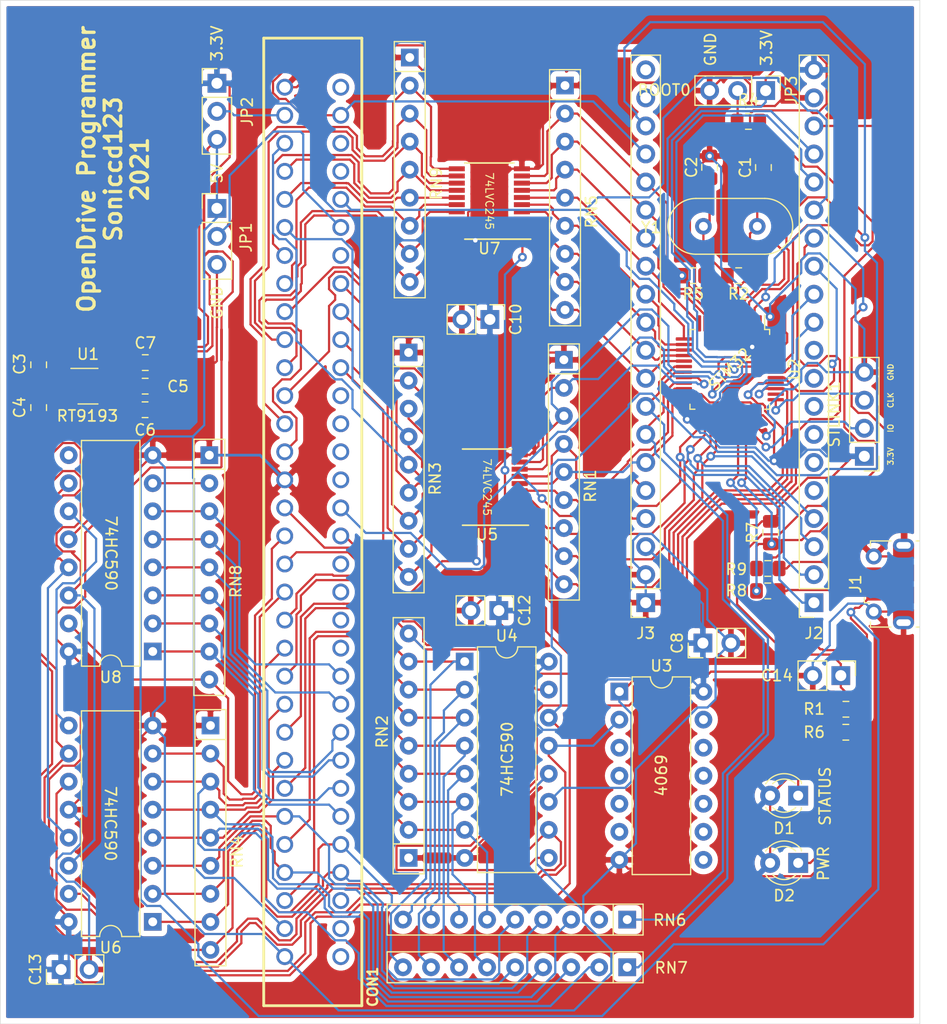
<source format=kicad_pcb>
(kicad_pcb (version 20171130) (host pcbnew "(5.1.4)-1")
  (layers (0 F.Cu signal) (31 B.Cu signal) (34 B.Paste user) (35 F.Paste user) (36 B.SilkS user) (37 F.SilkS user) (38 B.Mask user) (39 F.Mask user) (44 Edge.Cuts user))
  (net 0 "")
  (net 1 +3V3)
  (net 2 /BOOT0)
  (net 3 GND)
  (net 4 "Net-(C1-Pad1)")
  (net 5 "Net-(C2-Pad1)")
  (net 6 +5V)
  (net 7 "Net-(C5-Pad1)")
  (net 8 /CART_D6)
  (net 9 /CART_D8)
  (net 10 /CART_D0)
  (net 11 /CART_D7)
  (net 12 /A0)
  (net 13 /A16)
  (net 14 /A1)
  (net 15 /A15)
  (net 16 /A2)
  (net 17 /A14)
  (net 18 /A3)
  (net 19 /A13)
  (net 20 /A4)
  (net 21 /A12)
  (net 22 /A5)
  (net 23 /A11)
  (net 24 /A6)
  (net 25 /A10)
  (net 26 /CART_D15)
  (net 27 /OE)
  (net 28 /A20)
  (net 29 /A19)
  (net 30 /A18)
  (net 31 /A17)
  (net 32 /A9)
  (net 33 /A8)
  (net 34 /CART_D14)
  (net 35 /CART_D13)
  (net 36 /CART_D12)
  (net 37 /WE)
  (net 38 /TIME)
  (net 39 /CART_D10)
  (net 40 /CART_D4)
  (net 41 /CART_D3)
  (net 42 /CART_D11)
  (net 43 /CART_D1)
  (net 44 /CART_D9)
  (net 45 /CART_D5)
  (net 46 /CART_D2)
  (net 47 "Net-(D1-Pad1)")
  (net 48 "Net-(D2-Pad1)")
  (net 49 /USB-)
  (net 50 /USB+)
  (net 51 /ADDR_MODE)
  (net 52 "Net-(R1-Pad1)")
  (net 53 "Net-(R4-Pad2)")
  (net 54 "Net-(R5-Pad1)")
  (net 55 "Net-(R7-Pad1)")
  (net 56 "Net-(R8-Pad2)")
  (net 57 /D15)
  (net 58 /D14)
  (net 59 /D13)
  (net 60 /D12)
  (net 61 /D11)
  (net 62 /D10)
  (net 63 /D9)
  (net 64 /D8)
  (net 65 /A7)
  (net 66 /D7)
  (net 67 /D6)
  (net 68 /D5)
  (net 69 /D4)
  (net 70 /D3)
  (net 71 /D2)
  (net 72 /D1)
  (net 73 /D0)
  (net 74 /CMD_2AAA)
  (net 75 /CMD_5555)
  (net 76 /A21)
  (net 77 /A22)
  (net 78 /A23)
  (net 79 /DIO)
  (net 80 /DCLK)
  (net 81 /DIR)
  (net 82 /ADDR_INCR)
  (net 83 /ADDR_RST)
  (net 84 /REG_CLK)
  (net 85 "Net-(U4-Pad9)")
  (net 86 "Net-(U6-Pad9)")
  (net 87 "Net-(CON1-PadA31)")
  (net 88 /CE)
  (net 89 "Net-(CON1-PadB27)")
  (module Connector_PinSocket_2.54mm:PinSocket_1x20_P2.54mm_Vertical (layer F.Cu) (at 152.7608 71.0692 180)
    (fp_text reference J2 (at 0 -2.77) (layer F.SilkS))
    (fp_text value Conn_Bluepill_Left)
    (pad 20 thru_hole oval (at 0 48.26 180) (size 1.7 1.7) (drill 1) (layers *.Cu *.Mask) (net 1 +3V3))
    (pad 19 thru_hole oval (at 0 45.72 180) (size 1.7 1.7) (drill 1) (layers *.Cu *.Mask) (net 3 GND))
    (pad 18 thru_hole oval (at 0 43.18 180) (size 1.7 1.7) (drill 1) (layers *.Cu *.Mask) (net 6 +5V))
    (pad 17 thru_hole oval (at 0 40.64 180) (size 1.7 1.7) (drill 1) (layers *.Cu *.Mask) (net 63 /D9))
    (pad 16 thru_hole oval (at 0 38.1 180) (size 1.7 1.7) (drill 1) (layers *.Cu *.Mask) (net 64 /D8))
    (pad 15 thru_hole oval (at 0 35.56 180) (size 1.7 1.7) (drill 1) (layers *.Cu *.Mask) (net 37 /WE))
    (pad 14 thru_hole oval (at 0 33.02 180) (size 1.7 1.7) (drill 1) (layers *.Cu *.Mask) (net 83 /ADDR_RST))
    (pad 13 thru_hole oval (at 0 30.48 180) (size 1.7 1.7) (drill 1) (layers *.Cu *.Mask) (net 82 /ADDR_INCR))
    (pad 12 thru_hole oval (at 0 27.94 180) (size 1.7 1.7) (drill 1) (layers *.Cu *.Mask) (net 81 /DIR))
    (pad 11 thru_hole oval (at 0 25.4 180) (size 1.7 1.7) (drill 1) (layers *.Cu *.Mask) (net 27 /OE))
    (pad 10 thru_hole oval (at 0 22.86 180) (size 1.7 1.7) (drill 1) (layers *.Cu *.Mask))
    (pad 9 thru_hole oval (at 0 20.32 180) (size 1.7 1.7) (drill 1) (layers *.Cu *.Mask))
    (pad 8 thru_hole oval (at 0 17.78 180) (size 1.7 1.7) (drill 1) (layers *.Cu *.Mask))
    (pad 7 thru_hole oval (at 0 15.24 180) (size 1.7 1.7) (drill 1) (layers *.Cu *.Mask))
    (pad 6 thru_hole oval (at 0 12.7 180) (size 1.7 1.7) (drill 1) (layers *.Cu *.Mask))
    (pad 5 thru_hole oval (at 0 10.16 180) (size 1.7 1.7) (drill 1) (layers *.Cu *.Mask))
    (pad 4 thru_hole oval (at 0 7.62 180) (size 1.7 1.7) (drill 1) (layers *.Cu *.Mask) (net 57 /D15))
    (pad 3 thru_hole oval (at 0 5.08 180) (size 1.7 1.7) (drill 1) (layers *.Cu *.Mask) (net 58 /D14))
    (pad 2 thru_hole oval (at 0 2.54 180) (size 1.7 1.7) (drill 1) (layers *.Cu *.Mask) (net 59 /D13))
    (pad 1 thru_hole rect (at 0 0 180) (size 1.7 1.7) (drill 1) (layers *.Cu *.Mask) (net 60 /D12))
  )
  (module Package_QFP:LQFP-48_7x7mm_P0.5mm (layer F.Cu) (at 145.1356 49.9364 270)
    (fp_text reference U2 (at 0 -5.85 90) (layer F.SilkS))
    (fp_text value STM32F103C8Tx)
    (pad 1 smd roundrect (at -4.1625 -2.75 270) (size 1.475 0.3) (layers F.Cu F.Paste F.Mask))
    (pad 2 smd roundrect (at -4.1625 -2.25 270) (size 1.475 0.3) (layers F.Cu F.Paste F.Mask) (net 52 "Net-(R1-Pad1)"))
    (pad 3 smd roundrect (at -4.1625 -1.75 270) (size 1.475 0.3) (layers F.Cu F.Paste F.Mask) (net 51 /ADDR_MODE))
    (pad 4 smd roundrect (at -4.1625 -1.25 270) (size 1.475 0.3) (layers F.Cu F.Paste F.Mask) (net 38 /TIME))
    (pad 5 smd roundrect (at -4.1625 -0.75 270) (size 1.475 0.3) (layers F.Cu F.Paste F.Mask) (net 4 "Net-(C1-Pad1)"))
    (pad 6 smd roundrect (at -4.1625 -0.25 270) (size 1.475 0.3) (layers F.Cu F.Paste F.Mask) (net 5 "Net-(C2-Pad1)"))
    (pad 7 smd roundrect (at -4.1625 0.25 270) (size 1.475 0.3) (layers F.Cu F.Paste F.Mask) (net 54 "Net-(R5-Pad1)"))
    (pad 8 smd roundrect (at -4.1625 0.75 270) (size 1.475 0.3) (layers F.Cu F.Paste F.Mask) (net 3 GND))
    (pad 9 smd roundrect (at -4.1625 1.25 270) (size 1.475 0.3) (layers F.Cu F.Paste F.Mask) (net 1 +3V3))
    (pad 10 smd roundrect (at -4.1625 1.75 270) (size 1.475 0.3) (layers F.Cu F.Paste F.Mask) (net 73 /D0))
    (pad 11 smd roundrect (at -4.1625 2.25 270) (size 1.475 0.3) (layers F.Cu F.Paste F.Mask) (net 72 /D1))
    (pad 12 smd roundrect (at -4.1625 2.75 270) (size 1.475 0.3) (layers F.Cu F.Paste F.Mask) (net 71 /D2))
    (pad 13 smd roundrect (at -2.75 4.1625 270) (size 0.3 1.475) (layers F.Cu F.Paste F.Mask) (net 70 /D3))
    (pad 14 smd roundrect (at -2.25 4.1625 270) (size 0.3 1.475) (layers F.Cu F.Paste F.Mask) (net 69 /D4))
    (pad 15 smd roundrect (at -1.75 4.1625 270) (size 0.3 1.475) (layers F.Cu F.Paste F.Mask) (net 68 /D5))
    (pad 16 smd roundrect (at -1.25 4.1625 270) (size 0.3 1.475) (layers F.Cu F.Paste F.Mask) (net 67 /D6))
    (pad 17 smd roundrect (at -0.75 4.1625 270) (size 0.3 1.475) (layers F.Cu F.Paste F.Mask) (net 66 /D7))
    (pad 18 smd roundrect (at -0.25 4.1625 270) (size 0.3 1.475) (layers F.Cu F.Paste F.Mask) (net 75 /CMD_5555))
    (pad 19 smd roundrect (at 0.25 4.1625 270) (size 0.3 1.475) (layers F.Cu F.Paste F.Mask) (net 74 /CMD_2AAA))
    (pad 20 smd roundrect (at 0.75 4.1625 270) (size 0.3 1.475) (layers F.Cu F.Paste F.Mask) (net 88 /CE))
    (pad 21 smd roundrect (at 1.25 4.1625 270) (size 0.3 1.475) (layers F.Cu F.Paste F.Mask) (net 62 /D10))
    (pad 22 smd roundrect (at 1.75 4.1625 270) (size 0.3 1.475) (layers F.Cu F.Paste F.Mask) (net 61 /D11))
    (pad 23 smd roundrect (at 2.25 4.1625 270) (size 0.3 1.475) (layers F.Cu F.Paste F.Mask) (net 3 GND))
    (pad 24 smd roundrect (at 2.75 4.1625 270) (size 0.3 1.475) (layers F.Cu F.Paste F.Mask) (net 1 +3V3))
    (pad 25 smd roundrect (at 4.1625 2.75 270) (size 1.475 0.3) (layers F.Cu F.Paste F.Mask) (net 60 /D12))
    (pad 26 smd roundrect (at 4.1625 2.25 270) (size 1.475 0.3) (layers F.Cu F.Paste F.Mask) (net 59 /D13))
    (pad 27 smd roundrect (at 4.1625 1.75 270) (size 1.475 0.3) (layers F.Cu F.Paste F.Mask) (net 58 /D14))
    (pad 28 smd roundrect (at 4.1625 1.25 270) (size 1.475 0.3) (layers F.Cu F.Paste F.Mask) (net 57 /D15))
    (pad 29 smd roundrect (at 4.1625 0.75 270) (size 1.475 0.3) (layers F.Cu F.Paste F.Mask))
    (pad 30 smd roundrect (at 4.1625 0.25 270) (size 1.475 0.3) (layers F.Cu F.Paste F.Mask))
    (pad 31 smd roundrect (at 4.1625 -0.25 270) (size 1.475 0.3) (layers F.Cu F.Paste F.Mask))
    (pad 32 smd roundrect (at 4.1625 -0.75 270) (size 1.475 0.3) (layers F.Cu F.Paste F.Mask) (net 56 "Net-(R8-Pad2)"))
    (pad 33 smd roundrect (at 4.1625 -1.25 270) (size 1.475 0.3) (layers F.Cu F.Paste F.Mask) (net 55 "Net-(R7-Pad1)"))
    (pad 34 smd roundrect (at 4.1625 -1.75 270) (size 1.475 0.3) (layers F.Cu F.Paste F.Mask) (net 79 /DIO))
    (pad 35 smd roundrect (at 4.1625 -2.25 270) (size 1.475 0.3) (layers F.Cu F.Paste F.Mask) (net 3 GND))
    (pad 36 smd roundrect (at 4.1625 -2.75 270) (size 1.475 0.3) (layers F.Cu F.Paste F.Mask) (net 1 +3V3))
    (pad 37 smd roundrect (at 2.75 -4.1625 270) (size 0.3 1.475) (layers F.Cu F.Paste F.Mask) (net 80 /DCLK))
    (pad 38 smd roundrect (at 2.25 -4.1625 270) (size 0.3 1.475) (layers F.Cu F.Paste F.Mask))
    (pad 39 smd roundrect (at 1.75 -4.1625 270) (size 0.3 1.475) (layers F.Cu F.Paste F.Mask) (net 27 /OE))
    (pad 40 smd roundrect (at 1.25 -4.1625 270) (size 0.3 1.475) (layers F.Cu F.Paste F.Mask) (net 81 /DIR))
    (pad 41 smd roundrect (at 0.75 -4.1625 270) (size 0.3 1.475) (layers F.Cu F.Paste F.Mask) (net 82 /ADDR_INCR))
    (pad 42 smd roundrect (at 0.25 -4.1625 270) (size 0.3 1.475) (layers F.Cu F.Paste F.Mask) (net 83 /ADDR_RST))
    (pad 43 smd roundrect (at -0.25 -4.1625 270) (size 0.3 1.475) (layers F.Cu F.Paste F.Mask) (net 37 /WE))
    (pad 44 smd roundrect (at -0.75 -4.1625 270) (size 0.3 1.475) (layers F.Cu F.Paste F.Mask) (net 53 "Net-(R4-Pad2)"))
    (pad 45 smd roundrect (at -1.25 -4.1625 270) (size 0.3 1.475) (layers F.Cu F.Paste F.Mask) (net 64 /D8))
    (pad 46 smd roundrect (at -1.75 -4.1625 270) (size 0.3 1.475) (layers F.Cu F.Paste F.Mask) (net 63 /D9))
    (pad 47 smd roundrect (at -2.25 -4.1625 270) (size 0.3 1.475) (layers F.Cu F.Paste F.Mask) (net 3 GND))
    (pad 48 smd roundrect (at -2.75 -4.1625 270) (size 0.3 1.475) (layers F.Cu F.Paste F.Mask) (net 1 +3V3))
  )
  (module Connector_PinSocket_2.54mm:PinSocket_1x20_P2.54mm_Vertical (layer F.Cu) (at 137.5156 71.0692 180)
    (fp_text reference J3 (at 0 -2.77) (layer F.SilkS))
    (fp_text value Conn_Bluepill_right)
    (pad 20 thru_hole oval (at 0 48.26 180) (size 1.7 1.7) (drill 1) (layers *.Cu *.Mask))
    (pad 19 thru_hole oval (at 0 45.72 180) (size 1.7 1.7) (drill 1) (layers *.Cu *.Mask))
    (pad 18 thru_hole oval (at 0 43.18 180) (size 1.7 1.7) (drill 1) (layers *.Cu *.Mask) (net 51 /ADDR_MODE))
    (pad 17 thru_hole oval (at 0 40.64 180) (size 1.7 1.7) (drill 1) (layers *.Cu *.Mask) (net 38 /TIME))
    (pad 16 thru_hole oval (at 0 38.1 180) (size 1.7 1.7) (drill 1) (layers *.Cu *.Mask) (net 73 /D0))
    (pad 15 thru_hole oval (at 0 35.56 180) (size 1.7 1.7) (drill 1) (layers *.Cu *.Mask) (net 72 /D1))
    (pad 14 thru_hole oval (at 0 33.02 180) (size 1.7 1.7) (drill 1) (layers *.Cu *.Mask) (net 71 /D2))
    (pad 13 thru_hole oval (at 0 30.48 180) (size 1.7 1.7) (drill 1) (layers *.Cu *.Mask) (net 70 /D3))
    (pad 12 thru_hole oval (at 0 27.94 180) (size 1.7 1.7) (drill 1) (layers *.Cu *.Mask) (net 69 /D4))
    (pad 11 thru_hole oval (at 0 25.4 180) (size 1.7 1.7) (drill 1) (layers *.Cu *.Mask) (net 68 /D5))
    (pad 10 thru_hole oval (at 0 22.86 180) (size 1.7 1.7) (drill 1) (layers *.Cu *.Mask) (net 67 /D6))
    (pad 9 thru_hole oval (at 0 20.32 180) (size 1.7 1.7) (drill 1) (layers *.Cu *.Mask) (net 66 /D7))
    (pad 8 thru_hole oval (at 0 17.78 180) (size 1.7 1.7) (drill 1) (layers *.Cu *.Mask) (net 75 /CMD_5555))
    (pad 7 thru_hole oval (at 0 15.24 180) (size 1.7 1.7) (drill 1) (layers *.Cu *.Mask) (net 74 /CMD_2AAA))
    (pad 6 thru_hole oval (at 0 12.7 180) (size 1.7 1.7) (drill 1) (layers *.Cu *.Mask) (net 61 /D11))
    (pad 5 thru_hole oval (at 0 10.16 180) (size 1.7 1.7) (drill 1) (layers *.Cu *.Mask) (net 62 /D10))
    (pad 4 thru_hole oval (at 0 7.62 180) (size 1.7 1.7) (drill 1) (layers *.Cu *.Mask) (net 88 /CE))
    (pad 3 thru_hole oval (at 0 5.08 180) (size 1.7 1.7) (drill 1) (layers *.Cu *.Mask) (net 1 +3V3))
    (pad 2 thru_hole oval (at 0 2.54 180) (size 1.7 1.7) (drill 1) (layers *.Cu *.Mask) (net 3 GND))
    (pad 1 thru_hole rect (at 0 0 180) (size 1.7 1.7) (drill 1) (layers *.Cu *.Mask) (net 3 GND))
  )
  (module Connector_PinHeader_2.54mm:PinHeader_1x03_P2.54mm_Vertical (layer F.Cu) (at 98.6536 24.0284)
    (fp_text reference JP2 (at 2.7432 2.5908 90) (layer F.SilkS))
    (fp_text value Jumper_3_Open)
    (pad 3 thru_hole oval (at 0 5.08) (size 1.7 1.7) (drill 1) (layers *.Cu *.Mask) (net 6 +5V))
    (pad 2 thru_hole oval (at 0 2.54) (size 1.7 1.7) (drill 1) (layers *.Cu *.Mask) (net 87 "Net-(CON1-PadA31)"))
    (pad 1 thru_hole rect (at 0 0) (size 1.7 1.7) (drill 1) (layers *.Cu *.Mask) (net 1 +3V3))
  )
  (module Connector_PinHeader_2.54mm:PinHeader_1x02_P2.54mm_Vertical (layer F.Cu) (at 155.194 77.6732 270)
    (fp_text reference C14 (at 0 5.7912 180) (layer F.SilkS))
    (fp_text value C)
    (pad 2 thru_hole oval (at 0 2.54 270) (size 1.7 1.7) (drill 1) (layers *.Cu *.Mask) (net 3 GND))
    (pad 1 thru_hole rect (at 0 0 270) (size 1.7 1.7) (drill 1) (layers *.Cu *.Mask) (net 6 +5V))
  )
  (module Connector_PinHeader_2.54mm:PinHeader_1x02_P2.54mm_Vertical (layer F.Cu) (at 84.5312 104.2924 90)
    (fp_text reference C13 (at 0 -2.33 90) (layer F.SilkS))
    (fp_text value C)
    (pad 2 thru_hole oval (at 0 2.54 90) (size 1.7 1.7) (drill 1) (layers *.Cu *.Mask) (net 3 GND))
    (pad 1 thru_hole rect (at 0 0 90) (size 1.7 1.7) (drill 1) (layers *.Cu *.Mask) (net 1 +3V3))
  )
  (module Connector_PinHeader_2.54mm:PinHeader_1x02_P2.54mm_Vertical (layer F.Cu) (at 124.206 71.7804 270)
    (fp_text reference C12 (at 0 -2.33 90) (layer F.SilkS))
    (fp_text value C)
    (pad 2 thru_hole oval (at 0 2.54 270) (size 1.7 1.7) (drill 1) (layers *.Cu *.Mask) (net 3 GND))
    (pad 1 thru_hole rect (at 0 0 270) (size 1.7 1.7) (drill 1) (layers *.Cu *.Mask) (net 1 +3V3))
  )
  (module Connector_PinHeader_2.54mm:PinHeader_1x02_P2.54mm_Vertical (layer F.Cu) (at 123.3932 45.4152 270)
    (fp_text reference C10 (at 0 -2.33 90) (layer F.SilkS))
    (fp_text value C)
    (pad 2 thru_hole oval (at 0 2.54 270) (size 1.7 1.7) (drill 1) (layers *.Cu *.Mask) (net 3 GND))
    (pad 1 thru_hole rect (at 0 0 270) (size 1.7 1.7) (drill 1) (layers *.Cu *.Mask) (net 1 +3V3))
  )
  (module Connector_PinHeader_2.54mm:PinHeader_1x02_P2.54mm_Vertical (layer F.Cu) (at 142.6972 74.7268 90)
    (fp_text reference C8 (at 0 -2.33 90) (layer F.SilkS))
    (fp_text value C)
    (pad 2 thru_hole oval (at 0 2.54 90) (size 1.7 1.7) (drill 1) (layers *.Cu *.Mask) (net 3 GND))
    (pad 1 thru_hole rect (at 0 0 90) (size 1.7 1.7) (drill 1) (layers *.Cu *.Mask) (net 1 +3V3))
  )
  (module Connector_PinHeader_2.54mm:PinHeader_1x03_P2.54mm_Vertical (layer F.Cu) (at 148.3868 24.6888 270)
    (fp_text reference JP3 (at 0 -2.33 90) (layer F.SilkS))
    (fp_text value Jumper_3_Open)
    (pad 3 thru_hole oval (at 0 5.08 270) (size 1.7 1.7) (drill 1) (layers *.Cu *.Mask) (net 3 GND))
    (pad 2 thru_hole oval (at 0 2.54 270) (size 1.7 1.7) (drill 1) (layers *.Cu *.Mask) (net 2 /BOOT0))
    (pad 1 thru_hole rect (at 0 0 270) (size 1.7 1.7) (drill 1) (layers *.Cu *.Mask) (net 1 +3V3))
  )
  (module Connector_PinHeader_2.54mm:PinHeader_1x03_P2.54mm_Vertical (layer F.Cu) (at 98.6536 35.3568)
    (fp_text reference JP1 (at 2.6416 2.6416 90) (layer F.SilkS))
    (fp_text value Jumper_3_Open)
    (pad 3 thru_hole oval (at 0 5.08) (size 1.7 1.7) (drill 1) (layers *.Cu *.Mask) (net 3 GND))
    (pad 2 thru_hole oval (at 0 2.54) (size 1.7 1.7) (drill 1) (layers *.Cu *.Mask) (net 89 "Net-(CON1-PadB27)"))
    (pad 1 thru_hole rect (at 0 0) (size 1.7 1.7) (drill 1) (layers *.Cu *.Mask) (net 6 +5V))
  )
  (module LED_THT:LED_D3.0mm (layer F.Cu) (at 151.3332 94.6404 180)
    (fp_text reference D2 (at 1.27 -2.96) (layer F.SilkS))
    (fp_text value RED)
    (pad 2 thru_hole circle (at 2.54 0 180) (size 1.8 1.8) (drill 0.9) (layers *.Cu *.Mask) (net 1 +3V3))
    (pad 1 thru_hole rect (at 0 0 180) (size 1.8 1.8) (drill 0.9) (layers *.Cu *.Mask) (net 48 "Net-(D2-Pad1)"))
  )
  (module LED_THT:LED_D3.0mm (layer F.Cu) (at 151.3332 88.5444 180)
    (fp_text reference D1 (at 1.27 -2.96) (layer F.SilkS))
    (fp_text value GREEN)
    (pad 2 thru_hole circle (at 2.54 0 180) (size 1.8 1.8) (drill 0.9) (layers *.Cu *.Mask) (net 1 +3V3))
    (pad 1 thru_hole rect (at 0 0 180) (size 1.8 1.8) (drill 0.9) (layers *.Cu *.Mask) (net 47 "Net-(D1-Pad1)"))
  )
  (module Resistor_THT:R_Array_SIP9 (layer F.Cu) (at 130.2004 24.2316 270)
    (fp_text reference RN5 (at 11.43 -2.4 90) (layer F.SilkS))
    (fp_text value 10K)
    (pad 1 thru_hole rect (at 0 0 270) (size 1.6 1.6) (drill 0.8) (layers *.Cu *.Mask) (net 3 GND))
    (pad 2 thru_hole oval (at 2.54 0 270) (size 1.6 1.6) (drill 0.8) (layers *.Cu *.Mask) (net 73 /D0))
    (pad 3 thru_hole oval (at 5.08 0 270) (size 1.6 1.6) (drill 0.8) (layers *.Cu *.Mask) (net 72 /D1))
    (pad 4 thru_hole oval (at 7.62 0 270) (size 1.6 1.6) (drill 0.8) (layers *.Cu *.Mask) (net 71 /D2))
    (pad 5 thru_hole oval (at 10.16 0 270) (size 1.6 1.6) (drill 0.8) (layers *.Cu *.Mask) (net 70 /D3))
    (pad 6 thru_hole oval (at 12.7 0 270) (size 1.6 1.6) (drill 0.8) (layers *.Cu *.Mask) (net 69 /D4))
    (pad 7 thru_hole oval (at 15.24 0 270) (size 1.6 1.6) (drill 0.8) (layers *.Cu *.Mask) (net 68 /D5))
    (pad 8 thru_hole oval (at 17.78 0 270) (size 1.6 1.6) (drill 0.8) (layers *.Cu *.Mask) (net 67 /D6))
    (pad 9 thru_hole oval (at 20.32 0 270) (size 1.6 1.6) (drill 0.8) (layers *.Cu *.Mask) (net 66 /D7))
  )
  (module Resistor_THT:R_Array_SIP9 (layer F.Cu) (at 135.8392 104.0892 180)
    (fp_text reference RN7 (at -3.9878 -0.0508) (layer F.SilkS))
    (fp_text value 1K)
    (pad 9 thru_hole oval (at 20.32 0 180) (size 1.6 1.6) (drill 0.8) (layers *.Cu *.Mask) (net 12 /A0))
    (pad 8 thru_hole oval (at 17.78 0 180) (size 1.6 1.6) (drill 0.8) (layers *.Cu *.Mask) (net 16 /A2))
    (pad 7 thru_hole oval (at 15.24 0 180) (size 1.6 1.6) (drill 0.8) (layers *.Cu *.Mask) (net 20 /A4))
    (pad 6 thru_hole oval (at 12.7 0 180) (size 1.6 1.6) (drill 0.8) (layers *.Cu *.Mask) (net 24 /A6))
    (pad 5 thru_hole oval (at 10.16 0 180) (size 1.6 1.6) (drill 0.8) (layers *.Cu *.Mask) (net 33 /A8))
    (pad 4 thru_hole oval (at 7.62 0 180) (size 1.6 1.6) (drill 0.8) (layers *.Cu *.Mask) (net 25 /A10))
    (pad 3 thru_hole oval (at 5.08 0 180) (size 1.6 1.6) (drill 0.8) (layers *.Cu *.Mask) (net 21 /A12))
    (pad 2 thru_hole oval (at 2.54 0 180) (size 1.6 1.6) (drill 0.8) (layers *.Cu *.Mask) (net 17 /A14))
    (pad 1 thru_hole rect (at 0 0 180) (size 1.6 1.6) (drill 0.8) (layers *.Cu *.Mask) (net 75 /CMD_5555))
  )
  (module Capacitor_SMD:C_0805_2012Metric_Pad1.15x1.40mm_HandSolder (layer F.Cu) (at 148.1836 31.6574 90)
    (fp_text reference C1 (at 0 -1.65 90) (layer F.SilkS))
    (fp_text value 22pF)
    (pad 1 smd roundrect (at -1.025 0 90) (size 1.15 1.4) (layers F.Cu F.Paste F.Mask) (roundrect_rratio 0.217391) (net 4 "Net-(C1-Pad1)"))
    (pad 2 smd roundrect (at 1.025 0 90) (size 1.15 1.4) (layers F.Cu F.Paste F.Mask) (roundrect_rratio 0.217391) (net 3 GND))
  )
  (module Capacitor_SMD:C_0805_2012Metric_Pad1.15x1.40mm_HandSolder (layer F.Cu) (at 143.3068 31.6394 90)
    (fp_text reference C2 (at 0 -1.65 90) (layer F.SilkS))
    (fp_text value 22pF)
    (pad 2 smd roundrect (at 1.025 0 90) (size 1.15 1.4) (layers F.Cu F.Paste F.Mask) (roundrect_rratio 0.217391) (net 3 GND))
    (pad 1 smd roundrect (at -1.025 0 90) (size 1.15 1.4) (layers F.Cu F.Paste F.Mask) (roundrect_rratio 0.217391) (net 5 "Net-(C2-Pad1)"))
  )
  (module Capacitor_SMD:C_0805_2012Metric_Pad1.15x1.40mm_HandSolder (layer F.Cu) (at 82.4992 49.521 270)
    (fp_text reference C3 (at -0.0672 1.7272 90) (layer F.SilkS))
    (fp_text value 100nF)
    (pad 1 smd roundrect (at -1.025 0 270) (size 1.15 1.4) (layers F.Cu F.Paste F.Mask) (roundrect_rratio 0.217391) (net 6 +5V))
    (pad 2 smd roundrect (at 1.025 0 270) (size 1.15 1.4) (layers F.Cu F.Paste F.Mask) (roundrect_rratio 0.217391) (net 3 GND))
  )
  (module Capacitor_SMD:C_0805_2012Metric_Pad1.15x1.40mm_HandSolder (layer F.Cu) (at 82.4992 53.3998 90)
    (fp_text reference C4 (at 0.009 -1.7272 90) (layer F.SilkS))
    (fp_text value 10uF)
    (pad 2 smd roundrect (at 1.025 0 90) (size 1.15 1.4) (layers F.Cu F.Paste F.Mask) (roundrect_rratio 0.217391) (net 3 GND))
    (pad 1 smd roundrect (at -1.025 0 90) (size 1.15 1.4) (layers F.Cu F.Paste F.Mask) (roundrect_rratio 0.217391) (net 6 +5V))
  )
  (module Capacitor_SMD:C_0805_2012Metric_Pad1.15x1.40mm_HandSolder (layer F.Cu) (at 92.1422 53.594)
    (fp_text reference C5 (at 2.9808 -2.1082) (layer F.SilkS))
    (fp_text value 1uF)
    (pad 1 smd roundrect (at -1.025 0) (size 1.15 1.4) (layers F.Cu F.Paste F.Mask) (roundrect_rratio 0.217391) (net 7 "Net-(C5-Pad1)"))
    (pad 2 smd roundrect (at 1.025 0) (size 1.15 1.4) (layers F.Cu F.Paste F.Mask) (roundrect_rratio 0.217391) (net 3 GND))
  )
  (module Capacitor_SMD:C_0805_2012Metric_Pad1.15x1.40mm_HandSolder (layer F.Cu) (at 92.1512 51.4604 180)
    (fp_text reference C6 (at 0 -3.9624) (layer F.SilkS))
    (fp_text value 100nF)
    (pad 2 smd roundrect (at 1.025 0 180) (size 1.15 1.4) (layers F.Cu F.Paste F.Mask) (roundrect_rratio 0.217391) (net 1 +3V3))
    (pad 1 smd roundrect (at -1.025 0 180) (size 1.15 1.4) (layers F.Cu F.Paste F.Mask) (roundrect_rratio 0.217391) (net 3 GND))
  )
  (module Capacitor_SMD:C_0805_2012Metric_Pad1.15x1.40mm_HandSolder (layer F.Cu) (at 92.1602 49.3268 180)
    (fp_text reference C7 (at 0 1.778) (layer F.SilkS))
    (fp_text value 10uF)
    (pad 1 smd roundrect (at -1.025 0 180) (size 1.15 1.4) (layers F.Cu F.Paste F.Mask) (roundrect_rratio 0.217391) (net 3 GND))
    (pad 2 smd roundrect (at 1.025 0 180) (size 1.15 1.4) (layers F.Cu F.Paste F.Mask) (roundrect_rratio 0.217391) (net 1 +3V3))
  )
  (module db-thparts:GENESIS-CONN (layer F.Cu) (at 109.8804 103.124 180)
    (fp_text reference CON1 (at -2.8956 -2.7432 90) (layer F.SilkS) (effects (font (size 0.889 0.889) (thickness 0.2032))))
    (fp_text value GENESIS-CONN hide)
    (pad A26 thru_hole circle (at 5.08 63.5) (size 1.524 1.524) (drill 1.016) (layers *.Cu *.Mask) (net 46 /CART_D2))
    (pad A25 thru_hole circle (at 5.08 60.96) (size 1.524 1.524) (drill 1.016) (layers *.Cu *.Mask) (net 45 /CART_D5))
    (pad A24 thru_hole circle (at 5.08 58.42) (size 1.524 1.524) (drill 1.016) (layers *.Cu *.Mask) (net 44 /CART_D9))
    (pad A23 thru_hole circle (at 5.08 55.88) (size 1.524 1.524) (drill 1.016) (layers *.Cu *.Mask) (net 43 /CART_D1))
    (pad A32 thru_hole circle (at 5.08 78.74) (size 1.524 1.524) (drill 1.016) (layers *.Cu *.Mask) (net 3 GND))
    (pad A31 thru_hole circle (at 5.08 76.2) (size 1.524 1.524) (drill 1.016) (layers *.Cu *.Mask) (net 87 "Net-(CON1-PadA31)"))
    (pad A30 thru_hole circle (at 5.08 73.66) (size 1.524 1.524) (drill 1.016) (layers *.Cu *.Mask) (net 42 /CART_D11))
    (pad A29 thru_hole circle (at 5.08 71.12) (size 1.524 1.524) (drill 1.016) (layers *.Cu *.Mask) (net 41 /CART_D3))
    (pad A28 thru_hole circle (at 5.08 68.58) (size 1.524 1.524) (drill 1.016) (layers *.Cu *.Mask) (net 40 /CART_D4))
    (pad A27 thru_hole circle (at 5.08 66.04) (size 1.524 1.524) (drill 1.016) (layers *.Cu *.Mask) (net 39 /CART_D10))
    (pad B32 thru_hole circle (at 0 78.74) (size 1.524 1.524) (drill 1.016) (layers *.Cu *.Mask))
    (pad B31 thru_hole circle (at 0 76.2) (size 1.524 1.524) (drill 1.016) (layers *.Cu *.Mask) (net 38 /TIME))
    (pad B30 thru_hole circle (at 0 73.66) (size 1.524 1.524) (drill 1.016) (layers *.Cu *.Mask))
    (pad B29 thru_hole circle (at 0 71.12) (size 1.524 1.524) (drill 1.016) (layers *.Cu *.Mask))
    (pad B28 thru_hole circle (at 0 68.58) (size 1.524 1.524) (drill 1.016) (layers *.Cu *.Mask) (net 37 /WE))
    (pad B27 thru_hole circle (at 0 66.04) (size 1.524 1.524) (drill 1.016) (layers *.Cu *.Mask) (net 89 "Net-(CON1-PadB27)"))
    (pad B26 thru_hole circle (at 0 63.5) (size 1.524 1.524) (drill 1.016) (layers *.Cu *.Mask))
    (pad B25 thru_hole circle (at 0 60.96) (size 1.524 1.524) (drill 1.016) (layers *.Cu *.Mask) (net 36 /CART_D12))
    (pad B24 thru_hole circle (at 0 58.42) (size 1.524 1.524) (drill 1.016) (layers *.Cu *.Mask) (net 35 /CART_D13))
    (pad B23 thru_hole circle (at 0 55.88) (size 1.524 1.524) (drill 1.016) (layers *.Cu *.Mask) (net 34 /CART_D14))
    (pad B1 thru_hole circle (at 0 0) (size 1.524 1.524) (drill 1.016) (layers *.Cu *.Mask))
    (pad B2 thru_hole circle (at 0 2.54) (size 1.524 1.524) (drill 1.016) (layers *.Cu *.Mask))
    (pad B3 thru_hole circle (at 0 5.08) (size 1.524 1.524) (drill 1.016) (layers *.Cu *.Mask))
    (pad B4 thru_hole circle (at 0 7.62) (size 1.524 1.524) (drill 1.016) (layers *.Cu *.Mask) (net 33 /A8))
    (pad B5 thru_hole circle (at 0 10.16) (size 1.524 1.524) (drill 1.016) (layers *.Cu *.Mask) (net 32 /A9))
    (pad B6 thru_hole circle (at 0 12.7) (size 1.524 1.524) (drill 1.016) (layers *.Cu *.Mask) (net 31 /A17))
    (pad B7 thru_hole circle (at 0 15.24) (size 1.524 1.524) (drill 1.016) (layers *.Cu *.Mask) (net 30 /A18))
    (pad B8 thru_hole circle (at 0 17.78) (size 1.524 1.524) (drill 1.016) (layers *.Cu *.Mask) (net 29 /A19))
    (pad B9 thru_hole circle (at 0 20.32) (size 1.524 1.524) (drill 1.016) (layers *.Cu *.Mask) (net 28 /A20))
    (pad B10 thru_hole circle (at 0 22.86) (size 1.524 1.524) (drill 1.016) (layers *.Cu *.Mask) (net 76 /A21))
    (pad B11 thru_hole circle (at 0 25.4) (size 1.524 1.524) (drill 1.016) (layers *.Cu *.Mask) (net 77 /A22))
    (pad B12 thru_hole circle (at 0 27.94) (size 1.524 1.524) (drill 1.016) (layers *.Cu *.Mask))
    (pad B13 thru_hole circle (at 0 30.48) (size 1.524 1.524) (drill 1.016) (layers *.Cu *.Mask))
    (pad B14 thru_hole circle (at 0 33.02) (size 1.524 1.524) (drill 1.016) (layers *.Cu *.Mask))
    (pad B15 thru_hole circle (at 0 35.56) (size 1.524 1.524) (drill 1.016) (layers *.Cu *.Mask))
    (pad B16 thru_hole circle (at 0 38.1) (size 1.524 1.524) (drill 1.016) (layers *.Cu *.Mask) (net 27 /OE))
    (pad B17 thru_hole circle (at 0 40.64) (size 1.524 1.524) (drill 1.016) (layers *.Cu *.Mask) (net 88 /CE))
    (pad B18 thru_hole circle (at 0 43.18) (size 1.524 1.524) (drill 1.016) (layers *.Cu *.Mask))
    (pad B19 thru_hole circle (at 0 45.72) (size 1.524 1.524) (drill 1.016) (layers *.Cu *.Mask))
    (pad B20 thru_hole circle (at 0 48.26) (size 1.524 1.524) (drill 1.016) (layers *.Cu *.Mask))
    (pad B21 thru_hole circle (at 0 50.8) (size 1.524 1.524) (drill 1.016) (layers *.Cu *.Mask))
    (pad B22 thru_hole circle (at 0 53.34) (size 1.524 1.524) (drill 1.016) (layers *.Cu *.Mask) (net 26 /CART_D15))
    (pad A1 thru_hole circle (at 5.08 0) (size 1.524 1.524) (drill 1.016) (layers *.Cu *.Mask) (net 3 GND))
    (pad A2 thru_hole circle (at 5.08 2.54) (size 1.524 1.524) (drill 1.016) (layers *.Cu *.Mask) (net 6 +5V))
    (pad A3 thru_hole circle (at 5.08 5.08) (size 1.524 1.524) (drill 1.016) (layers *.Cu *.Mask) (net 65 /A7))
    (pad A4 thru_hole circle (at 5.08 7.62) (size 1.524 1.524) (drill 1.016) (layers *.Cu *.Mask) (net 25 /A10))
    (pad A5 thru_hole circle (at 5.08 10.16) (size 1.524 1.524) (drill 1.016) (layers *.Cu *.Mask) (net 24 /A6))
    (pad A6 thru_hole circle (at 5.08 12.7) (size 1.524 1.524) (drill 1.016) (layers *.Cu *.Mask) (net 23 /A11))
    (pad A7 thru_hole circle (at 5.08 15.24) (size 1.524 1.524) (drill 1.016) (layers *.Cu *.Mask) (net 22 /A5))
    (pad A8 thru_hole circle (at 5.08 17.78) (size 1.524 1.524) (drill 1.016) (layers *.Cu *.Mask) (net 21 /A12))
    (pad A9 thru_hole circle (at 5.08 20.32) (size 1.524 1.524) (drill 1.016) (layers *.Cu *.Mask) (net 20 /A4))
    (pad A10 thru_hole circle (at 5.08 22.86) (size 1.524 1.524) (drill 1.016) (layers *.Cu *.Mask) (net 19 /A13))
    (pad A11 thru_hole circle (at 5.08 25.4) (size 1.524 1.524) (drill 1.016) (layers *.Cu *.Mask) (net 18 /A3))
    (pad A12 thru_hole circle (at 5.08 27.94) (size 1.524 1.524) (drill 1.016) (layers *.Cu *.Mask) (net 17 /A14))
    (pad A13 thru_hole circle (at 5.08 30.48) (size 1.524 1.524) (drill 1.016) (layers *.Cu *.Mask) (net 16 /A2))
    (pad A14 thru_hole circle (at 5.08 33.02) (size 1.524 1.524) (drill 1.016) (layers *.Cu *.Mask) (net 15 /A15))
    (pad A15 thru_hole circle (at 5.08 35.56) (size 1.524 1.524) (drill 1.016) (layers *.Cu *.Mask) (net 14 /A1))
    (pad A16 thru_hole circle (at 5.08 38.1) (size 1.524 1.524) (drill 1.016) (layers *.Cu *.Mask) (net 13 /A16))
    (pad A17 thru_hole circle (at 5.08 40.64) (size 1.524 1.524) (drill 1.016) (layers *.Cu *.Mask) (net 12 /A0))
    (pad A18 thru_hole circle (at 5.08 43.18) (size 1.524 1.524) (drill 1.016) (layers *.Cu *.Mask) (net 3 GND))
    (pad A19 thru_hole circle (at 5.08 45.72) (size 1.524 1.524) (drill 1.016) (layers *.Cu *.Mask) (net 11 /CART_D7))
    (pad A20 thru_hole circle (at 5.08 48.26) (size 1.524 1.524) (drill 1.016) (layers *.Cu *.Mask) (net 10 /CART_D0))
    (pad A21 thru_hole circle (at 5.08 50.8) (size 1.524 1.524) (drill 1.016) (layers *.Cu *.Mask) (net 9 /CART_D8))
    (pad A22 thru_hole circle (at 5.08 53.34) (size 1.524 1.524) (drill 1.016) (layers *.Cu *.Mask) (net 8 /CART_D6))
  )
  (module Connector_USB:USB_Micro-B_Molex-105017-0001 (layer F.Cu) (at 159.6461 69.3768 90)
    (fp_text reference J1 (at 0 -3.1125 90) (layer F.SilkS))
    (fp_text value USB_B_Micro)
    (pad 6 smd rect (at 1 1.2375 90) (size 1.5 1.9) (layers F.Cu F.Paste F.Mask) (net 3 GND))
    (pad 6 thru_hole circle (at -2.5 -1.4625 90) (size 1.45 1.45) (drill 0.85) (layers *.Cu *.Mask) (net 3 GND))
    (pad 2 smd rect (at -0.65 -1.4625 90) (size 0.4 1.35) (layers F.Cu F.Paste F.Mask) (net 49 /USB-))
    (pad 1 smd rect (at -1.3 -1.4625 90) (size 0.4 1.35) (layers F.Cu F.Paste F.Mask) (net 6 +5V))
    (pad 5 smd rect (at 1.3 -1.4625 90) (size 0.4 1.35) (layers F.Cu F.Paste F.Mask) (net 3 GND))
    (pad 4 smd rect (at 0.65 -1.4625 90) (size 0.4 1.35) (layers F.Cu F.Paste F.Mask) (net 3 GND))
    (pad 3 smd rect (at 0 -1.4625 90) (size 0.4 1.35) (layers F.Cu F.Paste F.Mask) (net 50 /USB+))
    (pad 6 thru_hole circle (at 2.5 -1.4625 90) (size 1.45 1.45) (drill 0.85) (layers *.Cu *.Mask) (net 3 GND))
    (pad 6 smd rect (at -1 1.2375 90) (size 1.5 1.9) (layers F.Cu F.Paste F.Mask) (net 3 GND))
    (pad 6 thru_hole oval (at -3.5 1.2375 270) (size 1.2 1.9) (drill oval 0.6 1.3) (layers *.Cu *.Mask) (net 3 GND))
    (pad 6 thru_hole oval (at 3.5 1.2375 90) (size 1.2 1.9) (drill oval 0.6 1.3) (layers *.Cu *.Mask) (net 3 GND))
    (pad 6 smd rect (at 2.9 1.2375 90) (size 1.2 1.9) (layers F.Cu F.Mask) (net 3 GND))
    (pad 6 smd rect (at -2.9 1.2375 90) (size 1.2 1.9) (layers F.Cu F.Mask) (net 3 GND))
  )
  (module Resistor_SMD:R_0805_2012Metric_Pad1.15x1.40mm_HandSolder (layer F.Cu) (at 155.6602 80.7212 180)
    (fp_text reference R1 (at 2.8792 0.0254) (layer F.SilkS))
    (fp_text value 510R)
    (pad 1 smd roundrect (at -1.025 0 180) (size 1.15 1.4) (layers F.Cu F.Paste F.Mask) (roundrect_rratio 0.217391) (net 52 "Net-(R1-Pad1)"))
    (pad 2 smd roundrect (at 1.025 0 180) (size 1.15 1.4) (layers F.Cu F.Paste F.Mask) (roundrect_rratio 0.217391) (net 47 "Net-(D1-Pad1)"))
  )
  (module Resistor_SMD:R_0805_2012Metric_Pad1.15x1.40mm_HandSolder (layer F.Cu) (at 145.9394 41.4528)
    (fp_text reference R2 (at 0 1.651) (layer F.SilkS))
    (fp_text value 1M/NC)
    (pad 2 smd roundrect (at 1.025 0) (size 1.15 1.4) (layers F.Cu F.Paste F.Mask) (roundrect_rratio 0.217391) (net 4 "Net-(C1-Pad1)"))
    (pad 1 smd roundrect (at -1.025 0) (size 1.15 1.4) (layers F.Cu F.Paste F.Mask) (roundrect_rratio 0.217391) (net 5 "Net-(C2-Pad1)"))
  )
  (module Resistor_SMD:R_0805_2012Metric_Pad1.15x1.40mm_HandSolder (layer F.Cu) (at 146.821 27.4828)
    (fp_text reference R4 (at 0 -1.9558) (layer F.SilkS))
    (fp_text value 100K)
    (pad 2 smd roundrect (at 1.025 0) (size 1.15 1.4) (layers F.Cu F.Paste F.Mask) (roundrect_rratio 0.217391) (net 53 "Net-(R4-Pad2)"))
    (pad 1 smd roundrect (at -1.025 0) (size 1.15 1.4) (layers F.Cu F.Paste F.Mask) (roundrect_rratio 0.217391) (net 2 /BOOT0))
  )
  (module Resistor_SMD:R_0805_2012Metric_Pad1.15x1.40mm_HandSolder (layer F.Cu) (at 141.8246 41.4528 180)
    (fp_text reference R5 (at 0 -1.65) (layer F.SilkS))
    (fp_text value 10K)
    (pad 1 smd roundrect (at -1.025 0 180) (size 1.15 1.4) (layers F.Cu F.Paste F.Mask) (roundrect_rratio 0.217391) (net 54 "Net-(R5-Pad1)"))
    (pad 2 smd roundrect (at 1.025 0 180) (size 1.15 1.4) (layers F.Cu F.Paste F.Mask) (roundrect_rratio 0.217391) (net 1 +3V3))
  )
  (module Resistor_SMD:R_0805_2012Metric_Pad1.15x1.40mm_HandSolder (layer F.Cu) (at 155.6512 82.804 180)
    (fp_text reference R6 (at 2.8702 0) (layer F.SilkS))
    (fp_text value 510R)
    (pad 1 smd roundrect (at -1.025 0 180) (size 1.15 1.4) (layers F.Cu F.Paste F.Mask) (roundrect_rratio 0.217391) (net 3 GND))
    (pad 2 smd roundrect (at 1.025 0 180) (size 1.15 1.4) (layers F.Cu F.Paste F.Mask) (roundrect_rratio 0.217391) (net 48 "Net-(D2-Pad1)"))
  )
  (module Resistor_SMD:R_0805_2012Metric_Pad1.15x1.40mm_HandSolder (layer F.Cu) (at 148.844 64.7282 90)
    (fp_text reference R7 (at 0 -1.65 90) (layer F.SilkS))
    (fp_text value 1.5K)
    (pad 2 smd roundrect (at 1.025 0 90) (size 1.15 1.4) (layers F.Cu F.Paste F.Mask) (roundrect_rratio 0.217391) (net 1 +3V3))
    (pad 1 smd roundrect (at -1.025 0 90) (size 1.15 1.4) (layers F.Cu F.Paste F.Mask) (roundrect_rratio 0.217391) (net 55 "Net-(R7-Pad1)"))
  )
  (module Resistor_SMD:R_0805_2012Metric_Pad1.15x1.40mm_HandSolder (layer F.Cu) (at 148.581 70.0024 180)
    (fp_text reference R8 (at 2.8538 0.0254) (layer F.SilkS))
    (fp_text value 22R)
    (pad 1 smd roundrect (at -1.025 0 180) (size 1.15 1.4) (layers F.Cu F.Paste F.Mask) (roundrect_rratio 0.217391) (net 49 /USB-))
    (pad 2 smd roundrect (at 1.025 0 180) (size 1.15 1.4) (layers F.Cu F.Paste F.Mask) (roundrect_rratio 0.217391) (net 56 "Net-(R8-Pad2)"))
  )
  (module Resistor_SMD:R_0805_2012Metric_Pad1.15x1.40mm_HandSolder (layer F.Cu) (at 148.581 67.9704 180)
    (fp_text reference R9 (at 2.8538 -0.0762) (layer F.SilkS))
    (fp_text value 22R)
    (pad 2 smd roundrect (at 1.025 0 180) (size 1.15 1.4) (layers F.Cu F.Paste F.Mask) (roundrect_rratio 0.217391) (net 55 "Net-(R7-Pad1)"))
    (pad 1 smd roundrect (at -1.025 0 180) (size 1.15 1.4) (layers F.Cu F.Paste F.Mask) (roundrect_rratio 0.217391) (net 50 /USB+))
  )
  (module Resistor_THT:R_Array_SIP9 (layer F.Cu) (at 130.0988 49.0728 270)
    (fp_text reference RN1 (at 11.43 -2.4 90) (layer F.SilkS))
    (fp_text value 10K)
    (pad 1 thru_hole rect (at 0 0 270) (size 1.6 1.6) (drill 0.8) (layers *.Cu *.Mask) (net 3 GND))
    (pad 2 thru_hole oval (at 2.54 0 270) (size 1.6 1.6) (drill 0.8) (layers *.Cu *.Mask) (net 64 /D8))
    (pad 3 thru_hole oval (at 5.08 0 270) (size 1.6 1.6) (drill 0.8) (layers *.Cu *.Mask) (net 63 /D9))
    (pad 4 thru_hole oval (at 7.62 0 270) (size 1.6 1.6) (drill 0.8) (layers *.Cu *.Mask) (net 62 /D10))
    (pad 5 thru_hole oval (at 10.16 0 270) (size 1.6 1.6) (drill 0.8) (layers *.Cu *.Mask) (net 61 /D11))
    (pad 6 thru_hole oval (at 12.7 0 270) (size 1.6 1.6) (drill 0.8) (layers *.Cu *.Mask) (net 60 /D12))
    (pad 7 thru_hole oval (at 15.24 0 270) (size 1.6 1.6) (drill 0.8) (layers *.Cu *.Mask) (net 59 /D13))
    (pad 8 thru_hole oval (at 17.78 0 270) (size 1.6 1.6) (drill 0.8) (layers *.Cu *.Mask) (net 58 /D14))
    (pad 9 thru_hole oval (at 20.32 0 270) (size 1.6 1.6) (drill 0.8) (layers *.Cu *.Mask) (net 57 /D15))
  )
  (module Resistor_THT:R_Array_SIP9 (layer F.Cu) (at 116.0272 94.1832 90)
    (fp_text reference RN2 (at 11.43 -2.4 90) (layer F.SilkS))
    (fp_text value 10K)
    (pad 9 thru_hole oval (at 20.32 0 90) (size 1.6 1.6) (drill 0.8) (layers *.Cu *.Mask) (net 12 /A0))
    (pad 8 thru_hole oval (at 17.78 0 90) (size 1.6 1.6) (drill 0.8) (layers *.Cu *.Mask) (net 14 /A1))
    (pad 7 thru_hole oval (at 15.24 0 90) (size 1.6 1.6) (drill 0.8) (layers *.Cu *.Mask) (net 16 /A2))
    (pad 6 thru_hole oval (at 12.7 0 90) (size 1.6 1.6) (drill 0.8) (layers *.Cu *.Mask) (net 18 /A3))
    (pad 5 thru_hole oval (at 10.16 0 90) (size 1.6 1.6) (drill 0.8) (layers *.Cu *.Mask) (net 20 /A4))
    (pad 4 thru_hole oval (at 7.62 0 90) (size 1.6 1.6) (drill 0.8) (layers *.Cu *.Mask) (net 22 /A5))
    (pad 3 thru_hole oval (at 5.08 0 90) (size 1.6 1.6) (drill 0.8) (layers *.Cu *.Mask) (net 24 /A6))
    (pad 2 thru_hole oval (at 2.54 0 90) (size 1.6 1.6) (drill 0.8) (layers *.Cu *.Mask) (net 65 /A7))
    (pad 1 thru_hole rect (at 0 0 90) (size 1.6 1.6) (drill 0.8) (layers *.Cu *.Mask) (net 3 GND))
  )
  (module Resistor_THT:R_Array_SIP9 (layer F.Cu) (at 116.0272 48.4124 270)
    (fp_text reference RN3 (at 11.43 -2.4 90) (layer F.SilkS))
    (fp_text value 10K)
    (pad 9 thru_hole oval (at 20.32 0 270) (size 1.6 1.6) (drill 0.8) (layers *.Cu *.Mask) (net 26 /CART_D15))
    (pad 8 thru_hole oval (at 17.78 0 270) (size 1.6 1.6) (drill 0.8) (layers *.Cu *.Mask) (net 34 /CART_D14))
    (pad 7 thru_hole oval (at 15.24 0 270) (size 1.6 1.6) (drill 0.8) (layers *.Cu *.Mask) (net 35 /CART_D13))
    (pad 6 thru_hole oval (at 12.7 0 270) (size 1.6 1.6) (drill 0.8) (layers *.Cu *.Mask) (net 36 /CART_D12))
    (pad 5 thru_hole oval (at 10.16 0 270) (size 1.6 1.6) (drill 0.8) (layers *.Cu *.Mask) (net 42 /CART_D11))
    (pad 4 thru_hole oval (at 7.62 0 270) (size 1.6 1.6) (drill 0.8) (layers *.Cu *.Mask) (net 39 /CART_D10))
    (pad 3 thru_hole oval (at 5.08 0 270) (size 1.6 1.6) (drill 0.8) (layers *.Cu *.Mask) (net 44 /CART_D9))
    (pad 2 thru_hole oval (at 2.54 0 270) (size 1.6 1.6) (drill 0.8) (layers *.Cu *.Mask) (net 9 /CART_D8))
    (pad 1 thru_hole rect (at 0 0 270) (size 1.6 1.6) (drill 0.8) (layers *.Cu *.Mask) (net 3 GND))
  )
  (module Resistor_THT:R_Array_SIP9 (layer F.Cu) (at 98.0694 82.1944 270)
    (fp_text reference RN4 (at 11.43 -2.4 90) (layer F.SilkS))
    (fp_text value 10K)
    (pad 1 thru_hole rect (at 0 0 270) (size 1.6 1.6) (drill 0.8) (layers *.Cu *.Mask) (net 3 GND))
    (pad 2 thru_hole oval (at 2.54 0 270) (size 1.6 1.6) (drill 0.8) (layers *.Cu *.Mask) (net 15 /A15))
    (pad 3 thru_hole oval (at 5.08 0 270) (size 1.6 1.6) (drill 0.8) (layers *.Cu *.Mask) (net 17 /A14))
    (pad 4 thru_hole oval (at 7.62 0 270) (size 1.6 1.6) (drill 0.8) (layers *.Cu *.Mask) (net 19 /A13))
    (pad 5 thru_hole oval (at 10.16 0 270) (size 1.6 1.6) (drill 0.8) (layers *.Cu *.Mask) (net 21 /A12))
    (pad 6 thru_hole oval (at 12.7 0 270) (size 1.6 1.6) (drill 0.8) (layers *.Cu *.Mask) (net 23 /A11))
    (pad 7 thru_hole oval (at 15.24 0 270) (size 1.6 1.6) (drill 0.8) (layers *.Cu *.Mask) (net 25 /A10))
    (pad 8 thru_hole oval (at 17.78 0 270) (size 1.6 1.6) (drill 0.8) (layers *.Cu *.Mask) (net 32 /A9))
    (pad 9 thru_hole oval (at 20.32 0 270) (size 1.6 1.6) (drill 0.8) (layers *.Cu *.Mask) (net 33 /A8))
  )
  (module Resistor_THT:R_Array_SIP9 (layer F.Cu) (at 135.8392 99.7712 180)
    (fp_text reference RN6 (at -3.8608 -0.0508) (layer F.SilkS))
    (fp_text value 1K)
    (pad 1 thru_hole rect (at 0 0 180) (size 1.6 1.6) (drill 0.8) (layers *.Cu *.Mask) (net 74 /CMD_2AAA))
    (pad 2 thru_hole oval (at 2.54 0 180) (size 1.6 1.6) (drill 0.8) (layers *.Cu *.Mask))
    (pad 3 thru_hole oval (at 5.08 0 180) (size 1.6 1.6) (drill 0.8) (layers *.Cu *.Mask) (net 19 /A13))
    (pad 4 thru_hole oval (at 7.62 0 180) (size 1.6 1.6) (drill 0.8) (layers *.Cu *.Mask) (net 23 /A11))
    (pad 5 thru_hole oval (at 10.16 0 180) (size 1.6 1.6) (drill 0.8) (layers *.Cu *.Mask) (net 32 /A9))
    (pad 6 thru_hole oval (at 12.7 0 180) (size 1.6 1.6) (drill 0.8) (layers *.Cu *.Mask) (net 65 /A7))
    (pad 7 thru_hole oval (at 15.24 0 180) (size 1.6 1.6) (drill 0.8) (layers *.Cu *.Mask) (net 22 /A5))
    (pad 8 thru_hole oval (at 17.78 0 180) (size 1.6 1.6) (drill 0.8) (layers *.Cu *.Mask) (net 18 /A3))
    (pad 9 thru_hole oval (at 20.32 0 180) (size 1.6 1.6) (drill 0.8) (layers *.Cu *.Mask) (net 14 /A1))
  )
  (module Resistor_THT:R_Array_SIP9 (layer F.Cu) (at 97.9678 57.7088 270)
    (fp_text reference RN8 (at 11.43 -2.4 90) (layer F.SilkS))
    (fp_text value 10K)
    (pad 1 thru_hole rect (at 0 0 270) (size 1.6 1.6) (drill 0.8) (layers *.Cu *.Mask) (net 3 GND))
    (pad 2 thru_hole oval (at 2.54 0 270) (size 1.6 1.6) (drill 0.8) (layers *.Cu *.Mask) (net 78 /A23))
    (pad 3 thru_hole oval (at 5.08 0 270) (size 1.6 1.6) (drill 0.8) (layers *.Cu *.Mask) (net 77 /A22))
    (pad 4 thru_hole oval (at 7.62 0 270) (size 1.6 1.6) (drill 0.8) (layers *.Cu *.Mask) (net 76 /A21))
    (pad 5 thru_hole oval (at 10.16 0 270) (size 1.6 1.6) (drill 0.8) (layers *.Cu *.Mask) (net 28 /A20))
    (pad 6 thru_hole oval (at 12.7 0 270) (size 1.6 1.6) (drill 0.8) (layers *.Cu *.Mask) (net 29 /A19))
    (pad 7 thru_hole oval (at 15.24 0 270) (size 1.6 1.6) (drill 0.8) (layers *.Cu *.Mask) (net 30 /A18))
    (pad 8 thru_hole oval (at 17.78 0 270) (size 1.6 1.6) (drill 0.8) (layers *.Cu *.Mask) (net 31 /A17))
    (pad 9 thru_hole oval (at 20.32 0 270) (size 1.6 1.6) (drill 0.8) (layers *.Cu *.Mask) (net 13 /A16))
  )
  (module Resistor_THT:R_Array_SIP9 (layer F.Cu) (at 116.1288 21.6916 270)
    (fp_text reference RN9 (at 11.43 -2.4 90) (layer F.SilkS))
    (fp_text value 10K)
    (pad 9 thru_hole oval (at 20.32 0 270) (size 1.6 1.6) (drill 0.8) (layers *.Cu *.Mask) (net 11 /CART_D7))
    (pad 8 thru_hole oval (at 17.78 0 270) (size 1.6 1.6) (drill 0.8) (layers *.Cu *.Mask) (net 8 /CART_D6))
    (pad 7 thru_hole oval (at 15.24 0 270) (size 1.6 1.6) (drill 0.8) (layers *.Cu *.Mask) (net 45 /CART_D5))
    (pad 6 thru_hole oval (at 12.7 0 270) (size 1.6 1.6) (drill 0.8) (layers *.Cu *.Mask) (net 40 /CART_D4))
    (pad 5 thru_hole oval (at 10.16 0 270) (size 1.6 1.6) (drill 0.8) (layers *.Cu *.Mask) (net 41 /CART_D3))
    (pad 4 thru_hole oval (at 7.62 0 270) (size 1.6 1.6) (drill 0.8) (layers *.Cu *.Mask) (net 46 /CART_D2))
    (pad 3 thru_hole oval (at 5.08 0 270) (size 1.6 1.6) (drill 0.8) (layers *.Cu *.Mask) (net 43 /CART_D1))
    (pad 2 thru_hole oval (at 2.54 0 270) (size 1.6 1.6) (drill 0.8) (layers *.Cu *.Mask) (net 10 /CART_D0))
    (pad 1 thru_hole rect (at 0 0 270) (size 1.6 1.6) (drill 0.8) (layers *.Cu *.Mask) (net 3 GND))
  )
  (module Connector_PinHeader_2.54mm:PinHeader_1x04_P2.54mm_Vertical (layer F.Cu) (at 157.3276 57.8104 180)
    (fp_text reference STLINK1 (at 2.7432 3.81 90) (layer F.SilkS))
    (fp_text value Conn_01x04_Male)
    (pad 1 thru_hole rect (at 0 0 180) (size 1.7 1.7) (drill 1) (layers *.Cu *.Mask) (net 1 +3V3))
    (pad 2 thru_hole oval (at 0 2.54 180) (size 1.7 1.7) (drill 1) (layers *.Cu *.Mask) (net 79 /DIO))
    (pad 3 thru_hole oval (at 0 5.08 180) (size 1.7 1.7) (drill 1) (layers *.Cu *.Mask) (net 80 /DCLK))
    (pad 4 thru_hole oval (at 0 7.62 180) (size 1.7 1.7) (drill 1) (layers *.Cu *.Mask) (net 3 GND))
  )
  (module Package_TO_SOT_SMD:SOT-23-5_HandSoldering (layer F.Cu) (at 86.9696 51.4604)
    (fp_text reference U1 (at 0 -2.9) (layer F.SilkS))
    (fp_text value RT9193)
    (pad 1 smd rect (at -1.35 -0.95) (size 1.56 0.65) (layers F.Cu F.Paste F.Mask) (net 6 +5V))
    (pad 2 smd rect (at -1.35 0) (size 1.56 0.65) (layers F.Cu F.Paste F.Mask) (net 3 GND))
    (pad 3 smd rect (at -1.35 0.95) (size 1.56 0.65) (layers F.Cu F.Paste F.Mask) (net 6 +5V))
    (pad 4 smd rect (at 1.35 0.95) (size 1.56 0.65) (layers F.Cu F.Paste F.Mask) (net 7 "Net-(C5-Pad1)"))
    (pad 5 smd rect (at 1.35 -0.95) (size 1.56 0.65) (layers F.Cu F.Paste F.Mask) (net 1 +3V3))
  )
  (module Package_DIP:DIP-14_W7.62mm (layer F.Cu) (at 135.128 79.121)
    (fp_text reference U3 (at 3.81 -2.33) (layer F.SilkS))
    (fp_text value 4069)
    (pad 1 thru_hole rect (at 0 0) (size 1.6 1.6) (drill 0.8) (layers *.Cu *.Mask) (net 82 /ADDR_INCR))
    (pad 8 thru_hole oval (at 7.62 15.24) (size 1.6 1.6) (drill 0.8) (layers *.Cu *.Mask))
    (pad 2 thru_hole oval (at 0 2.54) (size 1.6 1.6) (drill 0.8) (layers *.Cu *.Mask) (net 84 /REG_CLK))
    (pad 9 thru_hole oval (at 7.62 12.7) (size 1.6 1.6) (drill 0.8) (layers *.Cu *.Mask))
    (pad 3 thru_hole oval (at 0 5.08) (size 1.6 1.6) (drill 0.8) (layers *.Cu *.Mask))
    (pad 10 thru_hole oval (at 7.62 10.16) (size 1.6 1.6) (drill 0.8) (layers *.Cu *.Mask))
    (pad 4 thru_hole oval (at 0 7.62) (size 1.6 1.6) (drill 0.8) (layers *.Cu *.Mask))
    (pad 11 thru_hole oval (at 7.62 7.62) (size 1.6 1.6) (drill 0.8) (layers *.Cu *.Mask))
    (pad 5 thru_hole oval (at 0 10.16) (size 1.6 1.6) (drill 0.8) (layers *.Cu *.Mask))
    (pad 12 thru_hole oval (at 7.62 5.08) (size 1.6 1.6) (drill 0.8) (layers *.Cu *.Mask))
    (pad 6 thru_hole oval (at 0 12.7) (size 1.6 1.6) (drill 0.8) (layers *.Cu *.Mask))
    (pad 13 thru_hole oval (at 7.62 2.54) (size 1.6 1.6) (drill 0.8) (layers *.Cu *.Mask))
    (pad 7 thru_hole oval (at 0 15.24) (size 1.6 1.6) (drill 0.8) (layers *.Cu *.Mask) (net 3 GND))
    (pad 14 thru_hole oval (at 7.62 0) (size 1.6 1.6) (drill 0.8) (layers *.Cu *.Mask) (net 1 +3V3))
  )
  (module Package_DIP:DIP-16_W7.62mm (layer F.Cu) (at 121.1072 76.4032)
    (fp_text reference U4 (at 3.81 -2.33) (layer F.SilkS))
    (fp_text value 74HC590)
    (pad 16 thru_hole oval (at 7.62 0) (size 1.6 1.6) (drill 0.8) (layers *.Cu *.Mask) (net 1 +3V3))
    (pad 8 thru_hole oval (at 0 17.78) (size 1.6 1.6) (drill 0.8) (layers *.Cu *.Mask) (net 3 GND))
    (pad 15 thru_hole oval (at 7.62 2.54) (size 1.6 1.6) (drill 0.8) (layers *.Cu *.Mask) (net 12 /A0))
    (pad 7 thru_hole oval (at 0 15.24) (size 1.6 1.6) (drill 0.8) (layers *.Cu *.Mask) (net 65 /A7))
    (pad 14 thru_hole oval (at 7.62 5.08) (size 1.6 1.6) (drill 0.8) (layers *.Cu *.Mask) (net 51 /ADDR_MODE))
    (pad 6 thru_hole oval (at 0 12.7) (size 1.6 1.6) (drill 0.8) (layers *.Cu *.Mask) (net 24 /A6))
    (pad 13 thru_hole oval (at 7.62 7.62) (size 1.6 1.6) (drill 0.8) (layers *.Cu *.Mask) (net 84 /REG_CLK))
    (pad 5 thru_hole oval (at 0 10.16) (size 1.6 1.6) (drill 0.8) (layers *.Cu *.Mask) (net 22 /A5))
    (pad 12 thru_hole oval (at 7.62 10.16) (size 1.6 1.6) (drill 0.8) (layers *.Cu *.Mask) (net 3 GND))
    (pad 4 thru_hole oval (at 0 7.62) (size 1.6 1.6) (drill 0.8) (layers *.Cu *.Mask) (net 20 /A4))
    (pad 11 thru_hole oval (at 7.62 12.7) (size 1.6 1.6) (drill 0.8) (layers *.Cu *.Mask) (net 82 /ADDR_INCR))
    (pad 3 thru_hole oval (at 0 5.08) (size 1.6 1.6) (drill 0.8) (layers *.Cu *.Mask) (net 18 /A3))
    (pad 10 thru_hole oval (at 7.62 15.24) (size 1.6 1.6) (drill 0.8) (layers *.Cu *.Mask) (net 83 /ADDR_RST))
    (pad 2 thru_hole oval (at 0 2.54) (size 1.6 1.6) (drill 0.8) (layers *.Cu *.Mask) (net 16 /A2))
    (pad 9 thru_hole oval (at 7.62 17.78) (size 1.6 1.6) (drill 0.8) (layers *.Cu *.Mask) (net 85 "Net-(U4-Pad9)"))
    (pad 1 thru_hole rect (at 0 0) (size 1.6 1.6) (drill 0.8) (layers *.Cu *.Mask) (net 14 /A1))
  )
  (module Package_SO:TSSOP-20_4.4x6.5mm_P0.65mm (layer F.Cu) (at 123.1392 60.6044 180)
    (fp_text reference U5 (at 0 -4.3) (layer F.SilkS))
    (fp_text value 74LVC245)
    (pad 20 smd rect (at 2.95 -2.925 180) (size 1.45 0.45) (layers F.Cu F.Paste F.Mask) (net 1 +3V3))
    (pad 19 smd rect (at 2.95 -2.275 180) (size 1.45 0.45) (layers F.Cu F.Paste F.Mask) (net 3 GND))
    (pad 18 smd rect (at 2.95 -1.625 180) (size 1.45 0.45) (layers F.Cu F.Paste F.Mask) (net 26 /CART_D15))
    (pad 17 smd rect (at 2.95 -0.975 180) (size 1.45 0.45) (layers F.Cu F.Paste F.Mask) (net 34 /CART_D14))
    (pad 16 smd rect (at 2.95 -0.325 180) (size 1.45 0.45) (layers F.Cu F.Paste F.Mask) (net 35 /CART_D13))
    (pad 15 smd rect (at 2.95 0.325 180) (size 1.45 0.45) (layers F.Cu F.Paste F.Mask) (net 36 /CART_D12))
    (pad 14 smd rect (at 2.95 0.975 180) (size 1.45 0.45) (layers F.Cu F.Paste F.Mask) (net 42 /CART_D11))
    (pad 13 smd rect (at 2.95 1.625 180) (size 1.45 0.45) (layers F.Cu F.Paste F.Mask) (net 39 /CART_D10))
    (pad 12 smd rect (at 2.95 2.275 180) (size 1.45 0.45) (layers F.Cu F.Paste F.Mask) (net 44 /CART_D9))
    (pad 11 smd rect (at 2.95 2.925 180) (size 1.45 0.45) (layers F.Cu F.Paste F.Mask) (net 9 /CART_D8))
    (pad 10 smd rect (at -2.95 2.925 180) (size 1.45 0.45) (layers F.Cu F.Paste F.Mask) (net 3 GND))
    (pad 9 smd rect (at -2.95 2.275 180) (size 1.45 0.45) (layers F.Cu F.Paste F.Mask) (net 64 /D8))
    (pad 8 smd rect (at -2.95 1.625 180) (size 1.45 0.45) (layers F.Cu F.Paste F.Mask) (net 63 /D9))
    (pad 7 smd rect (at -2.95 0.975 180) (size 1.45 0.45) (layers F.Cu F.Paste F.Mask) (net 62 /D10))
    (pad 6 smd rect (at -2.95 0.325 180) (size 1.45 0.45) (layers F.Cu F.Paste F.Mask) (net 61 /D11))
    (pad 5 smd rect (at -2.95 -0.325 180) (size 1.45 0.45) (layers F.Cu F.Paste F.Mask) (net 60 /D12))
    (pad 4 smd rect (at -2.95 -0.975 180) (size 1.45 0.45) (layers F.Cu F.Paste F.Mask) (net 59 /D13))
    (pad 3 smd rect (at -2.95 -1.625 180) (size 1.45 0.45) (layers F.Cu F.Paste F.Mask) (net 58 /D14))
    (pad 2 smd rect (at -2.95 -2.275 180) (size 1.45 0.45) (layers F.Cu F.Paste F.Mask) (net 57 /D15))
    (pad 1 smd rect (at -2.95 -2.925 180) (size 1.45 0.45) (layers F.Cu F.Paste F.Mask) (net 81 /DIR))
  )
  (module Package_DIP:DIP-16_W7.62mm (layer F.Cu) (at 92.837 99.9744 180)
    (fp_text reference U6 (at 3.81 -2.33) (layer F.SilkS))
    (fp_text value 74HC590)
    (pad 1 thru_hole rect (at 0 0 180) (size 1.6 1.6) (drill 0.8) (layers *.Cu *.Mask) (net 32 /A9))
    (pad 9 thru_hole oval (at 7.62 17.78 180) (size 1.6 1.6) (drill 0.8) (layers *.Cu *.Mask) (net 86 "Net-(U6-Pad9)"))
    (pad 2 thru_hole oval (at 0 2.54 180) (size 1.6 1.6) (drill 0.8) (layers *.Cu *.Mask) (net 25 /A10))
    (pad 10 thru_hole oval (at 7.62 15.24 180) (size 1.6 1.6) (drill 0.8) (layers *.Cu *.Mask) (net 83 /ADDR_RST))
    (pad 3 thru_hole oval (at 0 5.08 180) (size 1.6 1.6) (drill 0.8) (layers *.Cu *.Mask) (net 23 /A11))
    (pad 11 thru_hole oval (at 7.62 12.7 180) (size 1.6 1.6) (drill 0.8) (layers *.Cu *.Mask) (net 85 "Net-(U4-Pad9)"))
    (pad 4 thru_hole oval (at 0 7.62 180) (size 1.6 1.6) (drill 0.8) (layers *.Cu *.Mask) (net 21 /A12))
    (pad 12 thru_hole oval (at 7.62 10.16 180) (size 1.6 1.6) (drill 0.8) (layers *.Cu *.Mask) (net 3 GND))
    (pad 5 thru_hole oval (at 0 10.16 180) (size 1.6 1.6) (drill 0.8) (layers *.Cu *.Mask) (net 19 /A13))
    (pad 13 thru_hole oval (at 7.62 7.62 180) (size 1.6 1.6) (drill 0.8) (layers *.Cu *.Mask) (net 84 /REG_CLK))
    (pad 6 thru_hole oval (at 0 12.7 180) (size 1.6 1.6) (drill 0.8) (layers *.Cu *.Mask) (net 17 /A14))
    (pad 14 thru_hole oval (at 7.62 5.08 180) (size 1.6 1.6) (drill 0.8) (layers *.Cu *.Mask) (net 51 /ADDR_MODE))
    (pad 7 thru_hole oval (at 0 15.24 180) (size 1.6 1.6) (drill 0.8) (layers *.Cu *.Mask) (net 15 /A15))
    (pad 15 thru_hole oval (at 7.62 2.54 180) (size 1.6 1.6) (drill 0.8) (layers *.Cu *.Mask) (net 33 /A8))
    (pad 8 thru_hole oval (at 0 17.78 180) (size 1.6 1.6) (drill 0.8) (layers *.Cu *.Mask) (net 3 GND))
    (pad 16 thru_hole oval (at 7.62 0 180) (size 1.6 1.6) (drill 0.8) (layers *.Cu *.Mask) (net 1 +3V3))
  )
  (module Package_SO:TSSOP-20_4.4x6.5mm_P0.65mm (layer F.Cu) (at 123.3424 34.6964 180)
    (fp_text reference U7 (at 0 -4.3) (layer F.SilkS))
    (fp_text value 74LVC245)
    (pad 1 smd rect (at -2.95 -2.925 180) (size 1.45 0.45) (layers F.Cu F.Paste F.Mask) (net 81 /DIR))
    (pad 2 smd rect (at -2.95 -2.275 180) (size 1.45 0.45) (layers F.Cu F.Paste F.Mask) (net 66 /D7))
    (pad 3 smd rect (at -2.95 -1.625 180) (size 1.45 0.45) (layers F.Cu F.Paste F.Mask) (net 67 /D6))
    (pad 4 smd rect (at -2.95 -0.975 180) (size 1.45 0.45) (layers F.Cu F.Paste F.Mask) (net 68 /D5))
    (pad 5 smd rect (at -2.95 -0.325 180) (size 1.45 0.45) (layers F.Cu F.Paste F.Mask) (net 69 /D4))
    (pad 6 smd rect (at -2.95 0.325 180) (size 1.45 0.45) (layers F.Cu F.Paste F.Mask) (net 70 /D3))
    (pad 7 smd rect (at -2.95 0.975 180) (size 1.45 0.45) (layers F.Cu F.Paste F.Mask) (net 71 /D2))
    (pad 8 smd rect (at -2.95 1.625 180) (size 1.45 0.45) (layers F.Cu F.Paste F.Mask) (net 72 /D1))
    (pad 9 smd rect (at -2.95 2.275 180) (size 1.45 0.45) (layers F.Cu F.Paste F.Mask) (net 73 /D0))
    (pad 10 smd rect (at -2.95 2.925 180) (size 1.45 0.45) (layers F.Cu F.Paste F.Mask) (net 3 GND))
    (pad 11 smd rect (at 2.95 2.925 180) (size 1.45 0.45) (layers F.Cu F.Paste F.Mask) (net 10 /CART_D0))
    (pad 12 smd rect (at 2.95 2.275 180) (size 1.45 0.45) (layers F.Cu F.Paste F.Mask) (net 43 /CART_D1))
    (pad 13 smd rect (at 2.95 1.625 180) (size 1.45 0.45) (layers F.Cu F.Paste F.Mask) (net 46 /CART_D2))
    (pad 14 smd rect (at 2.95 0.975 180) (size 1.45 0.45) (layers F.Cu F.Paste F.Mask) (net 41 /CART_D3))
    (pad 15 smd rect (at 2.95 0.325 180) (size 1.45 0.45) (layers F.Cu F.Paste F.Mask) (net 40 /CART_D4))
    (pad 16 smd rect (at 2.95 -0.325 180) (size 1.45 0.45) (layers F.Cu F.Paste F.Mask) (net 45 /CART_D5))
    (pad 17 smd rect (at 2.95 -0.975 180) (size 1.45 0.45) (layers F.Cu F.Paste F.Mask) (net 8 /CART_D6))
    (pad 18 smd rect (at 2.95 -1.625 180) (size 1.45 0.45) (layers F.Cu F.Paste F.Mask) (net 11 /CART_D7))
    (pad 19 smd rect (at 2.95 -2.275 180) (size 1.45 0.45) (layers F.Cu F.Paste F.Mask) (net 3 GND))
    (pad 20 smd rect (at 2.95 -2.925 180) (size 1.45 0.45) (layers F.Cu F.Paste F.Mask) (net 1 +3V3))
  )
  (module Package_DIP:DIP-16_W7.62mm (layer F.Cu) (at 92.837 75.4888 180)
    (fp_text reference U8 (at 3.81 -2.33) (layer F.SilkS))
    (fp_text value 74HC590)
    (pad 1 thru_hole rect (at 0 0 180) (size 1.6 1.6) (drill 0.8) (layers *.Cu *.Mask) (net 31 /A17))
    (pad 9 thru_hole oval (at 7.62 17.78 180) (size 1.6 1.6) (drill 0.8) (layers *.Cu *.Mask))
    (pad 2 thru_hole oval (at 0 2.54 180) (size 1.6 1.6) (drill 0.8) (layers *.Cu *.Mask) (net 30 /A18))
    (pad 10 thru_hole oval (at 7.62 15.24 180) (size 1.6 1.6) (drill 0.8) (layers *.Cu *.Mask) (net 83 /ADDR_RST))
    (pad 3 thru_hole oval (at 0 5.08 180) (size 1.6 1.6) (drill 0.8) (layers *.Cu *.Mask) (net 29 /A19))
    (pad 11 thru_hole oval (at 7.62 12.7 180) (size 1.6 1.6) (drill 0.8) (layers *.Cu *.Mask) (net 86 "Net-(U6-Pad9)"))
    (pad 4 thru_hole oval (at 0 7.62 180) (size 1.6 1.6) (drill 0.8) (layers *.Cu *.Mask) (net 28 /A20))
    (pad 12 thru_hole oval (at 7.62 10.16 180) (size 1.6 1.6) (drill 0.8) (layers *.Cu *.Mask) (net 3 GND))
    (pad 5 thru_hole oval (at 0 10.16 180) (size 1.6 1.6) (drill 0.8) (layers *.Cu *.Mask) (net 76 /A21))
    (pad 13 thru_hole oval (at 7.62 7.62 180) (size 1.6 1.6) (drill 0.8) (layers *.Cu *.Mask) (net 84 /REG_CLK))
    (pad 6 thru_hole oval (at 0 12.7 180) (size 1.6 1.6) (drill 0.8) (layers *.Cu *.Mask) (net 77 /A22))
    (pad 14 thru_hole oval (at 7.62 5.08 180) (size 1.6 1.6) (drill 0.8) (layers *.Cu *.Mask) (net 51 /ADDR_MODE))
    (pad 7 thru_hole oval (at 0 15.24 180) (size 1.6 1.6) (drill 0.8) (layers *.Cu *.Mask) (net 78 /A23))
    (pad 15 thru_hole oval (at 7.62 2.54 180) (size 1.6 1.6) (drill 0.8) (layers *.Cu *.Mask) (net 13 /A16))
    (pad 8 thru_hole oval (at 0 17.78 180) (size 1.6 1.6) (drill 0.8) (layers *.Cu *.Mask) (net 3 GND))
    (pad 16 thru_hole oval (at 7.62 0 180) (size 1.6 1.6) (drill 0.8) (layers *.Cu *.Mask) (net 1 +3V3))
  )
  (module Crystal:Crystal_HC49-U_Vertical (layer F.Cu) (at 147.6248 36.9824 180)
    (fp_text reference Y1 (at 9.6266 -0.1016) (layer F.SilkS))
    (fp_text value 8MHz)
    (pad 1 thru_hole circle (at 0 0 180) (size 1.5 1.5) (drill 0.8) (layers *.Cu *.Mask) (net 4 "Net-(C1-Pad1)"))
    (pad 2 thru_hole circle (at 4.88 0 180) (size 1.5 1.5) (drill 0.8) (layers *.Cu *.Mask) (net 5 "Net-(C2-Pad1)"))
  )
  (gr_text "OpenDrive Programmer\nSoniccd123\n2021" (at 89.2556 31.8008 90) (layer F.SilkS) (effects (font (size 1.5 1.5) (thickness 0.3))))
  (gr_line (start 79.0448 16.51) (end 95.8088 16.51) (layer Edge.Cuts) (width 0.05))
  (gr_line (start 79.0448 46.8376) (end 79.0448 16.51) (layer Edge.Cuts) (width 0.05))
  (gr_text RT9193 (at 86.9188 54.1528) (layer F.SilkS) (effects (font (size 1 1))))
  (gr_text STM32 (at 145.1356 49.9364 45) (layer F.SilkS) (effects (font (size 1 1))))
  (gr_text 4069 (at 138.938 86.7156 90) (layer F.SilkS) (effects (font (size 1 1))))
  (gr_text "74LVC245\n" (at 123.3424 34.6964 270) (layer F.SilkS) (effects (font (size 0.7 0.7) (thickness 0.1))))
  (gr_text "74LVC245\n" (at 123.1392 60.6044 270) (layer F.SilkS) (effects (font (size 0.7 0.7) (thickness 0.1))))
  (gr_text 74HC590 (at 89.0524 66.5988 270) (layer F.SilkS) (effects (font (size 1 1))))
  (gr_text 74HC590 (at 89.0016 91.0844 270) (layer F.SilkS) (effects (font (size 1 1))))
  (gr_text 74HC590 (at 124.968 85.2424 90) (layer F.SilkS) (effects (font (size 1 1))))
  (gr_text "GND\n" (at 98.6536 43.8912 90) (layer F.SilkS) (effects (font (size 1 1))))
  (gr_text 3.3V (at 98.6536 20.4216 90) (layer F.SilkS) (effects (font (size 1 1))))
  (gr_text 5V (at 98.6536 32.2072 90) (layer F.SilkS) (effects (font (size 1 1))))
  (gr_text "3.3V\n" (at 148.463 20.828 90) (layer F.SilkS) (effects (font (size 1 1))))
  (gr_text GND (at 143.383 20.955 90) (layer F.SilkS) (effects (font (size 1 1))))
  (gr_text BOOT0 (at 139.192 24.638) (layer F.SilkS) (effects (font (size 1 1))))
  (gr_text GND (at 159.7152 50.1904 90) (layer F.SilkS) (effects (font (size 0.5 0.5) (thickness 0.1))))
  (gr_text "CLK\n" (at 159.7152 52.7304 90) (layer F.SilkS) (effects (font (size 0.5 0.5) (thickness 0.1))))
  (gr_text IO (at 159.7152 55.2704 90) (layer F.SilkS) (effects (font (size 0.5 0.5) (thickness 0.1))))
  (gr_text 3.3V (at 159.7152 57.8104 90) (layer F.SilkS) (effects (font (size 0.5 0.5) (thickness 0.1))))
  (gr_text STATUS (at 153.7716 88.5952 90) (layer F.SilkS) (effects (font (size 1 1))))
  (gr_text PWR (at 153.6192 94.6912 90) (layer F.SilkS) (effects (font (size 1 1))))
  (gr_line (start 95.8088 16.51) (end 162.3568 16.51) (layer Edge.Cuts) (width 0.05))
  (gr_line (start 162.3568 16.51) (end 162.3568 109.22) (layer Edge.Cuts) (width 0.05))
  (gr_line (start 79.0192 109.22) (end 162.3568 109.22) (layer Edge.Cuts) (width 0.05))
  (gr_line (start 79.0448 46.8376) (end 79.0192 109.22) (layer Edge.Cuts) (width 0.05))
  (segment (start 91.1352 51.4514) (end 91.1262 51.4604) (width 0.2) (layer F.Cu) (net 1))
  (segment (start 88.3196 50.5104) (end 90.1762 50.5104) (width 0.2) (layer F.Cu) (net 1))
  (segment (start 91.0488 50.5104) (end 91.1352 50.5968) (width 0.2) (layer F.Cu) (net 1))
  (segment (start 90.1762 50.5104) (end 91.0488 50.5104) (width 0.2) (layer F.Cu) (net 1))
  (segment (start 91.1352 49.3268) (end 91.1352 50.5968) (width 0.2) (layer F.Cu) (net 1))
  (segment (start 91.1352 50.5968) (end 91.1352 51.4514) (width 0.2) (layer F.Cu) (net 1))
  (segment (start 86.317001 76.588801) (end 86.016999 76.288799) (width 0.2) (layer F.Cu) (net 1))
  (segment (start 86.317001 85.262401) (end 86.317001 76.588801) (width 0.2) (layer F.Cu) (net 1))
  (segment (start 84.682697 85.834401) (end 85.745001 85.834401) (width 0.2) (layer F.Cu) (net 1))
  (segment (start 86.016999 76.288799) (end 85.217 75.4888) (width 0.2) (layer F.Cu) (net 1))
  (segment (start 85.745001 85.834401) (end 86.317001 85.262401) (width 0.2) (layer F.Cu) (net 1))
  (segment (start 83.43261 87.084488) (end 84.682697 85.834401) (width 0.2) (layer F.Cu) (net 1))
  (segment (start 85.217 99.628099) (end 83.716989 98.12809) (width 0.2) (layer F.Cu) (net 1))
  (segment (start 85.217 99.9744) (end 85.217 99.628099) (width 0.2) (layer F.Cu) (net 1))
  (segment (start 83.716989 95.273989) (end 83.43261 94.98961) (width 0.2) (layer F.Cu) (net 1))
  (segment (start 83.716989 98.12809) (end 83.716989 95.273989) (width 0.2) (layer F.Cu) (net 1))
  (segment (start 83.43261 94.98961) (end 83.43261 87.084488) (width 0.2) (layer F.Cu) (net 1))
  (segment (start 150.368 80.001) (end 150.359 80.01) (width 0.2) (layer F.Cu) (net 1))
  (segment (start 150.368 77.3176) (end 150.368 80.001) (width 0.2) (layer F.Cu) (net 1))
  (via (at 122.0724 38.2524) (size 0.8) (drill 0.4) (layers F.Cu B.Cu) (net 1))
  (segment (start 120.3924 38.0464) (end 120.3924 37.6214) (width 0.2) (layer F.Cu) (net 1))
  (segment (start 120.5984 38.2524) (end 120.3924 38.0464) (width 0.2) (layer F.Cu) (net 1))
  (segment (start 122.0724 38.2524) (end 120.5984 38.2524) (width 0.2) (layer F.Cu) (net 1))
  (segment (start 120.1892 63.5294) (end 120.1892 63.9544) (width 0.2) (layer F.Cu) (net 1))
  (segment (start 149.693 77.3176) (end 150.368 77.3176) (width 0.2) (layer F.Cu) (net 1))
  (via (at 141.2748 54.4576) (size 0.8) (drill 0.4) (layers F.Cu B.Cu) (net 1))
  (segment (start 140.9731 52.6864) (end 140.9731 54.1559) (width 0.2) (layer F.Cu) (net 1))
  (segment (start 140.9731 54.1559) (end 141.2748 54.4576) (width 0.2) (layer F.Cu) (net 1))
  (via (at 147.1676 47.9044) (size 0.8) (drill 0.4) (layers F.Cu B.Cu) (net 1))
  (segment (start 147.7426 47.9044) (end 147.1676 47.9044) (width 0.2) (layer F.Cu) (net 1))
  (segment (start 149.2981 47.1864) (end 148.4606 47.1864) (width 0.2) (layer F.Cu) (net 1))
  (segment (start 148.4606 47.1864) (end 147.7426 47.9044) (width 0.2) (layer F.Cu) (net 1))
  (segment (start 150.368 86.9696) (end 148.7932 88.5444) (width 0.2) (layer F.Cu) (net 1))
  (segment (start 150.368 80.001) (end 150.368 86.9696) (width 0.2) (layer F.Cu) (net 1))
  (segment (start 148.7932 89.817192) (end 148.7932 94.6404) (width 0.2) (layer F.Cu) (net 1))
  (segment (start 148.7932 88.5444) (end 148.7932 89.817192) (width 0.2) (layer F.Cu) (net 1))
  (segment (start 143.42003 77.3176) (end 143.8656 77.3176) (width 0.2) (layer F.Cu) (net 1))
  (segment (start 142.748 77.98963) (end 143.42003 77.3176) (width 0.2) (layer F.Cu) (net 1))
  (segment (start 142.748 79.121) (end 142.748 77.98963) (width 0.2) (layer F.Cu) (net 1))
  (segment (start 143.558398 77.3176) (end 143.8656 77.3176) (width 0.2) (layer F.Cu) (net 1))
  (segment (start 143.8656 77.3176) (end 149.693 77.3176) (width 0.2) (layer F.Cu) (net 1))
  (segment (start 120.1892 63.9544) (end 122.174 65.9392) (width 0.2) (layer F.Cu) (net 1))
  (segment (start 122.0724 65.024) (end 122.0724 38.2524) (width 0.2) (layer B.Cu) (net 1))
  (segment (start 141.948001 78.321001) (end 142.748 79.121) (width 0.2) (layer B.Cu) (net 1))
  (segment (start 141.647999 78.020999) (end 141.948001 78.321001) (width 0.2) (layer B.Cu) (net 1))
  (segment (start 129.525797 82.583201) (end 134.087999 78.020999) (width 0.2) (layer B.Cu) (net 1))
  (segment (start 128.199199 82.583201) (end 129.525797 82.583201) (width 0.2) (layer B.Cu) (net 1))
  (segment (start 127.627199 82.011201) (end 128.199199 82.583201) (width 0.2) (layer B.Cu) (net 1))
  (segment (start 127.627199 77.503201) (end 127.627199 82.011201) (width 0.2) (layer B.Cu) (net 1))
  (segment (start 128.7272 76.4032) (end 127.627199 77.503201) (width 0.2) (layer B.Cu) (net 1))
  (via (at 122.174 67.31) (size 0.8) (drill 0.4) (layers F.Cu B.Cu) (net 1))
  (segment (start 122.0724 67.2084) (end 122.174 67.31) (width 0.2) (layer B.Cu) (net 1))
  (segment (start 122.0724 65.024) (end 122.0724 67.2084) (width 0.2) (layer B.Cu) (net 1))
  (segment (start 122.174 65.9392) (end 122.174 67.31) (width 0.2) (layer F.Cu) (net 1))
  (segment (start 84.116999 72.080801) (end 84.688999 71.508801) (width 0.2) (layer F.Cu) (net 1))
  (segment (start 84.688999 71.508801) (end 85.745001 71.508801) (width 0.2) (layer F.Cu) (net 1))
  (segment (start 85.745001 71.508801) (end 86.717011 70.536791) (width 0.2) (layer F.Cu) (net 1))
  (segment (start 86.717011 70.536791) (end 86.717011 64.740787) (width 0.2) (layer F.Cu) (net 1))
  (segment (start 98.990202 58.8264) (end 99.067801 58.748801) (width 0.2) (layer F.Cu) (net 1))
  (segment (start 84.116999 74.388799) (end 84.116999 72.080801) (width 0.2) (layer F.Cu) (net 1))
  (segment (start 85.217 75.4888) (end 84.116999 74.388799) (width 0.2) (layer F.Cu) (net 1))
  (segment (start 92.631398 58.8264) (end 98.990202 58.8264) (width 0.2) (layer F.Cu) (net 1))
  (segment (start 86.717011 64.740787) (end 92.631398 58.8264) (width 0.2) (layer F.Cu) (net 1))
  (segment (start 99.067801 58.748801) (end 99.067801 49.080601) (width 0.2) (layer F.Cu) (net 1))
  (segment (start 113.023101 38.2524) (end 122.0724 38.2524) (width 0.2) (layer B.Cu) (net 1))
  (segment (start 110.376702 35.606001) (end 113.023101 38.2524) (width 0.2) (layer B.Cu) (net 1))
  (segment (start 109.370639 35.606001) (end 110.376702 35.606001) (width 0.2) (layer B.Cu) (net 1))
  (segment (start 107.849919 34.085281) (end 109.370639 35.606001) (width 0.2) (layer B.Cu) (net 1))
  (segment (start 99.180601 39.261799) (end 100.083801 40.164999) (width 0.2) (layer F.Cu) (net 1))
  (segment (start 91.1352 49.3268) (end 91.59701 49.3268) (width 0.25) (layer F.Cu) (net 1))
  (segment (start 91.59701 49.3268) (end 92.62202 48.30179) (width 0.25) (layer F.Cu) (net 1))
  (segment (start 97.899601 39.261799) (end 98.697799 39.261799) (width 0.25) (layer F.Cu) (net 1))
  (segment (start 97.478599 39.682801) (end 97.899601 39.261799) (width 0.25) (layer F.Cu) (net 1))
  (segment (start 98.697799 39.261799) (end 99.180601 39.261799) (width 0.2) (layer F.Cu) (net 1))
  (segment (start 97.478599 39.935401) (end 97.478599 39.682801) (width 0.25) (layer F.Cu) (net 1))
  (segment (start 99.067801 46.337401) (end 99.067801 43.934199) (width 0.2) (layer F.Cu) (net 1))
  (segment (start 99.067801 46.337401) (end 99.067801 49.080601) (width 0.25) (layer F.Cu) (net 1))
  (segment (start 100.083801 42.918199) (end 100.083801 40.164999) (width 0.2) (layer F.Cu) (net 1))
  (segment (start 99.067801 43.934199) (end 100.083801 42.918199) (width 0.2) (layer F.Cu) (net 1))
  (segment (start 92.62202 48.30179) (end 93.15819 48.30179) (width 0.25) (layer F.Cu) (net 1))
  (segment (start 97.478599 40.963801) (end 97.478599 39.935401) (width 0.2) (layer F.Cu) (net 1))
  (segment (start 93.15819 48.30179) (end 97.74821 48.30179) (width 0.2) (layer F.Cu) (net 1))
  (segment (start 98.242781 47.807219) (end 98.242781 44.286283) (width 0.2) (layer F.Cu) (net 1))
  (segment (start 98.242781 44.286283) (end 97.996649 44.040151) (width 0.2) (layer F.Cu) (net 1))
  (segment (start 97.996649 44.040151) (end 97.996649 41.481851) (width 0.2) (layer F.Cu) (net 1))
  (segment (start 97.74821 48.30179) (end 98.242781 47.807219) (width 0.2) (layer F.Cu) (net 1))
  (segment (start 97.996649 41.481851) (end 97.478599 40.963801) (width 0.2) (layer F.Cu) (net 1))
  (segment (start 85.217 103.6066) (end 84.5312 104.2924) (width 0.2) (layer B.Cu) (net 1))
  (segment (start 85.217 99.9744) (end 85.217 103.6066) (width 0.2) (layer B.Cu) (net 1))
  (segment (start 134.087999 78.020999) (end 140.504999 78.020999) (width 0.2) (layer B.Cu) (net 1))
  (segment (start 115.10002 71.71682) (end 115.10002 71.28518) (width 0.2) (layer F.Cu) (net 1))
  (segment (start 117.7544 73.396699) (end 116.72089 72.363189) (width 0.2) (layer F.Cu) (net 1))
  (segment (start 117.7544 74.415102) (end 117.7544 73.396699) (width 0.2) (layer F.Cu) (net 1))
  (segment (start 119.0752 67.31) (end 122.174 67.31) (width 0.2) (layer F.Cu) (net 1))
  (segment (start 127.318596 76.4032) (end 127.245339 76.329943) (width 0.2) (layer F.Cu) (net 1))
  (segment (start 115.10002 71.28518) (end 119.0752 67.31) (width 0.2) (layer F.Cu) (net 1))
  (segment (start 128.7272 76.4032) (end 127.318596 76.4032) (width 0.2) (layer F.Cu) (net 1))
  (segment (start 127.245339 76.329943) (end 126.11397 76.329943) (width 0.2) (layer F.Cu) (net 1))
  (segment (start 126.11397 76.329943) (end 124.287207 74.503179) (width 0.2) (layer F.Cu) (net 1))
  (segment (start 116.72089 72.363189) (end 115.746389 72.363189) (width 0.2) (layer F.Cu) (net 1))
  (segment (start 124.287207 74.503179) (end 117.842477 74.503179) (width 0.2) (layer F.Cu) (net 1))
  (segment (start 115.746389 72.363189) (end 115.10002 71.71682) (width 0.2) (layer F.Cu) (net 1))
  (segment (start 117.842477 74.503179) (end 117.7544 74.415102) (width 0.2) (layer F.Cu) (net 1))
  (segment (start 127.7788 76.4032) (end 128.7272 76.4032) (width 0.2) (layer F.Cu) (net 1))
  (segment (start 124.206 72.8304) (end 127.7788 76.4032) (width 0.2) (layer F.Cu) (net 1))
  (segment (start 124.206 71.7804) (end 124.206 72.8304) (width 0.2) (layer F.Cu) (net 1))
  (segment (start 122.3432 45.4152) (end 123.3932 45.4152) (width 0.2) (layer F.Cu) (net 1))
  (segment (start 122.0724 45.1444) (end 122.3432 45.4152) (width 0.2) (layer F.Cu) (net 1))
  (segment (start 122.0724 38.2524) (end 122.0724 45.1444) (width 0.2) (layer F.Cu) (net 1))
  (segment (start 97.478599 33.052203) (end 99.803601 30.727201) (width 0.2) (layer F.Cu) (net 1))
  (segment (start 97.478599 34.042601) (end 97.478599 33.052203) (width 0.2) (layer F.Cu) (net 1))
  (segment (start 97.478599 39.935401) (end 97.478599 34.042601) (width 0.25) (layer F.Cu) (net 1))
  (segment (start 107.849919 28.401757) (end 107.849919 28.906719) (width 0.2) (layer B.Cu) (net 1))
  (segment (start 105.310161 25.861999) (end 107.849919 28.401757) (width 0.2) (layer B.Cu) (net 1))
  (segment (start 107.849919 28.906719) (end 107.849919 34.085281) (width 0.2) (layer B.Cu) (net 1))
  (segment (start 99.803601 24.128401) (end 99.803601 25.469199) (width 0.2) (layer F.Cu) (net 1))
  (segment (start 99.7036 24.0284) (end 99.803601 24.128401) (width 0.2) (layer F.Cu) (net 1))
  (segment (start 98.6536 24.0284) (end 99.7036 24.0284) (width 0.2) (layer F.Cu) (net 1))
  (segment (start 99.803601 30.727201) (end 99.803601 25.469199) (width 0.2) (layer F.Cu) (net 1))
  (segment (start 98.6536 24.0284) (end 99.7036 24.0284) (width 0.2) (layer B.Cu) (net 1))
  (segment (start 100.5248 24.893198) (end 101.493601 25.861999) (width 0.2) (layer B.Cu) (net 1))
  (segment (start 100.5248 24.8496) (end 100.5248 24.893198) (width 0.2) (layer B.Cu) (net 1))
  (segment (start 101.493601 25.861999) (end 105.310161 25.861999) (width 0.2) (layer B.Cu) (net 1))
  (segment (start 99.7036 24.0284) (end 100.5248 24.8496) (width 0.2) (layer B.Cu) (net 1))
  (segment (start 151.558719 22.8092) (end 152.7608 22.8092) (width 0.2) (layer F.Cu) (net 1))
  (segment (start 149.2164 22.8092) (end 151.558719 22.8092) (width 0.2) (layer F.Cu) (net 1))
  (segment (start 148.3868 23.6388) (end 149.2164 22.8092) (width 0.2) (layer F.Cu) (net 1))
  (segment (start 148.3868 24.6888) (end 148.3868 23.6388) (width 0.2) (layer F.Cu) (net 1))
  (segment (start 157.3276 57.8104) (end 153.8732 57.8104) (width 0.2) (layer B.Cu) (net 1))
  (segment (start 149.467372 63.079828) (end 148.844 63.7032) (width 0.2) (layer F.Cu) (net 1))
  (segment (start 149.467372 62.500626) (end 149.467372 63.079828) (width 0.2) (layer F.Cu) (net 1))
  (segment (start 152.208799 59.759199) (end 149.467372 62.500626) (width 0.2) (layer F.Cu) (net 1))
  (segment (start 154.328801 59.759199) (end 152.208799 59.759199) (width 0.2) (layer F.Cu) (net 1))
  (segment (start 156.2776 57.8104) (end 154.328801 59.759199) (width 0.2) (layer F.Cu) (net 1))
  (segment (start 157.3276 57.8104) (end 156.2776 57.8104) (width 0.2) (layer F.Cu) (net 1))
  (segment (start 142.379599 26.149199) (end 139.4968 29.031998) (width 0.2) (layer B.Cu) (net 1))
  (segment (start 147.976401 26.149199) (end 148.3868 25.7388) (width 0.2) (layer B.Cu) (net 1))
  (segment (start 148.3868 25.7388) (end 148.3868 24.6888) (width 0.2) (layer B.Cu) (net 1))
  (segment (start 142.379599 26.149199) (end 147.976401 26.149199) (width 0.2) (layer B.Cu) (net 1))
  (segment (start 139.4968 29.031998) (end 139.4968 40.6072) (width 0.2) (layer B.Cu) (net 1))
  (via (at 140.7996 41.4528) (size 0.8) (drill 0.4) (layers F.Cu B.Cu) (net 1))
  (segment (start 141.422972 42.076172) (end 140.7996 41.4528) (width 0.2) (layer F.Cu) (net 1))
  (segment (start 141.422972 42.36987) (end 141.422972 42.076172) (width 0.2) (layer F.Cu) (net 1))
  (segment (start 143.8856 44.832498) (end 141.422972 42.36987) (width 0.2) (layer F.Cu) (net 1))
  (segment (start 143.8856 45.7739) (end 143.8856 44.832498) (width 0.2) (layer F.Cu) (net 1))
  (segment (start 139.719028 40.829428) (end 139.4968 40.6072) (width 0.2) (layer B.Cu) (net 1))
  (segment (start 140.176228 40.829428) (end 139.719028 40.829428) (width 0.2) (layer B.Cu) (net 1))
  (segment (start 140.7996 41.4528) (end 140.176228 40.829428) (width 0.2) (layer B.Cu) (net 1))
  (segment (start 142.6972 76.3016) (end 142.6972 74.7268) (width 0.2) (layer B.Cu) (net 1))
  (segment (start 140.977801 78.020999) (end 142.6972 76.3016) (width 0.2) (layer B.Cu) (net 1))
  (segment (start 140.977801 78.020999) (end 141.647999 78.020999) (width 0.2) (layer B.Cu) (net 1))
  (segment (start 140.504999 78.020999) (end 140.977801 78.020999) (width 0.2) (layer B.Cu) (net 1))
  (segment (start 141.2748 54.4576) (end 142.4432 55.626) (width 0.2) (layer B.Cu) (net 1))
  (segment (start 142.44959 55.68319) (end 142.88289 55.68319) (width 0.2) (layer B.Cu) (net 1))
  (segment (start 142.4432 55.626) (end 142.4432 55.6768) (width 0.2) (layer B.Cu) (net 1))
  (segment (start 142.4432 55.6768) (end 142.44959 55.68319) (width 0.2) (layer B.Cu) (net 1))
  (segment (start 142.88289 55.68319) (end 144.21008 57.01038) (width 0.2) (layer B.Cu) (net 1))
  (segment (start 147.453378 57.01038) (end 148.659798 58.2168) (width 0.2) (layer B.Cu) (net 1))
  (segment (start 146.95162 57.01038) (end 147.453378 57.01038) (width 0.2) (layer B.Cu) (net 1))
  (segment (start 144.21008 57.01038) (end 146.95162 57.01038) (width 0.2) (layer B.Cu) (net 1))
  (segment (start 153.281999 57.219199) (end 153.416 57.3532) (width 0.2) (layer B.Cu) (net 1))
  (segment (start 152.178401 57.219199) (end 153.281999 57.219199) (width 0.2) (layer B.Cu) (net 1))
  (segment (start 151.1808 58.2168) (end 152.178401 57.219199) (width 0.2) (layer B.Cu) (net 1))
  (segment (start 153.8732 57.8104) (end 153.416 57.3532) (width 0.2) (layer B.Cu) (net 1))
  (via (at 149.1488 58.2168) (size 0.8) (drill 0.4) (layers F.Cu B.Cu) (net 1))
  (segment (start 148.659798 58.2168) (end 149.1488 58.2168) (width 0.2) (layer B.Cu) (net 1))
  (segment (start 149.1488 58.2168) (end 151.1808 58.2168) (width 0.2) (layer B.Cu) (net 1))
  (segment (start 141.840485 54.4576) (end 141.2748 54.4576) (width 0.2) (layer B.Cu) (net 1))
  (segment (start 142.322002 54.4576) (end 141.840485 54.4576) (width 0.2) (layer B.Cu) (net 1))
  (segment (start 147.1676 47.9044) (end 147.1676 50.478199) (width 0.2) (layer B.Cu) (net 1))
  (segment (start 147.1676 50.478199) (end 146.209379 51.436421) (width 0.2) (layer B.Cu) (net 1))
  (segment (start 146.209379 51.436421) (end 144.872877 51.436421) (width 0.2) (layer B.Cu) (net 1))
  (segment (start 144.872877 51.436421) (end 144.253376 52.055922) (width 0.2) (layer B.Cu) (net 1))
  (segment (start 144.253376 52.055922) (end 144.253376 52.526226) (width 0.2) (layer B.Cu) (net 1))
  (segment (start 144.253376 52.526226) (end 142.322002 54.4576) (width 0.2) (layer B.Cu) (net 1))
  (segment (start 147.8856 54.0989) (end 148.1536 54.0989) (width 0.2) (layer F.Cu) (net 1))
  (segment (start 149.1488 55.0941) (end 149.1488 58.2168) (width 0.2) (layer F.Cu) (net 1))
  (segment (start 148.1536 54.0989) (end 149.1488 55.0941) (width 0.2) (layer F.Cu) (net 1))
  (segment (start 143.8856 46.541746) (end 144.155264 46.81141) (width 0.2) (layer F.Cu) (net 1))
  (segment (start 143.8856 45.7739) (end 143.8856 46.541746) (width 0.2) (layer F.Cu) (net 1))
  (segment (start 148.92311 46.81141) (end 149.2981 47.1864) (width 0.2) (layer F.Cu) (net 1))
  (segment (start 144.155264 46.81141) (end 148.92311 46.81141) (width 0.2) (layer F.Cu) (net 1))
  (segment (start 142.6972 71.1708) (end 142.6972 74.7268) (width 0.2) (layer B.Cu) (net 1))
  (segment (start 137.5156 65.9892) (end 142.6972 71.1708) (width 0.2) (layer B.Cu) (net 1))
  (segment (start 150.368 75.7936) (end 150.368 77.3176) (width 0.2) (layer F.Cu) (net 1))
  (segment (start 148.844 63.7032) (end 148.044 63.7032) (width 0.2) (layer F.Cu) (net 1))
  (segment (start 147.6884 64.0588) (end 146.812 64.0588) (width 0.2) (layer F.Cu) (net 1))
  (segment (start 148.044 63.7032) (end 147.6884 64.0588) (width 0.2) (layer F.Cu) (net 1))
  (segment (start 146.812 64.0588) (end 145.796 65.0748) (width 0.2) (layer F.Cu) (net 1))
  (segment (start 145.796 65.0748) (end 145.796 71.2216) (width 0.2) (layer F.Cu) (net 1))
  (segment (start 145.796 71.2216) (end 150.368 75.7936) (width 0.2) (layer F.Cu) (net 1))
  (segment (start 145.8468 26.924) (end 145.8468 24.6888) (width 0.2) (layer F.Cu) (net 2))
  (segment (start 85.6196 51.4604) (end 84.6396 51.4604) (width 0.2) (layer F.Cu) (net 3))
  (segment (start 82.55 51.4604) (end 82.4992 51.4096) (width 0.2) (layer F.Cu) (net 3))
  (segment (start 83.8708 51.4604) (end 82.55 51.4604) (width 0.2) (layer F.Cu) (net 3))
  (segment (start 82.4992 51.4096) (end 82.4992 52.3748) (width 0.2) (layer F.Cu) (net 3))
  (segment (start 82.4992 50.546) (end 82.4992 51.4096) (width 0.2) (layer F.Cu) (net 3))
  (segment (start 83.8708 51.4604) (end 82.9056 51.4604) (width 0.2) (layer F.Cu) (net 3))
  (segment (start 84.6396 51.4604) (end 83.8708 51.4604) (width 0.2) (layer F.Cu) (net 3))
  (segment (start 93.1672 51.4694) (end 93.1762 51.4604) (width 0.2) (layer F.Cu) (net 3))
  (segment (start 93.1852 51.4514) (end 93.1762 51.4604) (width 0.2) (layer F.Cu) (net 3))
  (segment (start 93.1852 49.3268) (end 93.1852 51.4514) (width 0.2) (layer F.Cu) (net 3))
  (segment (start 86.5996 51.4604) (end 85.6196 51.4604) (width 0.2) (layer F.Cu) (net 3))
  (segment (start 89.014602 51.4604) (end 86.5996 51.4604) (width 0.2) (layer F.Cu) (net 3))
  (segment (start 90.030602 52.4764) (end 89.014602 51.4604) (width 0.2) (layer F.Cu) (net 3))
  (segment (start 93.1672 52.4764) (end 90.030602 52.4764) (width 0.2) (layer F.Cu) (net 3))
  (segment (start 93.1672 52.4764) (end 93.1672 51.4694) (width 0.2) (layer F.Cu) (net 3))
  (segment (start 93.1672 53.594) (end 93.1672 52.4764) (width 0.2) (layer F.Cu) (net 3))
  (segment (start 143.3248 30.6324) (end 143.3068 30.6144) (width 0.2) (layer F.Cu) (net 3))
  (segment (start 148.1836 30.6324) (end 143.3248 30.6324) (width 0.2) (layer F.Cu) (net 3))
  (segment (start 160.8836 66.6768) (end 160.8836 66.4768) (width 0.2) (layer F.Cu) (net 3))
  (segment (start 160.6836 66.8768) (end 160.8836 66.6768) (width 0.2) (layer F.Cu) (net 3))
  (segment (start 158.1836 66.8768) (end 160.6836 66.8768) (width 0.2) (layer F.Cu) (net 3))
  (segment (start 160.8836 72.0768) (end 160.8836 72.8768) (width 0.2) (layer F.Cu) (net 3))
  (segment (start 160.6836 71.8768) (end 160.8836 72.0768) (width 0.2) (layer F.Cu) (net 3))
  (segment (start 158.1836 71.8768) (end 160.6836 71.8768) (width 0.2) (layer F.Cu) (net 3))
  (segment (start 93.96837 82.1944) (end 98.0694 82.1944) (width 0.2) (layer F.Cu) (net 3))
  (segment (start 92.837 82.1944) (end 93.96837 82.1944) (width 0.2) (layer F.Cu) (net 3))
  (segment (start 119.97583 94.1832) (end 116.0272 94.1832) (width 0.2) (layer F.Cu) (net 3))
  (segment (start 121.1072 94.1832) (end 119.97583 94.1832) (width 0.2) (layer F.Cu) (net 3))
  (segment (start 128.7272 86.5632) (end 121.1072 94.1832) (width 0.2) (layer F.Cu) (net 3))
  (segment (start 91.397001 83.634399) (end 92.837 82.1944) (width 0.2) (layer F.Cu) (net 3))
  (segment (start 85.217 89.8144) (end 91.397001 83.634399) (width 0.2) (layer F.Cu) (net 3))
  (segment (start 93.636999 58.508799) (end 92.837 57.7088) (width 0.2) (layer B.Cu) (net 3))
  (segment (start 93.937001 58.808801) (end 93.636999 58.508799) (width 0.2) (layer B.Cu) (net 3))
  (segment (start 93.937001 79.963029) (end 93.937001 58.808801) (width 0.2) (layer B.Cu) (net 3))
  (segment (start 92.837 81.06303) (end 93.937001 79.963029) (width 0.2) (layer B.Cu) (net 3))
  (segment (start 92.837 82.1944) (end 92.837 81.06303) (width 0.2) (layer B.Cu) (net 3))
  (segment (start 118.9338 36.9714) (end 120.3924 36.9714) (width 0.2) (layer F.Cu) (net 3))
  (segment (start 118.9338 36.9714) (end 119.0354 36.9714) (width 0.2) (layer F.Cu) (net 3))
  (segment (start 121.3174 36.9714) (end 120.3924 36.9714) (width 0.2) (layer F.Cu) (net 3))
  (segment (start 121.417401 36.871399) (end 121.3174 36.9714) (width 0.2) (layer F.Cu) (net 3))
  (segment (start 121.417401 35.721399) (end 121.417401 36.871399) (width 0.2) (layer F.Cu) (net 3))
  (segment (start 125.3674 31.7714) (end 121.417401 35.721399) (width 0.2) (layer F.Cu) (net 3))
  (segment (start 126.2924 31.7714) (end 125.3674 31.7714) (width 0.2) (layer F.Cu) (net 3))
  (segment (start 127.7914 31.7714) (end 126.2924 31.7714) (width 0.2) (layer F.Cu) (net 3))
  (segment (start 128.200371 31.362429) (end 127.7914 31.7714) (width 0.2) (layer F.Cu) (net 3))
  (segment (start 128.200371 25.231629) (end 128.200371 31.362429) (width 0.2) (layer F.Cu) (net 3))
  (segment (start 130.2004 24.2316) (end 129.2004 24.2316) (width 0.2) (layer F.Cu) (net 3))
  (segment (start 129.2004 24.2316) (end 128.200371 25.231629) (width 0.2) (layer F.Cu) (net 3))
  (segment (start 118.6688 24.2316) (end 116.1288 21.6916) (width 0.2) (layer F.Cu) (net 3))
  (segment (start 130.2004 24.2316) (end 118.6688 24.2316) (width 0.2) (layer F.Cu) (net 3))
  (segment (start 121.214201 62.779399) (end 121.1142 62.8794) (width 0.2) (layer F.Cu) (net 3))
  (segment (start 121.214201 61.629399) (end 121.214201 62.779399) (width 0.2) (layer F.Cu) (net 3))
  (segment (start 125.1642 57.6794) (end 121.214201 61.629399) (width 0.2) (layer F.Cu) (net 3))
  (segment (start 126.0892 57.6794) (end 125.1642 57.6794) (width 0.2) (layer F.Cu) (net 3))
  (segment (start 127.015369 57.6794) (end 126.0892 57.6794) (width 0.2) (layer F.Cu) (net 3))
  (segment (start 127.798769 56.896) (end 127.015369 57.6794) (width 0.2) (layer F.Cu) (net 3))
  (segment (start 127.798769 50.372831) (end 127.798769 56.896) (width 0.2) (layer F.Cu) (net 3))
  (segment (start 130.0988 49.0728) (end 129.0988 49.0728) (width 0.2) (layer F.Cu) (net 3))
  (segment (start 129.0988 49.0728) (end 127.798769 50.372831) (width 0.2) (layer F.Cu) (net 3))
  (segment (start 129.4384 48.4124) (end 130.0988 49.0728) (width 0.2) (layer F.Cu) (net 3))
  (segment (start 116.0272 48.4124) (end 129.4384 48.4124) (width 0.2) (layer F.Cu) (net 3))
  (segment (start 118.9338 44.5058) (end 116.0272 47.4124) (width 0.2) (layer F.Cu) (net 3))
  (segment (start 118.9338 36.9714) (end 118.9338 44.5058) (width 0.2) (layer F.Cu) (net 3))
  (segment (start 127.627199 87.663201) (end 127.927201 87.363199) (width 0.2) (layer B.Cu) (net 3))
  (segment (start 127.627199 94.711201) (end 127.627199 87.663201) (width 0.2) (layer B.Cu) (net 3))
  (segment (start 131.859201 98.943203) (end 127.627199 94.711201) (width 0.2) (layer B.Cu) (net 3))
  (segment (start 131.859201 99.959203) (end 131.859201 98.943203) (width 0.2) (layer B.Cu) (net 3))
  (segment (start 134.399201 102.499203) (end 131.859201 99.959203) (width 0.2) (layer B.Cu) (net 3))
  (segment (start 134.399201 104.617201) (end 134.399201 102.499203) (width 0.2) (layer B.Cu) (net 3))
  (segment (start 127.927201 87.363199) (end 128.7272 86.5632) (width 0.2) (layer B.Cu) (net 3))
  (segment (start 131.021992 107.99441) (end 134.399201 104.617201) (width 0.2) (layer B.Cu) (net 3))
  (segment (start 109.67081 107.99441) (end 131.021992 107.99441) (width 0.2) (layer B.Cu) (net 3))
  (segment (start 104.8004 103.124) (end 109.67081 107.99441) (width 0.2) (layer B.Cu) (net 3))
  (segment (start 115.1288 21.6916) (end 116.1288 21.6916) (width 0.2) (layer F.Cu) (net 3))
  (segment (start 108.57043 21.6916) (end 115.1288 21.6916) (width 0.2) (layer F.Cu) (net 3))
  (segment (start 105.87803 24.384) (end 108.57043 21.6916) (width 0.2) (layer F.Cu) (net 3))
  (segment (start 104.8004 24.384) (end 105.87803 24.384) (width 0.2) (layer F.Cu) (net 3))
  (segment (start 143.3068 25.721919) (end 143.3068 24.384) (width 0.2) (layer F.Cu) (net 3))
  (segment (start 143.3068 26.924) (end 143.3068 25.721919) (width 0.2) (layer F.Cu) (net 3))
  (segment (start 143.3068 28.126081) (end 143.3068 30.6144) (width 0.2) (layer F.Cu) (net 3))
  (segment (start 160.8836 73.6768) (end 160.8836 72.8768) (width 0.2) (layer F.Cu) (net 3))
  (segment (start 160.8836 76.4776) (end 160.8836 73.6768) (width 0.2) (layer F.Cu) (net 3))
  (segment (start 160.8836 65.6768) (end 161.1376 65.4228) (width 0.2) (layer F.Cu) (net 3))
  (segment (start 160.8836 66.4768) (end 160.8836 65.6768) (width 0.2) (layer F.Cu) (net 3))
  (segment (start 161.1376 65.4228) (end 161.1376 51.562) (width 0.2) (layer F.Cu) (net 3))
  (segment (start 159.766 50.1904) (end 157.3276 50.1904) (width 0.2) (layer F.Cu) (net 3))
  (segment (start 161.1376 51.562) (end 159.766 50.1904) (width 0.2) (layer F.Cu) (net 3))
  (via (at 143.3068 30.6144) (size 0.8) (drill 0.4) (layers F.Cu B.Cu) (net 3))
  (segment (start 144.353601 31.661201) (end 143.3068 30.6144) (width 0.2) (layer B.Cu) (net 3))
  (segment (start 144.353601 40.728486) (end 144.353601 31.661201) (width 0.2) (layer B.Cu) (net 3))
  (segment (start 142.5596 52.1864) (end 140.9731 52.1864) (width 0.2) (layer F.Cu) (net 3))
  (segment (start 143.3068 52.9336) (end 142.5596 52.1864) (width 0.2) (layer F.Cu) (net 3))
  (segment (start 131.859201 97.629799) (end 131.859201 99.959203) (width 0.2) (layer B.Cu) (net 3))
  (segment (start 135.128 94.361) (end 131.859201 97.629799) (width 0.2) (layer B.Cu) (net 3))
  (segment (start 135.128 94.361) (end 135.927999 95.160999) (width 0.2) (layer F.Cu) (net 3))
  (segment (start 135.927999 95.160999) (end 137.324999 95.160999) (width 0.2) (layer F.Cu) (net 3))
  (segment (start 137.324999 95.160999) (end 138.004401 95.840401) (width 0.2) (layer F.Cu) (net 3))
  (segment (start 152.473201 95.840401) (end 156.6762 91.637402) (width 0.2) (layer F.Cu) (net 3))
  (segment (start 138.004401 95.840401) (end 152.473201 95.840401) (width 0.2) (layer F.Cu) (net 3))
  (segment (start 102.750801 101.074401) (end 104.8004 103.124) (width 0.2) (layer B.Cu) (net 3))
  (segment (start 97.541399 101.074401) (end 102.750801 101.074401) (width 0.2) (layer B.Cu) (net 3))
  (segment (start 93.937001 97.470003) (end 97.541399 101.074401) (width 0.2) (layer B.Cu) (net 3))
  (segment (start 92.837 82.1944) (end 93.937001 83.294401) (width 0.2) (layer B.Cu) (net 3))
  (segment (start 93.937001 83.294401) (end 93.937001 97.470003) (width 0.2) (layer B.Cu) (net 3))
  (segment (start 160.8836 70.3768) (end 160.8836 72.2768) (width 0.2) (layer F.Cu) (net 3))
  (segment (start 160.8836 68.3768) (end 160.8836 69.3268) (width 0.2) (layer F.Cu) (net 3))
  (segment (start 160.8836 69.3268) (end 160.8836 70.3768) (width 0.2) (layer F.Cu) (net 3))
  (segment (start 160.8836 66.4768) (end 160.8836 68.3768) (width 0.2) (layer F.Cu) (net 3))
  (segment (start 158.1836 68.7268) (end 160.5336 68.7268) (width 0.2) (layer F.Cu) (net 3))
  (segment (start 160.5336 68.7268) (end 160.8836 68.3768) (width 0.2) (layer F.Cu) (net 3))
  (segment (start 158.1836 68.0768) (end 158.1836 68.7268) (width 0.2) (layer F.Cu) (net 3))
  (segment (start 92.837 57.7088) (end 93.96837 57.7088) (width 0.2) (layer F.Cu) (net 3))
  (segment (start 93.96837 57.7088) (end 97.9678 57.7088) (width 0.2) (layer F.Cu) (net 3))
  (segment (start 85.217 65.3288) (end 92.837 57.7088) (width 0.2) (layer F.Cu) (net 3))
  (segment (start 143.3068 27.5844) (end 143.3068 24.6888) (width 0.2) (layer F.Cu) (net 3))
  (segment (start 143.3068 27.5844) (end 143.3068 28.126081) (width 0.2) (layer F.Cu) (net 3))
  (segment (start 143.3068 26.924) (end 143.3068 27.5844) (width 0.2) (layer F.Cu) (net 3))
  (segment (start 92.837 53.9242) (end 93.1672 53.594) (width 0.25) (layer F.Cu) (net 3))
  (segment (start 92.837 57.7088) (end 92.837 53.9242) (width 0.25) (layer F.Cu) (net 3))
  (segment (start 98.5012 49.3268) (end 98.642791 49.185209) (width 0.2) (layer F.Cu) (net 3))
  (segment (start 96.8756 49.3268) (end 98.5012 49.3268) (width 0.2) (layer F.Cu) (net 3))
  (segment (start 93.1852 49.3268) (end 96.8756 49.3268) (width 0.25) (layer F.Cu) (net 3))
  (segment (start 98.6536 46.1264) (end 98.6536 45.1104) (width 0.2) (layer F.Cu) (net 3))
  (segment (start 98.642791 46.137209) (end 98.6536 46.1264) (width 0.2) (layer F.Cu) (net 3))
  (segment (start 98.642791 49.185209) (end 98.642791 46.137209) (width 0.2) (layer F.Cu) (net 3))
  (segment (start 98.6536 40.4368) (end 98.6536 45.1104) (width 0.2) (layer F.Cu) (net 3))
  (segment (start 102.5652 57.7088) (end 104.8004 59.944) (width 0.25) (layer B.Cu) (net 3))
  (segment (start 97.9678 57.7088) (end 102.5652 57.7088) (width 0.25) (layer B.Cu) (net 3))
  (segment (start 87.1266 104.6434) (end 87.297632 104.814431) (width 0.2) (layer F.Cu) (net 3))
  (segment (start 87.0712 103.090319) (end 87.0712 104.2924) (width 0.2) (layer B.Cu) (net 3))
  (segment (start 85.028997 96.334399) (end 85.745001 96.334399) (width 0.2) (layer B.Cu) (net 3))
  (segment (start 84.116999 95.422401) (end 85.028997 96.334399) (width 0.2) (layer B.Cu) (net 3))
  (segment (start 87.0712 97.660598) (end 87.0712 103.090319) (width 0.2) (layer B.Cu) (net 3))
  (segment (start 85.745001 96.334399) (end 87.0712 97.660598) (width 0.2) (layer B.Cu) (net 3))
  (segment (start 84.116999 94.366399) (end 84.116999 95.422401) (width 0.2) (layer B.Cu) (net 3))
  (segment (start 84.688999 93.794399) (end 84.116999 94.366399) (width 0.2) (layer B.Cu) (net 3))
  (segment (start 85.405003 93.794399) (end 84.688999 93.794399) (width 0.2) (layer B.Cu) (net 3))
  (segment (start 86.317001 92.882401) (end 85.405003 93.794399) (width 0.2) (layer B.Cu) (net 3))
  (segment (start 86.317001 90.914401) (end 86.317001 92.882401) (width 0.2) (layer B.Cu) (net 3))
  (segment (start 85.217 89.8144) (end 86.317001 90.914401) (width 0.2) (layer B.Cu) (net 3))
  (segment (start 135.927999 93.561001) (end 135.128 94.361) (width 0.2) (layer B.Cu) (net 3))
  (segment (start 136.628011 86.152987) (end 136.628011 92.860989) (width 0.2) (layer B.Cu) (net 3))
  (segment (start 142.219999 80.560999) (end 136.628011 86.152987) (width 0.2) (layer B.Cu) (net 3))
  (segment (start 136.628011 92.860989) (end 135.927999 93.561001) (width 0.2) (layer B.Cu) (net 3))
  (segment (start 143.111401 80.560999) (end 142.219999 80.560999) (width 0.2) (layer B.Cu) (net 3))
  (segment (start 143.848001 79.824399) (end 143.111401 80.560999) (width 0.2) (layer B.Cu) (net 3))
  (segment (start 121.1142 62.8794) (end 120.1892 62.8794) (width 0.2) (layer F.Cu) (net 3))
  (segment (start 121.2792 62.8794) (end 121.1142 62.8794) (width 0.2) (layer F.Cu) (net 3))
  (segment (start 122.874001 64.474201) (end 121.2792 62.8794) (width 0.2) (layer F.Cu) (net 3))
  (segment (start 122.874001 70.572399) (end 122.874001 64.474201) (width 0.2) (layer F.Cu) (net 3))
  (segment (start 121.666 71.7804) (end 122.874001 70.572399) (width 0.2) (layer F.Cu) (net 3))
  (segment (start 116.0272 47.4124) (end 116.0272 48.4124) (width 0.2) (layer F.Cu) (net 3))
  (segment (start 118.0244 45.4152) (end 116.0272 47.4124) (width 0.2) (layer F.Cu) (net 3))
  (segment (start 120.8532 45.4152) (end 118.0244 45.4152) (width 0.2) (layer F.Cu) (net 3))
  (segment (start 131.2504 24.2316) (end 130.2004 24.2316) (width 0.25) (layer F.Cu) (net 3))
  (segment (start 131.497799 23.984201) (end 131.2504 24.2316) (width 0.25) (layer F.Cu) (net 3))
  (segment (start 141.40012 23.984201) (end 131.497799 23.984201) (width 0.25) (layer F.Cu) (net 3))
  (segment (start 142.104719 24.6888) (end 141.40012 23.984201) (width 0.25) (layer F.Cu) (net 3))
  (segment (start 143.3068 24.6888) (end 142.104719 24.6888) (width 0.25) (layer F.Cu) (net 3))
  (segment (start 144.3856 44.7668) (end 144.3856 45.7739) (width 0.2) (layer F.Cu) (net 3))
  (segment (start 141.97459 42.35579) (end 144.3856 44.7668) (width 0.2) (layer F.Cu) (net 3))
  (segment (start 141.97459 39.10459) (end 141.97459 42.35579) (width 0.2) (layer F.Cu) (net 3))
  (segment (start 141.51739 38.64739) (end 141.97459 39.10459) (width 0.2) (layer F.Cu) (net 3))
  (segment (start 141.51739 32.40381) (end 141.51739 38.64739) (width 0.2) (layer F.Cu) (net 3))
  (segment (start 143.3068 30.6144) (end 141.51739 32.40381) (width 0.2) (layer F.Cu) (net 3))
  (segment (start 157.458601 71.151801) (end 158.1836 71.8768) (width 0.2) (layer B.Cu) (net 3))
  (segment (start 155.853397 71.151801) (end 157.458601 71.151801) (width 0.2) (layer B.Cu) (net 3))
  (segment (start 143.848001 76.115999) (end 145.2372 74.7268) (width 0.2) (layer B.Cu) (net 3))
  (segment (start 143.848001 77.284399) (end 143.848001 76.115999) (width 0.2) (layer B.Cu) (net 3))
  (segment (start 143.848001 77.284399) (end 143.848001 79.824399) (width 0.2) (layer B.Cu) (net 3))
  (segment (start 137.5156 70.0192) (end 137.5156 68.5292) (width 0.2) (layer B.Cu) (net 3))
  (segment (start 137.5156 71.0692) (end 137.5156 70.0192) (width 0.2) (layer B.Cu) (net 3))
  (via (at 148.789758 45.164642) (size 0.8) (drill 0.4) (layers F.Cu B.Cu) (net 3))
  (segment (start 149.2981 47.6864) (end 150.1356 47.6864) (width 0.2) (layer F.Cu) (net 3))
  (segment (start 150.1356 47.6864) (end 150.33561 47.48639) (width 0.2) (layer F.Cu) (net 3))
  (segment (start 148.789758 45.164642) (end 144.353601 40.728486) (width 0.2) (layer B.Cu) (net 3))
  (segment (start 150.33561 47.48639) (end 150.33561 46.710494) (width 0.2) (layer F.Cu) (net 3))
  (segment (start 150.33561 46.710494) (end 148.789758 45.164642) (width 0.2) (layer F.Cu) (net 3))
  (segment (start 146.988146 52.9336) (end 145.288 52.9336) (width 0.2) (layer F.Cu) (net 3))
  (segment (start 147.3856 53.331054) (end 146.988146 52.9336) (width 0.2) (layer F.Cu) (net 3))
  (segment (start 147.3856 54.0989) (end 147.3856 53.331054) (width 0.2) (layer F.Cu) (net 3))
  (segment (start 145.288 52.9336) (end 143.3068 52.9336) (width 0.2) (layer F.Cu) (net 3))
  (via (at 148.4488 55.97653) (size 0.8) (drill 0.4) (layers F.Cu B.Cu) (net 3))
  (segment (start 148.42573 55.97653) (end 148.4488 55.97653) (width 0.2) (layer F.Cu) (net 3))
  (segment (start 147.3856 54.0989) (end 147.3856 54.9364) (width 0.2) (layer F.Cu) (net 3))
  (segment (start 147.3856 54.9364) (end 148.42573 55.97653) (width 0.2) (layer F.Cu) (net 3))
  (segment (start 156.525999 45.477199) (end 157.3276 46.2788) (width 0.2) (layer B.Cu) (net 3))
  (segment (start 156.525999 42.652397) (end 156.525999 45.477199) (width 0.2) (layer B.Cu) (net 3))
  (segment (start 157.3276 46.2788) (end 157.3276 50.1904) (width 0.2) (layer B.Cu) (net 3))
  (segment (start 148.789758 44.016244) (end 151.610799 41.195203) (width 0.2) (layer B.Cu) (net 3))
  (segment (start 151.610799 41.195203) (end 151.610799 40.057601) (width 0.2) (layer B.Cu) (net 3))
  (segment (start 151.610799 40.057601) (end 152.229201 39.439199) (width 0.2) (layer B.Cu) (net 3))
  (segment (start 152.229201 39.439199) (end 153.312801 39.439199) (width 0.2) (layer B.Cu) (net 3))
  (segment (start 148.789758 45.164642) (end 148.789758 44.016244) (width 0.2) (layer B.Cu) (net 3))
  (segment (start 153.312801 39.439199) (end 156.525999 42.652397) (width 0.2) (layer B.Cu) (net 3))
  (segment (start 153.9176 50.1904) (end 157.3276 50.1904) (width 0.2) (layer B.Cu) (net 3))
  (segment (start 153.910801 50.197199) (end 153.9176 50.1904) (width 0.2) (layer B.Cu) (net 3))
  (segment (start 153.072803 49.359201) (end 153.910801 50.197199) (width 0.2) (layer B.Cu) (net 3))
  (segment (start 152.208799 49.359201) (end 153.072803 49.359201) (width 0.2) (layer B.Cu) (net 3))
  (segment (start 151.610799 51.030401) (end 151.610799 49.957201) (width 0.2) (layer B.Cu) (net 3))
  (segment (start 150.902011 51.739189) (end 151.610799 51.030401) (width 0.2) (layer B.Cu) (net 3))
  (segment (start 149.20573 55.2196) (end 149.20573 54.585332) (width 0.2) (layer B.Cu) (net 3))
  (segment (start 148.4488 55.97653) (end 149.20573 55.2196) (width 0.2) (layer B.Cu) (net 3))
  (segment (start 149.20573 54.585332) (end 148.601199 53.980801) (width 0.2) (layer B.Cu) (net 3))
  (segment (start 148.601199 53.980801) (end 148.601199 53.308799) (width 0.2) (layer B.Cu) (net 3))
  (segment (start 151.610799 49.957201) (end 152.208799 49.359201) (width 0.2) (layer B.Cu) (net 3))
  (segment (start 148.601199 53.308799) (end 150.170809 51.739189) (width 0.2) (layer B.Cu) (net 3))
  (segment (start 150.170809 51.739189) (end 150.902011 51.739189) (width 0.2) (layer B.Cu) (net 3))
  (segment (start 136.365599 67.379199) (end 136.665601 67.679201) (width 0.2) (layer B.Cu) (net 3))
  (segment (start 136.365599 65.437199) (end 136.365599 67.379199) (width 0.2) (layer B.Cu) (net 3))
  (segment (start 136.665601 67.679201) (end 137.5156 68.5292) (width 0.2) (layer B.Cu) (net 3))
  (segment (start 136.963599 64.839199) (end 136.365599 65.437199) (width 0.2) (layer B.Cu) (net 3))
  (segment (start 138.067601 64.839199) (end 136.963599 64.839199) (width 0.2) (layer B.Cu) (net 3))
  (segment (start 143.09721 69.868808) (end 138.067601 64.839199) (width 0.2) (layer B.Cu) (net 3))
  (segment (start 143.09721 72.58681) (end 143.09721 69.868808) (width 0.2) (layer B.Cu) (net 3))
  (segment (start 145.2372 74.7268) (end 143.09721 72.58681) (width 0.2) (layer B.Cu) (net 3))
  (segment (start 144.156799 23.838801) (end 143.3068 24.6888) (width 0.2) (layer F.Cu) (net 3))
  (segment (start 144.456801 23.538799) (end 144.156799 23.838801) (width 0.2) (layer F.Cu) (net 3))
  (segment (start 146.398801 23.538799) (end 144.456801 23.538799) (width 0.2) (layer F.Cu) (net 3))
  (segment (start 146.996801 24.136799) (end 146.398801 23.538799) (width 0.2) (layer F.Cu) (net 3))
  (segment (start 146.996801 25.538803) (end 146.996801 24.136799) (width 0.2) (layer F.Cu) (net 3))
  (segment (start 147.540778 26.08278) (end 146.996801 25.538803) (width 0.2) (layer F.Cu) (net 3))
  (segment (start 149.232822 26.08278) (end 147.540778 26.08278) (width 0.2) (layer F.Cu) (net 3))
  (segment (start 149.966402 25.3492) (end 149.232822 26.08278) (width 0.2) (layer F.Cu) (net 3))
  (segment (start 152.7608 25.3492) (end 149.966402 25.3492) (width 0.2) (layer F.Cu) (net 3))
  (segment (start 156.6762 84.2354) (end 156.6762 82.804) (width 0.2) (layer F.Cu) (net 3))
  (segment (start 156.6762 91.637402) (end 156.6762 84.2354) (width 0.2) (layer F.Cu) (net 3))
  (segment (start 159.3714 80.7838) (end 159.3714 77.9898) (width 0.2) (layer F.Cu) (net 3))
  (segment (start 157.3512 82.804) (end 159.3714 80.7838) (width 0.2) (layer F.Cu) (net 3))
  (segment (start 156.6762 82.804) (end 157.3512 82.804) (width 0.2) (layer F.Cu) (net 3))
  (segment (start 159.3714 77.9898) (end 160.8836 76.4776) (width 0.2) (layer F.Cu) (net 3))
  (segment (start 154.193399 74.93172) (end 154.193399 72.811799) (width 0.2) (layer B.Cu) (net 3))
  (segment (start 152.654 76.471119) (end 154.193399 74.93172) (width 0.2) (layer B.Cu) (net 3))
  (segment (start 152.654 77.6732) (end 152.654 76.471119) (width 0.2) (layer B.Cu) (net 3))
  (segment (start 154.193399 72.811799) (end 155.853397 71.151801) (width 0.2) (layer B.Cu) (net 3))
  (segment (start 145.8856 42.5316) (end 146.9644 41.4528) (width 0.2) (layer F.Cu) (net 4))
  (segment (start 145.8856 43.3204) (end 145.8856 42.5316) (width 0.2) (layer F.Cu) (net 4))
  (segment (start 145.8856 45.7739) (end 145.8856 43.3204) (width 0.2) (layer F.Cu) (net 4))
  (segment (start 146.9644 37.6428) (end 147.6248 36.9824) (width 0.2) (layer F.Cu) (net 4))
  (segment (start 146.9644 41.4528) (end 146.9644 37.6428) (width 0.2) (layer F.Cu) (net 4))
  (segment (start 147.6248 33.2412) (end 148.1836 32.6824) (width 0.2) (layer F.Cu) (net 4))
  (segment (start 147.6248 36.9824) (end 147.6248 33.2412) (width 0.2) (layer F.Cu) (net 4))
  (segment (start 143.3068 36.9792) (end 143.3036 36.9824) (width 0.2) (layer F.Cu) (net 5))
  (segment (start 143.3068 32.6644) (end 143.3068 36.9792) (width 0.2) (layer F.Cu) (net 5))
  (segment (start 145.3856 42.2288) (end 144.5588 41.402) (width 0.2) (layer F.Cu) (net 5))
  (segment (start 145.3856 45.7739) (end 145.3856 42.2288) (width 0.2) (layer F.Cu) (net 5))
  (segment (start 143.3068 36.4204) (end 142.7448 36.9824) (width 0.2) (layer F.Cu) (net 5))
  (segment (start 143.3068 32.6644) (end 143.3068 36.4204) (width 0.2) (layer F.Cu) (net 5))
  (segment (start 142.7448 39.2832) (end 144.9144 41.4528) (width 0.2) (layer F.Cu) (net 5))
  (segment (start 142.7448 36.9824) (end 142.7448 39.2832) (width 0.2) (layer F.Cu) (net 5))
  (segment (start 97.541399 95.994401) (end 96.569389 95.022391) (width 0.2) (layer B.Cu) (net 6))
  (segment (start 104.8004 100.584) (end 100.210801 95.994401) (width 0.2) (layer B.Cu) (net 6))
  (via (at 156.1084 71.9328) (size 0.8) (drill 0.4) (layers F.Cu B.Cu) (net 6))
  (segment (start 97.541399 95.994401) (end 100.210801 95.994401) (width 0.2) (layer B.Cu) (net 6))
  (segment (start 157.7086 70.6768) (end 158.1836 70.6768) (width 0.2) (layer F.Cu) (net 6))
  (segment (start 156.852599 71.532801) (end 157.7086 70.6768) (width 0.2) (layer F.Cu) (net 6))
  (segment (start 156.508399 71.532801) (end 156.852599 71.532801) (width 0.2) (layer F.Cu) (net 6))
  (segment (start 156.1084 71.9328) (end 156.508399 71.532801) (width 0.2) (layer F.Cu) (net 6))
  (segment (start 158.5976 74.422) (end 156.1084 71.9328) (width 0.2) (layer B.Cu) (net 6))
  (segment (start 158.5976 97.028) (end 158.5976 74.422) (width 0.2) (layer B.Cu) (net 6))
  (segment (start 153.615999 102.009601) (end 158.5976 97.028) (width 0.2) (layer B.Cu) (net 6))
  (segment (start 140.058801 102.009601) (end 153.615999 102.009601) (width 0.2) (layer B.Cu) (net 6))
  (segment (start 133.559602 108.5088) (end 140.058801 102.009601) (width 0.2) (layer B.Cu) (net 6))
  (segment (start 93.517401 98.534401) (end 96.969399 101.986399) (width 0.2) (layer B.Cu) (net 6))
  (segment (start 91.736999 58.335999) (end 91.736999 97.962401) (width 0.2) (layer B.Cu) (net 6))
  (segment (start 91.736999 97.962401) (end 92.308999 98.534401) (width 0.2) (layer B.Cu) (net 6))
  (segment (start 102.435798 108.5088) (end 133.559602 108.5088) (width 0.2) (layer B.Cu) (net 6))
  (segment (start 96.969399 103.042401) (end 102.435798 108.5088) (width 0.2) (layer B.Cu) (net 6))
  (segment (start 92.308999 98.534401) (end 93.517401 98.534401) (width 0.2) (layer B.Cu) (net 6))
  (segment (start 96.969399 101.986399) (end 96.969399 103.042401) (width 0.2) (layer B.Cu) (net 6))
  (segment (start 82.4992 54.4248) (end 84.1302 54.4248) (width 0.2) (layer F.Cu) (net 6))
  (segment (start 85.6196 52.9354) (end 85.6196 52.4104) (width 0.2) (layer F.Cu) (net 6))
  (segment (start 84.1302 54.4248) (end 85.6196 52.9354) (width 0.2) (layer F.Cu) (net 6))
  (segment (start 85.6196 49.9854) (end 85.6196 50.5104) (width 0.2) (layer F.Cu) (net 6))
  (segment (start 82.4992 48.496) (end 84.1302 48.496) (width 0.2) (layer F.Cu) (net 6))
  (segment (start 84.1302 48.496) (end 85.6196 49.9854) (width 0.2) (layer F.Cu) (net 6))
  (segment (start 82.4992 48.496) (end 80.9752 50.02) (width 0.2) (layer F.Cu) (net 6))
  (segment (start 80.9752 50.02) (end 80.9752 52.9008) (width 0.2) (layer F.Cu) (net 6))
  (segment (start 81.875828 53.801428) (end 82.4992 54.4248) (width 0.2) (layer F.Cu) (net 6))
  (segment (start 80.9752 52.9008) (end 81.875828 53.801428) (width 0.2) (layer F.Cu) (net 6))
  (segment (start 96.487599 59.762021) (end 96.569389 59.843811) (width 0.2) (layer B.Cu) (net 6))
  (segment (start 96.569389 95.022391) (end 96.569389 59.843811) (width 0.2) (layer B.Cu) (net 6))
  (segment (start 92.903797 56.014001) (end 96.487599 56.014001) (width 0.2) (layer B.Cu) (net 6))
  (segment (start 91.736999 57.180799) (end 92.903797 56.014001) (width 0.2) (layer B.Cu) (net 6))
  (segment (start 91.736999 58.335999) (end 91.736999 57.180799) (width 0.2) (layer B.Cu) (net 6))
  (segment (start 97.503599 37.344799) (end 97.503599 54.983999) (width 0.2) (layer B.Cu) (net 6))
  (segment (start 98.6536 35.3568) (end 98.6536 36.194798) (width 0.2) (layer B.Cu) (net 6))
  (segment (start 98.6536 36.194798) (end 97.503599 37.344799) (width 0.2) (layer B.Cu) (net 6))
  (segment (start 96.487599 55.999999) (end 96.487599 56.725201) (width 0.2) (layer B.Cu) (net 6))
  (segment (start 97.503599 54.983999) (end 96.487599 55.999999) (width 0.2) (layer B.Cu) (net 6))
  (segment (start 96.487599 56.014001) (end 96.487599 56.725201) (width 0.2) (layer B.Cu) (net 6))
  (segment (start 96.487599 56.725201) (end 96.487599 59.762021) (width 0.2) (layer B.Cu) (net 6))
  (segment (start 98.6536 31.377281) (end 98.6536 35.3568) (width 0.2) (layer B.Cu) (net 6))
  (segment (start 98.6536 30.2768) (end 98.6536 29.1084) (width 0.2) (layer B.Cu) (net 6))
  (segment (start 98.6536 30.2768) (end 98.6536 31.377281) (width 0.2) (layer B.Cu) (net 6))
  (segment (start 98.6536 30.1752) (end 98.6536 30.2768) (width 0.2) (layer B.Cu) (net 6))
  (segment (start 89.23322 47.87678) (end 86.5996 50.5104) (width 0.2) (layer F.Cu) (net 6))
  (segment (start 95.47638 47.87678) (end 89.23322 47.87678) (width 0.2) (layer F.Cu) (net 6))
  (segment (start 95.50138 47.90178) (end 95.47638 47.87678) (width 0.2) (layer F.Cu) (net 6))
  (segment (start 97.53862 47.90178) (end 95.50138 47.90178) (width 0.2) (layer F.Cu) (net 6))
  (segment (start 86.5996 50.5104) (end 85.6196 50.5104) (width 0.2) (layer F.Cu) (net 6))
  (segment (start 97.842771 47.597629) (end 97.53862 47.90178) (width 0.2) (layer F.Cu) (net 6))
  (segment (start 98.6536 29.1084) (end 97.803601 29.958399) (width 0.2) (layer F.Cu) (net 6))
  (segment (start 97.803601 29.958399) (end 97.803601 30.812945) (width 0.2) (layer F.Cu) (net 6))
  (segment (start 97.803601 30.812945) (end 97.053589 31.562957) (width 0.2) (layer F.Cu) (net 6))
  (segment (start 97.053589 31.562957) (end 97.053589 44.373611) (width 0.2) (layer F.Cu) (net 6))
  (segment (start 97.053589 44.373611) (end 97.842771 45.162793) (width 0.2) (layer F.Cu) (net 6))
  (segment (start 97.842771 45.162793) (end 97.842771 47.597629) (width 0.2) (layer F.Cu) (net 6))
  (segment (start 146.68099 70.680224) (end 151.769577 75.768811) (width 0.2) (layer F.Cu) (net 6))
  (segment (start 159.55641 37.422091) (end 155.519636 41.458864) (width 0.2) (layer F.Cu) (net 6))
  (segment (start 159.55641 29.15281) (end 159.55641 37.422091) (width 0.2) (layer F.Cu) (net 6))
  (segment (start 158.1912 27.7876) (end 159.55641 29.15281) (width 0.2) (layer F.Cu) (net 6))
  (segment (start 146.68099 66.265711) (end 146.68099 70.680224) (width 0.2) (layer F.Cu) (net 6))
  (segment (start 152.7608 27.8892) (end 158.0896 27.8892) (width 0.2) (layer F.Cu) (net 6))
  (segment (start 158.0896 27.8892) (end 158.1912 27.7876) (width 0.2) (layer F.Cu) (net 6))
  (segment (start 155.519636 55.164438) (end 156.775599 56.420401) (width 0.2) (layer F.Cu) (net 6))
  (segment (start 149.629808 64.87819) (end 148.068511 64.87819) (width 0.2) (layer F.Cu) (net 6))
  (segment (start 156.775599 56.420401) (end 158.177603 56.420401) (width 0.2) (layer F.Cu) (net 6))
  (segment (start 158.177603 56.420401) (end 158.477601 56.720399) (width 0.2) (layer F.Cu) (net 6))
  (segment (start 148.068511 64.87819) (end 146.68099 66.265711) (width 0.2) (layer F.Cu) (net 6))
  (segment (start 155.519636 41.458864) (end 155.519636 55.164438) (width 0.2) (layer F.Cu) (net 6))
  (segment (start 158.477601 58.900401) (end 155.078803 62.299199) (width 0.2) (layer F.Cu) (net 6))
  (segment (start 158.477601 56.720399) (end 158.477601 58.900401) (width 0.2) (layer F.Cu) (net 6))
  (segment (start 155.078803 62.299199) (end 152.208799 62.299199) (width 0.2) (layer F.Cu) (net 6))
  (segment (start 152.208799 62.299199) (end 149.629808 64.87819) (width 0.2) (layer F.Cu) (net 6))
  (segment (start 154.339611 75.768811) (end 151.916789 75.768811) (width 0.2) (layer F.Cu) (net 6))
  (segment (start 155.194 76.6232) (end 154.339611 75.768811) (width 0.2) (layer F.Cu) (net 6))
  (segment (start 155.194 77.6732) (end 155.194 76.6232) (width 0.2) (layer F.Cu) (net 6))
  (segment (start 151.769577 75.768811) (end 151.916789 75.768811) (width 0.2) (layer F.Cu) (net 6))
  (segment (start 155.194 78.7232) (end 155.194 77.6732) (width 0.2) (layer F.Cu) (net 6))
  (segment (start 155.67459 79.20379) (end 155.194 78.7232) (width 0.2) (layer F.Cu) (net 6))
  (segment (start 155.81019 81.490804) (end 155.81019 79.20379) (width 0.2) (layer F.Cu) (net 6))
  (segment (start 156.1084 71.9328) (end 156.1084 72.498485) (width 0.2) (layer F.Cu) (net 6))
  (segment (start 156.1084 72.498485) (end 157.56021 73.950295) (width 0.2) (layer F.Cu) (net 6))
  (segment (start 157.56021 73.950295) (end 157.56021 81.399024) (width 0.2) (layer F.Cu) (net 6))
  (segment (start 157.56021 81.399024) (end 157.238024 81.72121) (width 0.2) (layer F.Cu) (net 6))
  (segment (start 157.238024 81.72121) (end 156.040596 81.72121) (width 0.2) (layer F.Cu) (net 6))
  (segment (start 155.81019 79.20379) (end 155.67459 79.20379) (width 0.2) (layer F.Cu) (net 6))
  (segment (start 156.040596 81.72121) (end 155.81019 81.490804) (width 0.2) (layer F.Cu) (net 6))
  (segment (start 88.3196 52.4104) (end 88.3196 53.1152) (width 0.2) (layer F.Cu) (net 7))
  (segment (start 88.7984 53.594) (end 91.1172 53.594) (width 0.2) (layer F.Cu) (net 7))
  (segment (start 88.3196 53.1152) (end 88.7984 53.594) (width 0.2) (layer F.Cu) (net 7))
  (segment (start 119.4674 35.6714) (end 120.3924 35.6714) (width 0.2) (layer F.Cu) (net 8))
  (segment (start 117.300649 36.32545) (end 117.954699 35.6714) (width 0.2) (layer F.Cu) (net 8))
  (segment (start 117.300649 38.299751) (end 117.300649 36.32545) (width 0.2) (layer F.Cu) (net 8))
  (segment (start 116.1288 39.4716) (end 117.300649 38.299751) (width 0.2) (layer F.Cu) (net 8))
  (segment (start 117.954699 35.6714) (end 120.3924 35.6714) (width 0.2) (layer F.Cu) (net 8))
  (segment (start 114.228779 37.571579) (end 116.1288 39.4716) (width 0.2) (layer F.Cu) (net 8))
  (segment (start 103.142595 46.181999) (end 102.50162 45.541024) (width 0.2) (layer F.Cu) (net 8))
  (segment (start 104.8004 49.784) (end 105.862401 48.721999) (width 0.2) (layer F.Cu) (net 8))
  (segment (start 105.310161 46.181999) (end 103.142595 46.181999) (width 0.2) (layer F.Cu) (net 8))
  (segment (start 102.50162 45.541024) (end 102.50162 43.70078) (width 0.2) (layer F.Cu) (net 8))
  (segment (start 105.862401 48.721999) (end 105.862401 46.734239) (width 0.2) (layer F.Cu) (net 8))
  (segment (start 102.50162 43.70078) (end 102.976399 43.226001) (width 0.2) (layer F.Cu) (net 8))
  (segment (start 105.944919 41.527481) (end 105.944919 40.616941) (width 0.2) (layer F.Cu) (net 8))
  (segment (start 102.976399 43.226001) (end 105.310161 43.226001) (width 0.2) (layer F.Cu) (net 8))
  (segment (start 105.310161 43.226001) (end 105.862401 42.673761) (width 0.2) (layer F.Cu) (net 8))
  (segment (start 105.862401 42.673761) (end 105.862401 41.609999) (width 0.2) (layer F.Cu) (net 8))
  (segment (start 105.944919 40.616941) (end 106.262411 40.29945) (width 0.2) (layer F.Cu) (net 8))
  (segment (start 106.262411 40.29945) (end 106.262411 36.637989) (width 0.2) (layer F.Cu) (net 8))
  (segment (start 105.862401 41.609999) (end 105.944919 41.527481) (width 0.2) (layer F.Cu) (net 8))
  (segment (start 106.262411 36.637989) (end 107.294399 35.606001) (width 0.2) (layer F.Cu) (net 8))
  (segment (start 105.862401 46.734239) (end 105.310161 46.181999) (width 0.2) (layer F.Cu) (net 8))
  (segment (start 107.294399 35.606001) (end 110.390161 35.606001) (width 0.2) (layer F.Cu) (net 8))
  (segment (start 114.228779 36.627543) (end 114.228779 36.860379) (width 0.2) (layer F.Cu) (net 8))
  (segment (start 113.198514 35.597278) (end 114.228779 36.627543) (width 0.2) (layer F.Cu) (net 8))
  (segment (start 110.398884 35.597278) (end 113.198514 35.597278) (width 0.2) (layer F.Cu) (net 8))
  (segment (start 110.390161 35.606001) (end 110.398884 35.597278) (width 0.2) (layer F.Cu) (net 8))
  (segment (start 114.228779 36.860379) (end 114.228779 37.571579) (width 0.2) (layer F.Cu) (net 8))
  (segment (start 118.3346 57.6794) (end 120.1892 57.6794) (width 0.2) (layer F.Cu) (net 9))
  (segment (start 118.046418 57.391218) (end 118.3346 57.6794) (width 0.2) (layer F.Cu) (net 9))
  (segment (start 116.0272 50.9524) (end 118.046418 52.971618) (width 0.2) (layer F.Cu) (net 9))
  (segment (start 118.046418 52.971618) (end 118.046418 57.391218) (width 0.2) (layer F.Cu) (net 9))
  (segment (start 108.818399 48.306001) (end 104.8004 52.324) (width 0.2) (layer F.Cu) (net 9))
  (segment (start 108.818399 44.191201) (end 108.818399 48.306001) (width 0.2) (layer F.Cu) (net 9))
  (segment (start 109.370639 43.638961) (end 108.818399 44.191201) (width 0.2) (layer F.Cu) (net 9))
  (segment (start 108.818399 42.673761) (end 109.370639 43.226001) (width 0.2) (layer F.Cu) (net 9))
  (segment (start 112.542441 44.260343) (end 111.8616 43.579502) (width 0.2) (layer F.Cu) (net 9))
  (segment (start 111.8616 43.579502) (end 111.8616 42.573438) (width 0.2) (layer F.Cu) (net 9))
  (segment (start 111.8616 42.573438) (end 110.390161 41.101999) (width 0.2) (layer F.Cu) (net 9))
  (segment (start 110.390161 41.101999) (end 109.370639 41.101999) (width 0.2) (layer F.Cu) (net 9))
  (segment (start 109.370639 41.101999) (end 108.818399 41.654239) (width 0.2) (layer F.Cu) (net 9))
  (segment (start 108.818399 41.654239) (end 108.818399 42.673761) (width 0.2) (layer F.Cu) (net 9))
  (segment (start 109.370639 43.226001) (end 109.370639 43.638961) (width 0.2) (layer F.Cu) (net 9))
  (segment (start 112.542441 49.608139) (end 112.542441 48.747559) (width 0.2) (layer F.Cu) (net 9))
  (segment (start 113.886702 50.9524) (end 112.542441 49.608139) (width 0.2) (layer F.Cu) (net 9))
  (segment (start 116.0272 50.9524) (end 113.886702 50.9524) (width 0.2) (layer F.Cu) (net 9))
  (segment (start 112.542441 48.747559) (end 112.542441 44.260343) (width 0.2) (layer F.Cu) (net 9))
  (segment (start 116.1288 24.2316) (end 118.0592 26.162) (width 0.2) (layer F.Cu) (net 10))
  (segment (start 118.0592 30.6832) (end 118.028821 30.713579) (width 0.2) (layer F.Cu) (net 10))
  (segment (start 118.0592 26.162) (end 118.0592 30.6832) (width 0.2) (layer F.Cu) (net 10))
  (segment (start 118.028821 30.713579) (end 118.028821 31.465621) (width 0.2) (layer F.Cu) (net 10))
  (segment (start 118.028821 31.465621) (end 118.3346 31.7714) (width 0.2) (layer F.Cu) (net 10))
  (segment (start 119.503 31.7714) (end 120.3924 31.7714) (width 0.2) (layer F.Cu) (net 10))
  (segment (start 118.3346 31.7714) (end 119.503 31.7714) (width 0.2) (layer F.Cu) (net 10))
  (segment (start 113.670213 30.63879) (end 112.089185 30.63879) (width 0.2) (layer F.Cu) (net 10))
  (segment (start 112.089185 30.63879) (end 111.342411 29.892016) (width 0.2) (layer F.Cu) (net 10))
  (segment (start 114.61119 29.247511) (end 114.61119 29.697813) (width 0.2) (layer F.Cu) (net 10))
  (segment (start 116.1288 24.2316) (end 114.628789 25.731611) (width 0.2) (layer F.Cu) (net 10))
  (segment (start 114.628789 29.229912) (end 114.61119 29.247511) (width 0.2) (layer F.Cu) (net 10))
  (segment (start 114.628789 25.731611) (end 114.628789 29.229912) (width 0.2) (layer F.Cu) (net 10))
  (segment (start 102.938379 53.001979) (end 104.8004 54.864) (width 0.2) (layer F.Cu) (net 10))
  (segment (start 111.342411 29.892016) (end 111.342411 28.78855) (width 0.2) (layer F.Cu) (net 10))
  (segment (start 114.61119 29.697813) (end 113.670213 30.63879) (width 0.2) (layer F.Cu) (net 10))
  (segment (start 110.539862 27.986001) (end 104.140938 27.986001) (width 0.2) (layer F.Cu) (net 10))
  (segment (start 111.342411 28.78855) (end 110.539862 27.986001) (width 0.2) (layer F.Cu) (net 10))
  (segment (start 104.140938 27.986001) (end 102.938379 29.18856) (width 0.2) (layer F.Cu) (net 10))
  (segment (start 102.938379 29.18856) (end 102.938379 40.520821) (width 0.2) (layer F.Cu) (net 10))
  (segment (start 102.938379 40.520821) (end 101.7016 41.7576) (width 0.2) (layer F.Cu) (net 10))
  (segment (start 102.938379 47.109179) (end 102.938379 53.001979) (width 0.2) (layer F.Cu) (net 10))
  (segment (start 101.7016 41.7576) (end 101.7016 45.8724) (width 0.2) (layer F.Cu) (net 10))
  (segment (start 101.7016 45.8724) (end 102.938379 47.109179) (width 0.2) (layer F.Cu) (net 10))
  (segment (start 117.0178 41.1226) (end 116.1288 42.0116) (width 0.2) (layer F.Cu) (net 11))
  (segment (start 117.700659 40.439741) (end 117.0178 41.1226) (width 0.2) (layer F.Cu) (net 11))
  (segment (start 117.700659 36.934541) (end 117.700659 40.439741) (width 0.2) (layer F.Cu) (net 11))
  (segment (start 118.3138 36.3214) (end 117.700659 36.934541) (width 0.2) (layer F.Cu) (net 11))
  (segment (start 120.3924 36.3214) (end 118.3138 36.3214) (width 0.2) (layer F.Cu) (net 11))
  (segment (start 113.828769 39.711569) (end 116.1288 42.0116) (width 0.2) (layer F.Cu) (net 11))
  (segment (start 106.662421 36.803677) (end 107.460087 36.006011) (width 0.2) (layer F.Cu) (net 11))
  (segment (start 106.662421 40.465139) (end 106.662421 36.803677) (width 0.2) (layer F.Cu) (net 11))
  (segment (start 106.344929 40.78263) (end 106.662421 40.465139) (width 0.2) (layer F.Cu) (net 11))
  (segment (start 106.262411 42.83945) (end 106.262411 42.235926) (width 0.2) (layer F.Cu) (net 11))
  (segment (start 103.142087 43.626011) (end 105.47585 43.626011) (width 0.2) (layer F.Cu) (net 11))
  (segment (start 105.47585 43.626011) (end 106.262411 42.83945) (width 0.2) (layer F.Cu) (net 11))
  (segment (start 103.738399 52.833761) (end 103.738399 51.658801) (width 0.2) (layer F.Cu) (net 11))
  (segment (start 104.706637 53.801999) (end 103.738399 52.833761) (width 0.2) (layer F.Cu) (net 11))
  (segment (start 105.310161 53.801999) (end 104.706637 53.801999) (width 0.2) (layer F.Cu) (net 11))
  (segment (start 106.13625 46.442389) (end 105.47585 45.781989) (width 0.2) (layer F.Cu) (net 11))
  (segment (start 102.90163 45.375336) (end 102.90163 43.866468) (width 0.2) (layer F.Cu) (net 11))
  (segment (start 105.862401 54.354239) (end 105.310161 53.801999) (width 0.2) (layer F.Cu) (net 11))
  (segment (start 105.862401 56.341999) (end 105.862401 54.354239) (width 0.2) (layer F.Cu) (net 11))
  (segment (start 104.8004 57.404) (end 105.862401 56.341999) (width 0.2) (layer F.Cu) (net 11))
  (segment (start 103.738399 51.658801) (end 104.551199 50.846001) (width 0.2) (layer F.Cu) (net 11))
  (segment (start 104.551199 50.846001) (end 105.313199 50.846001) (width 0.2) (layer F.Cu) (net 11))
  (segment (start 106.344929 42.153408) (end 106.344929 40.78263) (width 0.2) (layer F.Cu) (net 11))
  (segment (start 105.313199 50.846001) (end 106.262411 49.896789) (width 0.2) (layer F.Cu) (net 11))
  (segment (start 106.262411 46.442389) (end 106.13625 46.442389) (width 0.2) (layer F.Cu) (net 11))
  (segment (start 106.262411 49.896789) (end 106.262411 46.442389) (width 0.2) (layer F.Cu) (net 11))
  (segment (start 105.47585 45.781989) (end 103.308283 45.781989) (width 0.2) (layer F.Cu) (net 11))
  (segment (start 106.262411 42.235926) (end 106.344929 42.153408) (width 0.2) (layer F.Cu) (net 11))
  (segment (start 103.308283 45.781989) (end 102.90163 45.375336) (width 0.2) (layer F.Cu) (net 11))
  (segment (start 102.90163 43.866468) (end 103.142087 43.626011) (width 0.2) (layer F.Cu) (net 11))
  (segment (start 113.041549 36.006011) (end 113.828769 36.793231) (width 0.2) (layer F.Cu) (net 11))
  (segment (start 110.428011 36.006011) (end 113.041549 36.006011) (width 0.2) (layer F.Cu) (net 11))
  (segment (start 113.828769 36.793231) (end 113.828769 39.711569) (width 0.2) (layer F.Cu) (net 11))
  (segment (start 107.460087 36.006011) (end 110.428011 36.006011) (width 0.2) (layer F.Cu) (net 11))
  (segment (start 108.402401 66.086001) (end 110.739201 66.086001) (width 0.2) (layer F.Cu) (net 12))
  (segment (start 104.8004 62.484) (end 108.402401 66.086001) (width 0.2) (layer F.Cu) (net 12))
  (segment (start 110.739201 66.086001) (end 114.3 69.6468) (width 0.2) (layer F.Cu) (net 12))
  (segment (start 114.3 72.136) (end 116.0272 73.8632) (width 0.2) (layer F.Cu) (net 12))
  (segment (start 114.3 69.6468) (end 114.3 72.136) (width 0.2) (layer F.Cu) (net 12))
  (segment (start 114.419199 99.243199) (end 117.607139 96.055259) (width 0.2) (layer B.Cu) (net 12))
  (segment (start 115.5192 104.0892) (end 114.419199 102.989199) (width 0.2) (layer B.Cu) (net 12))
  (segment (start 114.419199 102.989199) (end 114.419199 99.243199) (width 0.2) (layer B.Cu) (net 12))
  (segment (start 117.607139 75.443139) (end 116.0272 73.8632) (width 0.2) (layer B.Cu) (net 12))
  (segment (start 117.607139 96.055259) (end 117.607139 75.443139) (width 0.2) (layer B.Cu) (net 12))
  (segment (start 117.467199 75.303199) (end 116.0272 73.8632) (width 0.2) (layer F.Cu) (net 12))
  (segment (start 123.955829 75.303199) (end 117.467199 75.303199) (width 0.2) (layer F.Cu) (net 12))
  (segment (start 128.7272 78.9432) (end 127.59583 78.9432) (width 0.2) (layer F.Cu) (net 12))
  (segment (start 127.59583 78.9432) (end 123.955829 75.303199) (width 0.2) (layer F.Cu) (net 12))
  (segment (start 90.297 78.0288) (end 97.917 78.0288) (width 0.2) (layer F.Cu) (net 13))
  (segment (start 85.217 72.9488) (end 90.297 78.0288) (width 0.2) (layer F.Cu) (net 13))
  (segment (start 103.632 66.1924) (end 104.8004 65.024) (width 0.2) (layer F.Cu) (net 13))
  (segment (start 103.632 70.706702) (end 103.632 66.1924) (width 0.2) (layer F.Cu) (net 13))
  (segment (start 102.108 72.230701) (end 103.632 70.706702) (width 0.2) (layer F.Cu) (net 13))
  (segment (start 102.108 88.138) (end 102.108 72.230701) (width 0.2) (layer F.Cu) (net 13))
  (segment (start 97.9678 78.0288) (end 99.669419 79.730419) (width 0.2) (layer F.Cu) (net 13))
  (segment (start 99.669419 87.224952) (end 100.86842 88.423954) (width 0.2) (layer F.Cu) (net 13))
  (segment (start 99.669419 79.730419) (end 99.669419 87.224952) (width 0.2) (layer F.Cu) (net 13))
  (segment (start 101.822048 88.423952) (end 102.108 88.138) (width 0.2) (layer F.Cu) (net 13))
  (segment (start 100.868422 88.423952) (end 100.86842 88.423954) (width 0.2) (layer F.Cu) (net 13))
  (segment (start 101.822048 88.423952) (end 100.868422 88.423952) (width 0.2) (layer F.Cu) (net 13))
  (segment (start 120.1072 76.4032) (end 116.0272 76.4032) (width 0.2) (layer F.Cu) (net 14))
  (segment (start 121.1072 76.4032) (end 120.1072 76.4032) (width 0.2) (layer F.Cu) (net 14))
  (segment (start 113.89999 74.27599) (end 116.0272 76.4032) (width 0.2) (layer F.Cu) (net 14))
  (segment (start 113.89999 69.85639) (end 113.89999 74.27599) (width 0.2) (layer F.Cu) (net 14))
  (segment (start 110.545599 66.501999) (end 113.89999 69.85639) (width 0.2) (layer F.Cu) (net 14))
  (segment (start 105.862401 66.501999) (end 110.545599 66.501999) (width 0.2) (layer F.Cu) (net 14))
  (segment (start 104.8004 67.564) (end 105.862401 66.501999) (width 0.2) (layer F.Cu) (net 14))
  (segment (start 116.319199 98.971201) (end 115.5192 99.7712) (width 0.2) (layer B.Cu) (net 14))
  (segment (start 116.319199 98.507103) (end 116.319199 98.971201) (width 0.2) (layer B.Cu) (net 14))
  (segment (start 118.007149 96.819153) (end 116.319199 98.507103) (width 0.2) (layer B.Cu) (net 14))
  (segment (start 118.007149 78.503251) (end 118.007149 96.819153) (width 0.2) (layer B.Cu) (net 14))
  (segment (start 120.1072 76.4032) (end 118.007149 78.503251) (width 0.2) (layer B.Cu) (net 14))
  (segment (start 121.1072 76.4032) (end 120.1072 76.4032) (width 0.2) (layer B.Cu) (net 14))
  (segment (start 93.96837 84.7344) (end 97.917 84.7344) (width 0.2) (layer F.Cu) (net 15))
  (segment (start 92.837 84.7344) (end 93.96837 84.7344) (width 0.2) (layer F.Cu) (net 15))
  (segment (start 102.538369 72.366031) (end 104.8004 70.104) (width 0.2) (layer F.Cu) (net 15))
  (segment (start 99.269409 85.934409) (end 99.269409 88.372809) (width 0.2) (layer F.Cu) (net 15))
  (segment (start 98.0694 84.7344) (end 99.269409 85.934409) (width 0.2) (layer F.Cu) (net 15))
  (segment (start 99.269409 88.372809) (end 99.7966 88.9) (width 0.2) (layer F.Cu) (net 15))
  (segment (start 102.031638 88.823962) (end 102.538369 88.317231) (width 0.2) (layer F.Cu) (net 15))
  (segment (start 99.7966 88.9) (end 100.958073 88.9) (width 0.2) (layer F.Cu) (net 15))
  (segment (start 100.958073 88.9) (end 101.034111 88.823962) (width 0.2) (layer F.Cu) (net 15))
  (segment (start 102.538369 88.317231) (end 102.538369 72.366031) (width 0.2) (layer F.Cu) (net 15))
  (segment (start 101.034111 88.823962) (end 102.031638 88.823962) (width 0.2) (layer F.Cu) (net 15))
  (segment (start 119.97583 78.9432) (end 116.0272 78.9432) (width 0.2) (layer F.Cu) (net 16))
  (segment (start 121.1072 78.9432) (end 119.97583 78.9432) (width 0.2) (layer F.Cu) (net 16))
  (segment (start 114.118751 75.060449) (end 113.49998 74.441679) (width 0.2) (layer F.Cu) (net 16))
  (segment (start 116.0272 78.9432) (end 114.118751 77.034751) (width 0.2) (layer F.Cu) (net 16))
  (segment (start 114.118751 77.034751) (end 114.118751 75.060449) (width 0.2) (layer F.Cu) (net 16))
  (segment (start 113.49998 74.441679) (end 113.49998 70.022078) (width 0.2) (layer F.Cu) (net 16))
  (segment (start 113.49998 70.022078) (end 112.103903 68.626001) (width 0.2) (layer F.Cu) (net 16))
  (segment (start 105.862401 71.581999) (end 105.862401 70.261199) (width 0.2) (layer F.Cu) (net 16))
  (segment (start 104.8004 72.644) (end 105.862401 71.581999) (width 0.2) (layer F.Cu) (net 16))
  (segment (start 105.862401 70.261199) (end 107.5944 68.5292) (width 0.2) (layer F.Cu) (net 16))
  (segment (start 109.127998 68.5292) (end 109.224799 68.626001) (width 0.2) (layer F.Cu) (net 16))
  (segment (start 107.5944 68.5292) (end 109.127998 68.5292) (width 0.2) (layer F.Cu) (net 16))
  (segment (start 112.103903 68.626001) (end 109.224799 68.626001) (width 0.2) (layer F.Cu) (net 16))
  (segment (start 119.224151 80.826249) (end 121.1072 78.9432) (width 0.2) (layer B.Cu) (net 16))
  (segment (start 119.224151 82.800551) (end 119.224151 80.826249) (width 0.2) (layer B.Cu) (net 16))
  (segment (start 118.407159 83.617542) (end 119.224151 82.800551) (width 0.2) (layer B.Cu) (net 16))
  (segment (start 118.0592 104.0892) (end 116.959199 102.989199) (width 0.2) (layer B.Cu) (net 16))
  (segment (start 116.959199 102.989199) (end 116.959199 99.243199) (width 0.2) (layer B.Cu) (net 16))
  (segment (start 117.524599 98.677799) (end 117.524599 97.867401) (width 0.2) (layer B.Cu) (net 16))
  (segment (start 116.959199 99.243199) (end 117.524599 98.677799) (width 0.2) (layer B.Cu) (net 16))
  (segment (start 117.524599 97.867401) (end 118.407159 96.984841) (width 0.2) (layer B.Cu) (net 16))
  (segment (start 118.407159 96.984841) (end 118.407159 83.617542) (width 0.2) (layer B.Cu) (net 16))
  (segment (start 93.96837 87.2744) (end 97.917 87.2744) (width 0.2) (layer F.Cu) (net 17))
  (segment (start 92.837 87.2744) (end 93.96837 87.2744) (width 0.2) (layer F.Cu) (net 17))
  (segment (start 96.969399 88.374401) (end 98.0694 87.2744) (width 0.2) (layer B.Cu) (net 17))
  (segment (start 100.92059 91.94161) (end 99.407799 93.454401) (width 0.2) (layer B.Cu) (net 17))
  (segment (start 111.506 105.098195) (end 111.506 102.8192) (width 0.2) (layer B.Cu) (net 17))
  (segment (start 102.88278 92.634976) (end 102.189414 91.94161) (width 0.2) (layer B.Cu) (net 17))
  (segment (start 114.002205 107.5944) (end 111.506 105.098195) (width 0.2) (layer B.Cu) (net 17))
  (segment (start 128.882002 107.5944) (end 114.002205 107.5944) (width 0.2) (layer B.Cu) (net 17))
  (segment (start 133.2992 104.0892) (end 132.387202 104.0892) (width 0.2) (layer B.Cu) (net 17))
  (segment (start 96.969399 92.882401) (end 96.969399 88.374401) (width 0.2) (layer B.Cu) (net 17))
  (segment (start 110.332801 101.646001) (end 109.370639 101.646001) (width 0.2) (layer B.Cu) (net 17))
  (segment (start 97.541399 93.454401) (end 96.969399 92.882401) (width 0.2) (layer B.Cu) (net 17))
  (segment (start 132.387202 104.0892) (end 128.882002 107.5944) (width 0.2) (layer B.Cu) (net 17))
  (segment (start 109.370639 101.646001) (end 106.830639 99.106001) (width 0.2) (layer B.Cu) (net 17))
  (segment (start 111.506 102.8192) (end 110.332801 101.646001) (width 0.2) (layer B.Cu) (net 17))
  (segment (start 106.830639 99.106001) (end 104.290639 99.106001) (width 0.2) (layer B.Cu) (net 17))
  (segment (start 104.290639 99.106001) (end 102.88278 97.698142) (width 0.2) (layer B.Cu) (net 17))
  (segment (start 102.88278 97.698142) (end 102.88278 92.634976) (width 0.2) (layer B.Cu) (net 17))
  (segment (start 99.407799 93.454401) (end 97.541399 93.454401) (width 0.2) (layer B.Cu) (net 17))
  (segment (start 100.92059 91.94161) (end 102.189414 91.94161) (width 0.2) (layer B.Cu) (net 17))
  (segment (start 102.938379 77.046021) (end 104.8004 75.184) (width 0.2) (layer F.Cu) (net 17))
  (segment (start 102.938379 88.513025) (end 102.938379 77.046021) (width 0.2) (layer F.Cu) (net 17))
  (segment (start 102.227432 89.223972) (end 102.938379 88.513025) (width 0.2) (layer F.Cu) (net 17))
  (segment (start 98.869399 88.074399) (end 98.869399 88.734799) (width 0.2) (layer F.Cu) (net 17))
  (segment (start 98.0694 87.2744) (end 98.869399 88.074399) (width 0.2) (layer F.Cu) (net 17))
  (segment (start 98.869399 88.734799) (end 99.54899 89.41439) (width 0.2) (layer F.Cu) (net 17))
  (segment (start 99.54899 89.41439) (end 101.009382 89.41439) (width 0.2) (layer F.Cu) (net 17))
  (segment (start 101.009382 89.41439) (end 101.1998 89.223972) (width 0.2) (layer F.Cu) (net 17))
  (segment (start 101.1998 89.223972) (end 102.227432 89.223972) (width 0.2) (layer F.Cu) (net 17))
  (segment (start 119.97583 81.4832) (end 116.0272 81.4832) (width 0.2) (layer F.Cu) (net 18))
  (segment (start 121.1072 81.4832) (end 119.97583 81.4832) (width 0.2) (layer F.Cu) (net 18))
  (segment (start 113.09997 78.55597) (end 116.0272 81.4832) (width 0.2) (layer F.Cu) (net 18))
  (segment (start 113.09997 70.27557) (end 113.09997 78.55597) (width 0.2) (layer F.Cu) (net 18))
  (segment (start 105.862401 76.661999) (end 105.862401 72.147697) (width 0.2) (layer F.Cu) (net 18))
  (segment (start 111.850411 69.026011) (end 113.09997 70.27557) (width 0.2) (layer F.Cu) (net 18))
  (segment (start 104.8004 77.724) (end 105.862401 76.661999) (width 0.2) (layer F.Cu) (net 18))
  (segment (start 105.862401 72.147697) (end 106.262411 71.747688) (width 0.2) (layer F.Cu) (net 18))
  (segment (start 106.262411 71.747688) (end 106.262411 70.426887) (width 0.2) (layer F.Cu) (net 18))
  (segment (start 106.262411 70.426887) (end 107.663287 69.026011) (width 0.2) (layer F.Cu) (net 18))
  (segment (start 107.663287 69.026011) (end 111.850411 69.026011) (width 0.2) (layer F.Cu) (net 18))
  (segment (start 118.0592 98.63983) (end 118.807169 97.891861) (width 0.2) (layer B.Cu) (net 18))
  (segment (start 118.0592 99.7712) (end 118.0592 98.63983) (width 0.2) (layer B.Cu) (net 18))
  (segment (start 118.807169 83.783231) (end 121.1072 81.4832) (width 0.2) (layer B.Cu) (net 18))
  (segment (start 118.807169 97.891861) (end 118.807169 83.783231) (width 0.2) (layer B.Cu) (net 18))
  (segment (start 92.837 89.8144) (end 97.917 89.8144) (width 0.2) (layer F.Cu) (net 19))
  (segment (start 101.175071 89.8144) (end 101.365489 89.623982) (width 0.2) (layer F.Cu) (net 19))
  (segment (start 98.0694 89.8144) (end 101.175071 89.8144) (width 0.2) (layer F.Cu) (net 19))
  (segment (start 102.39312 89.623982) (end 103.338389 88.678713) (width 0.2) (layer F.Cu) (net 19))
  (segment (start 103.338389 81.726011) (end 104.8004 80.264) (width 0.2) (layer F.Cu) (net 19))
  (segment (start 103.338389 88.678713) (end 103.338389 81.726011) (width 0.2) (layer F.Cu) (net 19))
  (segment (start 102.469992 91.141592) (end 102.4636 91.1352) (width 0.2) (layer B.Cu) (net 19))
  (segment (start 103.6828 92.3036) (end 102.520792 91.141592) (width 0.2) (layer B.Cu) (net 19))
  (segment (start 130.7592 99.7712) (end 129.319201 101.211199) (width 0.2) (layer B.Cu) (net 19))
  (segment (start 129.319201 101.211199) (end 129.319201 104.617201) (width 0.2) (layer B.Cu) (net 19))
  (segment (start 129.319201 104.617201) (end 127.147161 106.789241) (width 0.2) (layer B.Cu) (net 19))
  (segment (start 114.328444 106.789241) (end 112.419149 104.879947) (width 0.2) (layer B.Cu) (net 19))
  (segment (start 127.147161 106.789241) (end 114.328444 106.789241) (width 0.2) (layer B.Cu) (net 19))
  (segment (start 112.419149 104.879947) (end 112.419149 99.719149) (width 0.2) (layer B.Cu) (net 19))
  (segment (start 104.290639 96.566001) (end 103.738399 96.013761) (width 0.2) (layer B.Cu) (net 19))
  (segment (start 112.419149 99.719149) (end 111.806001 99.106001) (width 0.2) (layer B.Cu) (net 19))
  (segment (start 109.370639 99.106001) (end 108.818399 98.553761) (width 0.2) (layer B.Cu) (net 19))
  (segment (start 108.818399 98.553761) (end 108.818399 97.540799) (width 0.2) (layer B.Cu) (net 19))
  (segment (start 111.806001 99.106001) (end 109.370639 99.106001) (width 0.2) (layer B.Cu) (net 19))
  (segment (start 107.843601 96.566001) (end 104.290639 96.566001) (width 0.2) (layer B.Cu) (net 19))
  (segment (start 108.818399 97.540799) (end 107.843601 96.566001) (width 0.2) (layer B.Cu) (net 19))
  (segment (start 103.738399 96.013761) (end 103.738399 93.721201) (width 0.2) (layer B.Cu) (net 19))
  (segment (start 102.520792 91.141592) (end 102.469992 91.141592) (width 0.2) (layer B.Cu) (net 19))
  (segment (start 103.738399 93.721201) (end 103.6828 93.665602) (width 0.2) (layer B.Cu) (net 19))
  (segment (start 99.3902 91.1352) (end 98.0694 89.8144) (width 0.2) (layer B.Cu) (net 19))
  (segment (start 103.6828 93.665602) (end 103.6828 92.3036) (width 0.2) (layer B.Cu) (net 19))
  (segment (start 100.031592 91.141592) (end 102.520792 91.141592) (width 0.2) (layer B.Cu) (net 19))
  (segment (start 100.0252 91.1352) (end 100.031592 91.141592) (width 0.2) (layer B.Cu) (net 19))
  (segment (start 99.3902 91.1352) (end 100.0252 91.1352) (width 0.2) (layer B.Cu) (net 19))
  (segment (start 101.365489 89.623982) (end 102.39312 89.623982) (width 0.2) (layer F.Cu) (net 19))
  (segment (start 119.97583 84.0232) (end 116.0272 84.0232) (width 0.2) (layer F.Cu) (net 20))
  (segment (start 121.1072 84.0232) (end 119.97583 84.0232) (width 0.2) (layer F.Cu) (net 20))
  (segment (start 110.078801 71.166001) (end 110.240799 71.166001) (width 0.2) (layer F.Cu) (net 20))
  (segment (start 112.69996 80.69596) (end 116.0272 84.0232) (width 0.2) (layer F.Cu) (net 20))
  (segment (start 112.69996 71.70404) (end 112.69996 80.69596) (width 0.2) (layer F.Cu) (net 20))
  (segment (start 112.161921 71.166001) (end 112.69996 71.70404) (width 0.2) (layer F.Cu) (net 20))
  (segment (start 110.078801 71.166001) (end 112.161921 71.166001) (width 0.2) (layer F.Cu) (net 20))
  (segment (start 106.262411 81.341989) (end 104.8004 82.804) (width 0.2) (layer F.Cu) (net 20))
  (segment (start 106.262411 72.350389) (end 106.262411 81.341989) (width 0.2) (layer F.Cu) (net 20))
  (segment (start 110.078801 71.166001) (end 107.446799 71.166001) (width 0.2) (layer F.Cu) (net 20))
  (segment (start 107.446799 71.166001) (end 106.262411 72.350389) (width 0.2) (layer F.Cu) (net 20))
  (segment (start 119.799201 103.289201) (end 120.5992 104.0892) (width 0.2) (layer B.Cu) (net 20))
  (segment (start 119.207179 102.697179) (end 119.799201 103.289201) (width 0.2) (layer B.Cu) (net 20))
  (segment (start 119.207179 86.835219) (end 119.207179 102.697179) (width 0.2) (layer B.Cu) (net 20))
  (segment (start 121.1072 84.935198) (end 119.207179 86.835219) (width 0.2) (layer B.Cu) (net 20))
  (segment (start 121.1072 84.0232) (end 121.1072 84.935198) (width 0.2) (layer B.Cu) (net 20))
  (segment (start 93.96837 92.3544) (end 97.917 92.3544) (width 0.2) (layer F.Cu) (net 21))
  (segment (start 92.837 92.3544) (end 93.96837 92.3544) (width 0.2) (layer F.Cu) (net 21))
  (segment (start 104.038401 86.105999) (end 104.8004 85.344) (width 0.2) (layer F.Cu) (net 21))
  (segment (start 98.0694 92.3544) (end 99.20077 92.3544) (width 0.2) (layer F.Cu) (net 21))
  (segment (start 102.558808 90.023992) (end 103.738399 88.844401) (width 0.2) (layer F.Cu) (net 21))
  (segment (start 99.20077 92.3544) (end 101.531178 90.023992) (width 0.2) (layer F.Cu) (net 21))
  (segment (start 103.738399 88.844401) (end 103.738399 86.406001) (width 0.2) (layer F.Cu) (net 21))
  (segment (start 103.738399 86.406001) (end 104.038401 86.105999) (width 0.2) (layer F.Cu) (net 21))
  (segment (start 104.12495 96.966011) (end 107.677913 96.966011) (width 0.2) (layer B.Cu) (net 21))
  (segment (start 103.28279 96.123851) (end 104.12495 96.966011) (width 0.2) (layer B.Cu) (net 21))
  (segment (start 114.162755 107.189251) (end 127.659149 107.189251) (width 0.2) (layer B.Cu) (net 21))
  (segment (start 103.28279 92.469288) (end 103.28279 96.123851) (width 0.2) (layer B.Cu) (net 21))
  (segment (start 102.355102 91.5416) (end 103.28279 92.469288) (width 0.2) (layer B.Cu) (net 21))
  (segment (start 127.659149 107.189251) (end 130.7592 104.0892) (width 0.2) (layer B.Cu) (net 21))
  (segment (start 98.0694 92.3544) (end 98.8822 91.5416) (width 0.2) (layer B.Cu) (net 21))
  (segment (start 107.677913 96.966011) (end 108.418389 97.706487) (width 0.2) (layer B.Cu) (net 21))
  (segment (start 108.418389 97.706487) (end 108.418389 98.71945) (width 0.2) (layer B.Cu) (net 21))
  (segment (start 109.920009 99.506009) (end 109.920011 99.506011) (width 0.2) (layer B.Cu) (net 21))
  (segment (start 108.418389 98.71945) (end 109.204949 99.506009) (width 0.2) (layer B.Cu) (net 21))
  (segment (start 109.204949 99.506009) (end 109.920009 99.506009) (width 0.2) (layer B.Cu) (net 21))
  (segment (start 109.920011 99.506011) (end 111.640313 99.506011) (width 0.2) (layer B.Cu) (net 21))
  (segment (start 111.640313 99.506011) (end 112.019139 99.884837) (width 0.2) (layer B.Cu) (net 21))
  (segment (start 112.019139 99.884837) (end 112.019139 105.045636) (width 0.2) (layer B.Cu) (net 21))
  (segment (start 112.019139 105.045636) (end 114.162755 107.189251) (width 0.2) (layer B.Cu) (net 21))
  (segment (start 98.8822 91.5416) (end 102.355102 91.5416) (width 0.2) (layer B.Cu) (net 21))
  (segment (start 101.531178 90.023992) (end 102.558808 90.023992) (width 0.2) (layer F.Cu) (net 21))
  (segment (start 119.97583 86.5632) (end 116.0272 86.5632) (width 0.2) (layer F.Cu) (net 22))
  (segment (start 121.1072 86.5632) (end 119.97583 86.5632) (width 0.2) (layer F.Cu) (net 22))
  (segment (start 112.29995 82.83595) (end 116.0272 86.5632) (width 0.2) (layer F.Cu) (net 22))
  (segment (start 112.29995 71.869728) (end 112.29995 82.83595) (width 0.2) (layer F.Cu) (net 22))
  (segment (start 112.007422 71.5772) (end 112.29995 71.869728) (width 0.2) (layer F.Cu) (net 22))
  (segment (start 104.8004 87.884) (end 106.662421 86.021979) (width 0.2) (layer F.Cu) (net 22))
  (segment (start 106.662421 72.516077) (end 107.612487 71.566011) (width 0.2) (layer F.Cu) (net 22))
  (segment (start 106.662421 86.021979) (end 106.662421 72.516077) (width 0.2) (layer F.Cu) (net 22))
  (segment (start 107.612487 71.566011) (end 111.698011 71.566011) (width 0.2) (layer F.Cu) (net 22))
  (segment (start 111.698011 71.566011) (end 111.7092 71.5772) (width 0.2) (layer F.Cu) (net 22))
  (segment (start 111.7092 71.5772) (end 112.007422 71.5772) (width 0.2) (layer F.Cu) (net 22))
  (segment (start 120.307201 87.363199) (end 121.1072 86.5632) (width 0.2) (layer B.Cu) (net 22))
  (segment (start 119.607189 88.063211) (end 120.307201 87.363199) (width 0.2) (layer B.Cu) (net 22))
  (segment (start 119.607189 97.647819) (end 119.607189 88.063211) (width 0.2) (layer B.Cu) (net 22))
  (segment (start 120.5992 98.63983) (end 119.607189 97.647819) (width 0.2) (layer B.Cu) (net 22))
  (segment (start 120.5992 99.7712) (end 120.5992 98.63983) (width 0.2) (layer B.Cu) (net 22))
  (segment (start 92.837 94.8944) (end 97.917 94.8944) (width 0.2) (layer F.Cu) (net 23))
  (segment (start 98.869399 93.251469) (end 101.696868 90.424) (width 0.2) (layer F.Cu) (net 23))
  (segment (start 98.0694 94.8944) (end 98.869399 94.094401) (width 0.2) (layer F.Cu) (net 23))
  (segment (start 98.869399 94.094401) (end 98.869399 93.251469) (width 0.2) (layer F.Cu) (net 23))
  (segment (start 126.779201 101.211199) (end 128.2192 99.7712) (width 0.2) (layer B.Cu) (net 23))
  (segment (start 126.779201 104.617201) (end 126.779201 101.211199) (width 0.2) (layer B.Cu) (net 23))
  (segment (start 114.659821 105.989221) (end 125.407181 105.989221) (width 0.2) (layer B.Cu) (net 23))
  (segment (start 125.407181 105.989221) (end 126.779201 104.617201) (width 0.2) (layer B.Cu) (net 23))
  (segment (start 113.219169 98.392467) (end 113.219169 104.548569) (width 0.2) (layer B.Cu) (net 23))
  (segment (start 113.219169 104.548569) (end 114.659821 105.989221) (width 0.2) (layer B.Cu) (net 23))
  (segment (start 111.492711 96.666009) (end 113.219169 98.392467) (width 0.2) (layer B.Cu) (net 23))
  (segment (start 110.47671 96.666009) (end 111.492711 96.666009) (width 0.2) (layer B.Cu) (net 23))
  (segment (start 104.8004 90.424) (end 106.1212 90.424) (width 0.2) (layer B.Cu) (net 23))
  (segment (start 106.1212 90.424) (end 108.818399 93.121199) (width 0.2) (layer B.Cu) (net 23))
  (segment (start 108.818399 93.121199) (end 108.818399 96.013761) (width 0.2) (layer B.Cu) (net 23))
  (segment (start 108.818399 96.013761) (end 109.370639 96.566001) (width 0.2) (layer B.Cu) (net 23))
  (segment (start 109.370639 96.566001) (end 110.376702 96.566001) (width 0.2) (layer B.Cu) (net 23))
  (segment (start 110.376702 96.566001) (end 110.47671 96.666009) (width 0.2) (layer B.Cu) (net 23))
  (segment (start 101.696868 90.424) (end 104.8004 90.424) (width 0.2) (layer F.Cu) (net 23))
  (segment (start 121.1072 89.1032) (end 116.0272 89.1032) (width 0.2) (layer F.Cu) (net 24))
  (segment (start 116.0272 89.1032) (end 111.89994 84.97594) (width 0.2) (layer F.Cu) (net 24))
  (segment (start 111.89994 84.97594) (end 111.89994 74.23126) (width 0.2) (layer F.Cu) (net 24))
  (segment (start 107.062431 90.701969) (end 104.8004 92.964) (width 0.2) (layer F.Cu) (net 24))
  (segment (start 111.374681 73.706001) (end 107.649999 73.706001) (width 0.2) (layer F.Cu) (net 24))
  (segment (start 111.89994 74.23126) (end 111.374681 73.706001) (width 0.2) (layer F.Cu) (net 24))
  (segment (start 107.649999 73.706001) (end 107.062431 74.293569) (width 0.2) (layer F.Cu) (net 24))
  (segment (start 107.062431 74.293569) (end 107.062431 90.701969) (width 0.2) (layer F.Cu) (net 24))
  (segment (start 120.007199 90.203201) (end 120.007199 95.673999) (width 0.2) (layer B.Cu) (net 24))
  (segment (start 121.1072 89.1032) (end 120.007199 90.203201) (width 0.2) (layer B.Cu) (net 24))
  (segment (start 122.339201 103.289201) (end 123.1392 104.0892) (width 0.2) (layer B.Cu) (net 24))
  (segment (start 122.039199 102.989199) (end 122.339201 103.289201) (width 0.2) (layer B.Cu) (net 24))
  (segment (start 122.039199 97.705999) (end 122.039199 102.989199) (width 0.2) (layer B.Cu) (net 24))
  (segment (start 120.007199 95.673999) (end 122.039199 97.705999) (width 0.2) (layer B.Cu) (net 24))
  (segment (start 92.837 97.4344) (end 97.917 97.4344) (width 0.2) (layer F.Cu) (net 25))
  (segment (start 99.269409 96.234391) (end 99.269409 93.417157) (width 0.2) (layer F.Cu) (net 25))
  (segment (start 98.0694 97.4344) (end 99.269409 96.234391) (width 0.2) (layer F.Cu) (net 25))
  (segment (start 99.269409 93.417157) (end 101.862556 90.82401) (width 0.2) (layer F.Cu) (net 25))
  (segment (start 103.886 93.621362) (end 103.5304 93.265762) (width 0.2) (layer F.Cu) (net 25))
  (segment (start 103.886 94.5896) (end 103.886 93.621362) (width 0.2) (layer F.Cu) (net 25))
  (segment (start 103.886 94.5896) (end 104.8004 95.504) (width 0.2) (layer F.Cu) (net 25))
  (segment (start 103.5304 91.2876) (end 103.06681 90.82401) (width 0.2) (layer F.Cu) (net 25))
  (segment (start 103.5304 93.265762) (end 103.5304 91.2876) (width 0.2) (layer F.Cu) (net 25))
  (segment (start 110.311021 97.066019) (end 110.211013 96.966011) (width 0.2) (layer B.Cu) (net 25))
  (segment (start 111.290019 97.066019) (end 110.311021 97.066019) (width 0.2) (layer B.Cu) (net 25))
  (segment (start 112.819159 98.595159) (end 111.290019 97.066019) (width 0.2) (layer B.Cu) (net 25))
  (segment (start 112.819159 104.714258) (end 112.819159 98.595159) (width 0.2) (layer B.Cu) (net 25))
  (segment (start 114.494132 106.389231) (end 112.819159 104.714258) (width 0.2) (layer B.Cu) (net 25))
  (segment (start 125.919169 106.389231) (end 114.494132 106.389231) (width 0.2) (layer B.Cu) (net 25))
  (segment (start 128.2192 104.0892) (end 125.919169 106.389231) (width 0.2) (layer B.Cu) (net 25))
  (segment (start 109.204951 96.966011) (end 110.211013 96.966011) (width 0.2) (layer B.Cu) (net 25))
  (segment (start 107.74294 95.504) (end 109.204951 96.966011) (width 0.2) (layer B.Cu) (net 25))
  (segment (start 104.8004 95.504) (end 107.74294 95.504) (width 0.2) (layer B.Cu) (net 25))
  (segment (start 101.862556 90.82401) (end 103.06681 90.82401) (width 0.2) (layer F.Cu) (net 25))
  (segment (start 118.6186 62.2294) (end 120.1892 62.2294) (width 0.2) (layer F.Cu) (net 26))
  (segment (start 118.09722 62.75078) (end 118.6186 62.2294) (width 0.2) (layer F.Cu) (net 26))
  (segment (start 116.0272 68.7324) (end 118.09722 66.66238) (width 0.2) (layer F.Cu) (net 26))
  (segment (start 118.09722 66.66238) (end 118.09722 62.75078) (width 0.2) (layer F.Cu) (net 26))
  (segment (start 116.0272 68.7324) (end 115.227201 67.932401) (width 0.2) (layer F.Cu) (net 26))
  (segment (start 113.727169 66.432369) (end 116.0272 68.7324) (width 0.2) (layer F.Cu) (net 26))
  (segment (start 109.8804 49.784) (end 113.727169 53.630769) (width 0.2) (layer F.Cu) (net 26))
  (segment (start 113.727169 53.630769) (end 113.727169 66.432369) (width 0.2) (layer F.Cu) (net 26))
  (segment (start 150.065946 51.6864) (end 149.2981 51.6864) (width 0.2) (layer F.Cu) (net 27))
  (segment (start 150.33561 51.956064) (end 150.065946 51.6864) (width 0.2) (layer F.Cu) (net 27))
  (segment (start 150.33561 59.867892) (end 150.33561 51.956064) (width 0.2) (layer F.Cu) (net 27))
  (segment (start 148.902906 61.300596) (end 150.33561 59.867892) (width 0.2) (layer F.Cu) (net 27))
  (segment (start 144.070006 61.300596) (end 148.902906 61.300596) (width 0.2) (layer F.Cu) (net 27))
  (segment (start 143.547003 61.8236) (end 144.070006 61.300596) (width 0.2) (layer F.Cu) (net 27))
  (segment (start 140.44938 64.88422) (end 143.51 61.8236) (width 0.2) (layer F.Cu) (net 27))
  (segment (start 140.44938 73.506424) (end 140.44938 64.88422) (width 0.2) (layer F.Cu) (net 27))
  (segment (start 114.70001 71.92641) (end 115.536799 72.763199) (width 0.2) (layer F.Cu) (net 27))
  (segment (start 143.51 61.8236) (end 143.547003 61.8236) (width 0.2) (layer F.Cu) (net 27))
  (segment (start 110.242891 65.024) (end 114.557445 69.338555) (width 0.2) (layer F.Cu) (net 27))
  (segment (start 114.70001 69.37952) (end 114.70001 71.92641) (width 0.2) (layer F.Cu) (net 27))
  (segment (start 114.557445 69.236955) (end 114.70001 69.37952) (width 0.2) (layer F.Cu) (net 27))
  (segment (start 114.557445 69.338555) (end 114.557445 69.236955) (width 0.2) (layer F.Cu) (net 27))
  (segment (start 109.8804 65.024) (end 110.242891 65.024) (width 0.2) (layer F.Cu) (net 27))
  (segment (start 115.536799 72.763199) (end 116.555201 72.763199) (width 0.2) (layer F.Cu) (net 27))
  (segment (start 127.852899 77.503201) (end 136.452603 77.503201) (width 0.2) (layer F.Cu) (net 27))
  (segment (start 116.555201 72.763199) (end 117.348 73.555998) (width 0.2) (layer F.Cu) (net 27))
  (segment (start 125.94828 76.729951) (end 127.079649 76.729951) (width 0.2) (layer F.Cu) (net 27))
  (segment (start 117.348 73.555998) (end 117.348 74.5744) (width 0.2) (layer F.Cu) (net 27))
  (segment (start 117.348 74.5744) (end 117.676789 74.903189) (width 0.2) (layer F.Cu) (net 27))
  (segment (start 127.079649 76.729951) (end 127.852899 77.503201) (width 0.2) (layer F.Cu) (net 27))
  (segment (start 117.676789 74.903189) (end 124.121518 74.903189) (width 0.2) (layer F.Cu) (net 27))
  (segment (start 124.121518 74.903189) (end 125.94828 76.729951) (width 0.2) (layer F.Cu) (net 27))
  (segment (start 136.452603 77.503201) (end 140.44938 73.506424) (width 0.2) (layer F.Cu) (net 27))
  (via (at 147.789191 52.178996) (size 0.8) (drill 0.4) (layers F.Cu B.Cu) (net 27))
  (segment (start 149.2981 51.6864) (end 148.281787 51.6864) (width 0.2) (layer F.Cu) (net 27))
  (segment (start 148.281787 51.6864) (end 147.789191 52.178996) (width 0.2) (layer F.Cu) (net 27))
  (segment (start 151.210789 47.219211) (end 152.7608 45.6692) (width 0.2) (layer B.Cu) (net 27))
  (segment (start 151.210789 50.465211) (end 151.210789 47.219211) (width 0.2) (layer B.Cu) (net 27))
  (segment (start 150.336821 51.339179) (end 151.210789 50.465211) (width 0.2) (layer B.Cu) (net 27))
  (segment (start 147.789191 52.178996) (end 148.629008 51.339179) (width 0.2) (layer B.Cu) (net 27))
  (segment (start 148.629008 51.339179) (end 150.336821 51.339179) (width 0.2) (layer B.Cu) (net 27))
  (segment (start 93.96837 67.8688) (end 94.06997 67.9704) (width 0.2) (layer F.Cu) (net 28))
  (segment (start 92.837 67.8688) (end 93.96837 67.8688) (width 0.2) (layer F.Cu) (net 28))
  (segment (start 94.17157 67.8688) (end 97.917 67.8688) (width 0.2) (layer F.Cu) (net 28))
  (segment (start 94.06997 67.9704) (end 94.17157 67.8688) (width 0.2) (layer F.Cu) (net 28))
  (segment (start 99.88542 75.709325) (end 99.88542 69.78642) (width 0.2) (layer B.Cu) (net 28))
  (segment (start 109.8804 82.804) (end 109.118401 83.565999) (width 0.2) (layer B.Cu) (net 28))
  (segment (start 109.118401 83.565999) (end 109.118401 84.462671) (width 0.2) (layer B.Cu) (net 28))
  (segment (start 103.21921 79.043115) (end 99.88542 75.709325) (width 0.2) (layer B.Cu) (net 28))
  (segment (start 109.118401 84.462671) (end 107.175071 86.406001) (width 0.2) (layer B.Cu) (net 28))
  (segment (start 107.175071 86.406001) (end 103.583299 86.406001) (width 0.2) (layer B.Cu) (net 28))
  (segment (start 103.583299 86.406001) (end 103.21921 86.041912) (width 0.2) (layer B.Cu) (net 28))
  (segment (start 99.88542 69.78642) (end 97.9678 67.8688) (width 0.2) (layer B.Cu) (net 28))
  (segment (start 103.21921 86.041912) (end 103.21921 79.043115) (width 0.2) (layer B.Cu) (net 28))
  (segment (start 93.96837 70.4088) (end 97.917 70.4088) (width 0.2) (layer F.Cu) (net 29))
  (segment (start 92.837 70.4088) (end 93.96837 70.4088) (width 0.2) (layer F.Cu) (net 29))
  (segment (start 99.48541 75.875013) (end 99.48541 71.92641) (width 0.2) (layer B.Cu) (net 29))
  (segment (start 102.8192 85.35056) (end 102.8192 79.208803) (width 0.2) (layer B.Cu) (net 29))
  (segment (start 108.80277 85.344) (end 107.324771 86.821999) (width 0.2) (layer B.Cu) (net 29))
  (segment (start 109.8804 85.344) (end 108.80277 85.344) (width 0.2) (layer B.Cu) (net 29))
  (segment (start 107.324771 86.821999) (end 103.433599 86.821999) (width 0.2) (layer B.Cu) (net 29))
  (segment (start 103.433599 86.821999) (end 102.80642 86.19482) (width 0.2) (layer B.Cu) (net 29))
  (segment (start 102.8192 79.208803) (end 99.48541 75.875013) (width 0.2) (layer B.Cu) (net 29))
  (segment (start 102.80642 86.19482) (end 102.80642 85.36334) (width 0.2) (layer B.Cu) (net 29))
  (segment (start 99.48541 71.92641) (end 97.9678 70.4088) (width 0.2) (layer B.Cu) (net 29))
  (segment (start 102.80642 85.36334) (end 102.8192 85.35056) (width 0.2) (layer B.Cu) (net 29))
  (segment (start 92.837 72.9488) (end 97.917 72.9488) (width 0.2) (layer F.Cu) (net 30))
  (segment (start 99.0854 74.0664) (end 99.0854 76.040701) (width 0.2) (layer B.Cu) (net 30))
  (segment (start 107.740769 88.946001) (end 108.80277 87.884) (width 0.2) (layer B.Cu) (net 30))
  (segment (start 97.9678 72.9488) (end 99.0854 74.0664) (width 0.2) (layer B.Cu) (net 30))
  (segment (start 102.40641 79.361711) (end 102.40641 87.819912) (width 0.2) (layer B.Cu) (net 30))
  (segment (start 108.80277 87.884) (end 109.8804 87.884) (width 0.2) (layer B.Cu) (net 30))
  (segment (start 99.0854 76.040701) (end 102.40641 79.361711) (width 0.2) (layer B.Cu) (net 30))
  (segment (start 102.40641 87.819912) (end 103.532499 88.946001) (width 0.2) (layer B.Cu) (net 30))
  (segment (start 103.532499 88.946001) (end 107.740769 88.946001) (width 0.2) (layer B.Cu) (net 30))
  (segment (start 93.837 75.4888) (end 97.917 75.4888) (width 0.2) (layer F.Cu) (net 31))
  (segment (start 92.837 75.4888) (end 93.837 75.4888) (width 0.2) (layer F.Cu) (net 31))
  (segment (start 102.0064 79.5274) (end 97.9678 75.4888) (width 0.2) (layer B.Cu) (net 31))
  (segment (start 102.0064 87.9856) (end 102.0064 79.5274) (width 0.2) (layer B.Cu) (net 31))
  (segment (start 103.382799 89.361999) (end 102.0064 87.9856) (width 0.2) (layer B.Cu) (net 31))
  (segment (start 109.8804 90.424) (end 108.818399 89.361999) (width 0.2) (layer B.Cu) (net 31))
  (segment (start 108.818399 89.361999) (end 103.382799 89.361999) (width 0.2) (layer B.Cu) (net 31))
  (segment (start 92.837 99.9744) (end 97.917 99.9744) (width 0.2) (layer F.Cu) (net 32))
  (segment (start 108.268851 92.964) (end 109.8804 92.964) (width 0.2) (layer F.Cu) (net 32))
  (segment (start 107.862451 93.3704) (end 108.268851 92.964) (width 0.2) (layer F.Cu) (net 32))
  (segment (start 107.862451 96.553711) (end 107.862451 93.3704) (width 0.2) (layer F.Cu) (net 32))
  (segment (start 105.310161 99.106001) (end 107.862451 96.553711) (width 0.2) (layer F.Cu) (net 32))
  (segment (start 98.0694 99.9744) (end 99.669419 98.374381) (width 0.2) (layer F.Cu) (net 32))
  (segment (start 104.290639 99.106001) (end 105.310161 99.106001) (width 0.2) (layer F.Cu) (net 32))
  (segment (start 99.669419 98.374381) (end 99.669419 93.582845) (width 0.2) (layer F.Cu) (net 32))
  (segment (start 99.669419 93.582845) (end 102.028244 91.22402) (width 0.2) (layer F.Cu) (net 32))
  (segment (start 103.13039 97.945752) (end 104.290639 99.106001) (width 0.2) (layer F.Cu) (net 32))
  (segment (start 102.80642 91.22402) (end 103.13039 91.54799) (width 0.2) (layer F.Cu) (net 32))
  (segment (start 103.13039 91.54799) (end 103.13039 97.945752) (width 0.2) (layer F.Cu) (net 32))
  (segment (start 114.019189 104.217191) (end 114.019189 98.832811) (width 0.2) (layer B.Cu) (net 32))
  (segment (start 114.991199 105.189201) (end 114.019189 104.217191) (width 0.2) (layer B.Cu) (net 32))
  (segment (start 123.667201 105.189201) (end 114.991199 105.189201) (width 0.2) (layer B.Cu) (net 32))
  (segment (start 124.239201 104.617201) (end 123.667201 105.189201) (width 0.2) (layer B.Cu) (net 32))
  (segment (start 125.6792 99.7712) (end 124.239201 101.211199) (width 0.2) (layer B.Cu) (net 32))
  (segment (start 124.239201 101.211199) (end 124.239201 104.617201) (width 0.2) (layer B.Cu) (net 32))
  (segment (start 114.019189 98.832811) (end 114.5032 98.3488) (width 0.2) (layer B.Cu) (net 32))
  (segment (start 114.5032 97.5868) (end 109.8804 92.964) (width 0.2) (layer B.Cu) (net 32))
  (segment (start 114.5032 98.3488) (end 114.5032 97.5868) (width 0.2) (layer B.Cu) (net 32))
  (segment (start 102.028244 91.22402) (end 102.80642 91.22402) (width 0.2) (layer F.Cu) (net 32))
  (segment (start 96.78563 102.5144) (end 97.917 102.5144) (width 0.2) (layer F.Cu) (net 33))
  (segment (start 91.42837 102.5144) (end 96.78563 102.5144) (width 0.2) (layer F.Cu) (net 33))
  (segment (start 86.34837 97.4344) (end 91.42837 102.5144) (width 0.2) (layer F.Cu) (net 33))
  (segment (start 85.217 97.4344) (end 86.34837 97.4344) (width 0.2) (layer F.Cu) (net 33))
  (segment (start 110.642399 96.265999) (end 111.658399 96.265999) (width 0.2) (layer B.Cu) (net 33))
  (segment (start 109.8804 95.504) (end 110.642399 96.265999) (width 0.2) (layer B.Cu) (net 33))
  (segment (start 113.6904 98.595901) (end 113.619179 98.667122) (width 0.2) (layer B.Cu) (net 33))
  (segment (start 111.658399 96.265999) (end 113.6904 98.298) (width 0.2) (layer B.Cu) (net 33))
  (segment (start 113.6904 98.298) (end 113.6904 98.595901) (width 0.2) (layer B.Cu) (net 33))
  (segment (start 124.879201 104.889199) (end 125.6792 104.0892) (width 0.2) (layer B.Cu) (net 33))
  (segment (start 124.179189 105.589211) (end 124.879201 104.889199) (width 0.2) (layer B.Cu) (net 33))
  (segment (start 114.82551 105.589211) (end 124.179189 105.589211) (width 0.2) (layer B.Cu) (net 33))
  (segment (start 113.619179 104.38288) (end 114.82551 105.589211) (width 0.2) (layer B.Cu) (net 33))
  (segment (start 113.619179 98.667122) (end 113.619179 104.38288) (width 0.2) (layer B.Cu) (net 33))
  (segment (start 108.262461 96.044309) (end 108.80277 95.504) (width 0.2) (layer F.Cu) (net 33))
  (segment (start 108.262461 96.7194) (end 108.262461 96.044309) (width 0.2) (layer F.Cu) (net 33))
  (segment (start 105.47585 99.506011) (end 108.262461 96.7194) (width 0.2) (layer F.Cu) (net 33))
  (segment (start 104.12495 99.506011) (end 105.47585 99.506011) (width 0.2) (layer F.Cu) (net 33))
  (segment (start 102.73038 98.111441) (end 104.12495 99.506011) (width 0.2) (layer F.Cu) (net 33))
  (segment (start 100.069429 100.514371) (end 100.069429 93.748533) (width 0.2) (layer F.Cu) (net 33))
  (segment (start 100.069429 93.748533) (end 102.193932 91.62403) (width 0.2) (layer F.Cu) (net 33))
  (segment (start 108.80277 95.504) (end 109.8804 95.504) (width 0.2) (layer F.Cu) (net 33))
  (segment (start 102.59683 91.62403) (end 102.73038 91.75758) (width 0.2) (layer F.Cu) (net 33))
  (segment (start 98.0694 102.5144) (end 100.069429 100.514371) (width 0.2) (layer F.Cu) (net 33))
  (segment (start 102.73038 91.75758) (end 102.73038 98.111441) (width 0.2) (layer F.Cu) (net 33))
  (segment (start 102.193932 91.62403) (end 102.59683 91.62403) (width 0.2) (layer F.Cu) (net 33))
  (segment (start 118.151 61.5794) (end 120.1892 61.5794) (width 0.2) (layer F.Cu) (net 34))
  (segment (start 117.69721 62.03319) (end 118.151 61.5794) (width 0.2) (layer F.Cu) (net 34))
  (segment (start 116.0272 66.1924) (end 117.69721 64.52239) (width 0.2) (layer F.Cu) (net 34))
  (segment (start 117.69721 64.52239) (end 117.69721 62.03319) (width 0.2) (layer F.Cu) (net 34))
  (segment (start 110.642399 48.005999) (end 109.8804 47.244) (width 0.2) (layer F.Cu) (net 34))
  (segment (start 110.942401 48.306001) (end 110.642399 48.005999) (width 0.2) (layer F.Cu) (net 34))
  (segment (start 110.942401 49.705194) (end 110.942401 48.661601) (width 0.2) (layer F.Cu) (net 34))
  (segment (start 114.127179 52.889972) (end 110.942401 49.705194) (width 0.2) (layer F.Cu) (net 34))
  (segment (start 114.127179 64.292379) (end 114.127179 52.889972) (width 0.2) (layer F.Cu) (net 34))
  (segment (start 116.0272 66.1924) (end 114.127179 64.292379) (width 0.2) (layer F.Cu) (net 34))
  (segment (start 110.942401 48.661601) (end 110.942401 48.306001) (width 0.2) (layer F.Cu) (net 34))
  (segment (start 116.0272 63.6524) (end 117.2972 62.3824) (width 0.2) (layer F.Cu) (net 35))
  (segment (start 117.2972 62.3824) (end 117.2972 61.214) (width 0.2) (layer F.Cu) (net 35))
  (segment (start 117.5818 60.9294) (end 120.1892 60.9294) (width 0.2) (layer F.Cu) (net 35))
  (segment (start 117.2972 61.214) (end 117.5818 60.9294) (width 0.2) (layer F.Cu) (net 35))
  (segment (start 110.9472 45.7708) (end 109.8804 44.704) (width 0.2) (layer F.Cu) (net 35))
  (segment (start 111.742421 46.566021) (end 110.9472 45.7708) (width 0.2) (layer F.Cu) (net 35))
  (segment (start 111.742421 49.939516) (end 111.742421 47.972779) (width 0.2) (layer F.Cu) (net 35))
  (segment (start 114.527189 52.724284) (end 111.742421 49.939516) (width 0.2) (layer F.Cu) (net 35))
  (segment (start 114.527189 62.152389) (end 114.527189 52.724284) (width 0.2) (layer F.Cu) (net 35))
  (segment (start 116.0272 63.6524) (end 114.527189 62.152389) (width 0.2) (layer F.Cu) (net 35))
  (segment (start 111.742421 47.972779) (end 111.742421 46.566021) (width 0.2) (layer F.Cu) (net 35))
  (segment (start 116.8602 60.2794) (end 120.1892 60.2794) (width 0.2) (layer F.Cu) (net 36))
  (segment (start 116.0272 61.1124) (end 116.8602 60.2794) (width 0.2) (layer F.Cu) (net 36))
  (segment (start 111.1504 43.434) (end 109.8804 42.164) (width 0.2) (layer F.Cu) (net 36))
  (segment (start 112.142431 44.426031) (end 111.1504 43.434) (width 0.2) (layer F.Cu) (net 36))
  (segment (start 112.142431 49.773828) (end 112.142431 48.080769) (width 0.2) (layer F.Cu) (net 36))
  (segment (start 112.142431 48.080769) (end 112.142431 44.426031) (width 0.2) (layer F.Cu) (net 36))
  (segment (start 116.0272 61.1124) (end 116.0272 60.200402) (width 0.2) (layer F.Cu) (net 36))
  (segment (start 116.0272 60.200402) (end 114.927199 59.100401) (width 0.2) (layer F.Cu) (net 36))
  (segment (start 114.927199 59.100401) (end 114.927199 52.558596) (width 0.2) (layer F.Cu) (net 36))
  (segment (start 114.927199 52.558596) (end 112.142431 49.773828) (width 0.2) (layer F.Cu) (net 36))
  (via (at 145.542 49.9364) (size 0.8) (drill 0.4) (layers F.Cu B.Cu) (net 37))
  (segment (start 145.792 49.6864) (end 145.542 49.9364) (width 0.2) (layer F.Cu) (net 37))
  (segment (start 149.2981 49.6864) (end 145.792 49.6864) (width 0.2) (layer F.Cu) (net 37))
  (segment (start 135.7884 39.2176) (end 132.062401 35.491601) (width 0.2) (layer B.Cu) (net 37))
  (segment (start 135.7884 40.564002) (end 135.7884 39.2176) (width 0.2) (layer B.Cu) (net 37))
  (segment (start 136.963599 41.739201) (end 135.7884 40.564002) (width 0.2) (layer B.Cu) (net 37))
  (segment (start 137.827603 41.739201) (end 136.963599 41.739201) (width 0.2) (layer B.Cu) (net 37))
  (segment (start 140.106602 44.0182) (end 137.827603 41.739201) (width 0.2) (layer B.Cu) (net 37))
  (segment (start 145.542 49.9364) (end 145.290198 49.684598) (width 0.2) (layer B.Cu) (net 37))
  (segment (start 145.290198 49.684598) (end 142.597798 49.684598) (width 0.2) (layer B.Cu) (net 37))
  (segment (start 142.597798 49.684598) (end 141.3764 48.4632) (width 0.2) (layer B.Cu) (net 37))
  (segment (start 132.062401 35.491601) (end 110.828001 35.491601) (width 0.2) (layer B.Cu) (net 37))
  (segment (start 110.828001 35.491601) (end 109.8804 34.544) (width 0.2) (layer B.Cu) (net 37))
  (segment (start 140.106602 44.551802) (end 141.3764 45.8216) (width 0.2) (layer B.Cu) (net 37))
  (segment (start 140.106602 44.0182) (end 140.106602 44.551802) (width 0.2) (layer B.Cu) (net 37))
  (segment (start 141.3764 48.4632) (end 141.3764 45.8216) (width 0.2) (layer B.Cu) (net 37))
  (segment (start 149.476801 23.538799) (end 142.754799 23.538799) (width 0.2) (layer B.Cu) (net 37))
  (segment (start 142.754799 23.538799) (end 139.09679 27.196808) (width 0.2) (layer B.Cu) (net 37))
  (segment (start 153.910801 34.359199) (end 153.910801 27.368001) (width 0.2) (layer B.Cu) (net 37))
  (segment (start 152.7608 35.5092) (end 153.910801 34.359199) (width 0.2) (layer B.Cu) (net 37))
  (segment (start 149.536801 23.598799) (end 149.476801 23.538799) (width 0.2) (layer B.Cu) (net 37))
  (segment (start 153.910801 27.368001) (end 153.042001 26.499201) (width 0.2) (layer B.Cu) (net 37))
  (segment (start 153.042001 26.499201) (end 152.208799 26.499201) (width 0.2) (layer B.Cu) (net 37))
  (segment (start 152.208799 26.499201) (end 149.536801 23.827203) (width 0.2) (layer B.Cu) (net 37))
  (segment (start 149.536801 23.827203) (end 149.536801 23.598799) (width 0.2) (layer B.Cu) (net 37))
  (segment (start 133.194803 34.359199) (end 132.062401 35.491601) (width 0.2) (layer B.Cu) (net 37))
  (segment (start 137.827603 34.359199) (end 133.194803 34.359199) (width 0.2) (layer B.Cu) (net 37))
  (segment (start 139.09679 33.090012) (end 137.827603 34.359199) (width 0.2) (layer B.Cu) (net 37))
  (segment (start 139.09679 27.196808) (end 139.09679 33.090012) (width 0.2) (layer B.Cu) (net 37))
  (segment (start 110.642399 26.162001) (end 109.8804 26.924) (width 0.2) (layer B.Cu) (net 38))
  (segment (start 111.132801 25.671599) (end 110.642399 26.162001) (width 0.2) (layer B.Cu) (net 38))
  (segment (start 132.757999 25.671599) (end 111.132801 25.671599) (width 0.2) (layer B.Cu) (net 38))
  (segment (start 137.5156 30.4292) (end 132.757999 25.671599) (width 0.2) (layer B.Cu) (net 38))
  (segment (start 104.290639 25.446001) (end 104.894163 25.446001) (width 0.2) (layer F.Cu) (net 38))
  (segment (start 103.738399 23.874239) (end 103.738399 24.893761) (width 0.2) (layer F.Cu) (net 38))
  (segment (start 107.038638 20.574) (end 103.738399 23.874239) (width 0.2) (layer F.Cu) (net 38))
  (segment (start 104.894163 25.446001) (end 106.372162 26.924) (width 0.2) (layer F.Cu) (net 38))
  (segment (start 117.517999 21.658399) (end 117.517999 20.591599) (width 0.2) (layer F.Cu) (net 38))
  (segment (start 106.372162 26.924) (end 109.8804 26.924) (width 0.2) (layer F.Cu) (net 38))
  (segment (start 128.846399 23.131599) (end 118.991199 23.131599) (width 0.2) (layer F.Cu) (net 38))
  (segment (start 117.517999 20.591599) (end 107.056237 20.591599) (width 0.2) (layer F.Cu) (net 38))
  (segment (start 130.895998 21.082) (end 128.846399 23.131599) (width 0.2) (layer F.Cu) (net 38))
  (segment (start 152.735602 21.082) (end 130.895998 21.082) (width 0.2) (layer F.Cu) (net 38))
  (segment (start 153.910801 25.901201) (end 153.910801 22.257199) (width 0.2) (layer F.Cu) (net 38))
  (segment (start 153.091202 26.7208) (end 153.910801 25.901201) (width 0.2) (layer F.Cu) (net 38))
  (segment (start 152.41599 26.48279) (end 152.654 26.7208) (width 0.2) (layer F.Cu) (net 38))
  (segment (start 103.738399 24.893761) (end 104.290639 25.446001) (width 0.2) (layer F.Cu) (net 38))
  (segment (start 146.3856 45.7739) (end 146.3856 44.0744) (width 0.2) (layer F.Cu) (net 38))
  (segment (start 147.586844 28.48281) (end 147.293176 28.48281) (width 0.2) (layer F.Cu) (net 38))
  (segment (start 152.654 26.7208) (end 153.091202 26.7208) (width 0.2) (layer F.Cu) (net 38))
  (segment (start 146.3856 44.0744) (end 146.4256 44.0744) (width 0.2) (layer F.Cu) (net 38))
  (segment (start 146.4256 44.0744) (end 146.48559 44.01441) (width 0.2) (layer F.Cu) (net 38))
  (segment (start 149.4028 30.298766) (end 147.586844 28.48281) (width 0.2) (layer F.Cu) (net 38))
  (segment (start 146.48559 44.01441) (end 146.48559 43.682709) (width 0.2) (layer F.Cu) (net 38))
  (segment (start 146.48559 43.682709) (end 147.896309 42.27199) (width 0.2) (layer F.Cu) (net 38))
  (segment (start 147.896309 42.27199) (end 149.541912 42.27199) (width 0.2) (layer F.Cu) (net 38))
  (segment (start 149.541912 42.27199) (end 150.0632 41.750702) (width 0.2) (layer F.Cu) (net 38))
  (segment (start 150.0632 41.750702) (end 150.0632 39.3192) (width 0.2) (layer F.Cu) (net 38))
  (segment (start 150.0632 39.3192) (end 149.4028 38.6588) (width 0.2) (layer F.Cu) (net 38))
  (segment (start 118.991199 23.131599) (end 117.517999 21.658399) (width 0.2) (layer F.Cu) (net 38))
  (segment (start 146.97099 28.160624) (end 146.97099 26.804976) (width 0.2) (layer F.Cu) (net 38))
  (segment (start 149.4028 38.6588) (end 149.4028 30.298766) (width 0.2) (layer F.Cu) (net 38))
  (segment (start 107.056237 20.591599) (end 107.038638 20.574) (width 0.2) (layer F.Cu) (net 38))
  (segment (start 147.293176 28.48281) (end 146.97099 28.160624) (width 0.2) (layer F.Cu) (net 38))
  (segment (start 153.910801 22.257199) (end 152.735602 21.082) (width 0.2) (layer F.Cu) (net 38))
  (segment (start 146.97099 26.804976) (end 147.293176 26.48279) (width 0.2) (layer F.Cu) (net 38))
  (segment (start 147.293176 26.48279) (end 152.41599 26.48279) (width 0.2) (layer F.Cu) (net 38))
  (segment (start 116.0272 56.944398) (end 117.2464 58.163598) (width 0.2) (layer F.Cu) (net 39))
  (segment (start 116.0272 56.0324) (end 116.0272 56.944398) (width 0.2) (layer F.Cu) (net 39))
  (segment (start 117.2464 58.163598) (end 117.2464 58.7756) (width 0.2) (layer F.Cu) (net 39))
  (segment (start 117.4502 58.9794) (end 120.1892 58.9794) (width 0.2) (layer F.Cu) (net 39))
  (segment (start 117.2464 58.7756) (end 117.4502 58.9794) (width 0.2) (layer F.Cu) (net 39))
  (segment (start 105.562399 37.845999) (end 104.8004 37.084) (width 0.2) (layer B.Cu) (net 39))
  (segment (start 105.862401 38.146001) (end 105.562399 37.845999) (width 0.2) (layer B.Cu) (net 39))
  (segment (start 109.974163 38.146001) (end 105.862401 38.146001) (width 0.2) (layer B.Cu) (net 39))
  (segment (start 110.942401 39.114239) (end 109.974163 38.146001) (width 0.2) (layer B.Cu) (net 39))
  (segment (start 110.942401 50.947601) (end 110.942401 39.114239) (width 0.2) (layer B.Cu) (net 39))
  (segment (start 116.0272 56.0324) (end 110.942401 50.947601) (width 0.2) (layer B.Cu) (net 39))
  (segment (start 120.3722 34.3916) (end 120.3924 34.3714) (width 0.2) (layer F.Cu) (net 40))
  (segment (start 116.1288 34.3916) (end 120.3722 34.3916) (width 0.2) (layer F.Cu) (net 40))
  (segment (start 104.8004 34.544) (end 106.278399 33.066001) (width 0.2) (layer F.Cu) (net 40))
  (segment (start 106.278399 33.066001) (end 110.390161 33.066001) (width 0.2) (layer F.Cu) (net 40))
  (segment (start 114.99743 34.3916) (end 116.1288 34.3916) (width 0.2) (layer F.Cu) (net 40))
  (segment (start 114.604058 34.784972) (end 114.99743 34.3916) (width 0.2) (layer F.Cu) (net 40))
  (segment (start 110.390161 33.066001) (end 110.390161 33.072561) (width 0.2) (layer F.Cu) (net 40))
  (segment (start 110.399589 33.081989) (end 110.555849 33.081989) (width 0.2) (layer F.Cu) (net 40))
  (segment (start 110.390161 33.072561) (end 110.399589 33.081989) (width 0.2) (layer F.Cu) (net 40))
  (segment (start 110.555849 33.081989) (end 112.271118 34.797258) (width 0.2) (layer F.Cu) (net 40))
  (segment (start 112.271118 34.797258) (end 114.604058 34.797258) (width 0.2) (layer F.Cu) (net 40))
  (segment (start 114.604058 34.797258) (end 114.604058 34.784972) (width 0.2) (layer F.Cu) (net 40))
  (segment (start 116.1288 31.8516) (end 117.9986 33.7214) (width 0.2) (layer F.Cu) (net 41))
  (segment (start 117.9986 33.7214) (end 120.3924 33.7214) (width 0.2) (layer F.Cu) (net 41))
  (segment (start 104.8004 32.004) (end 105.862401 30.941999) (width 0.2) (layer F.Cu) (net 41))
  (segment (start 105.862401 30.941999) (end 110.695299 30.941999) (width 0.2) (layer F.Cu) (net 41))
  (segment (start 111.0996 31.3463) (end 111.0996 33.060042) (width 0.2) (layer F.Cu) (net 41))
  (segment (start 110.695299 30.941999) (end 111.0996 31.3463) (width 0.2) (layer F.Cu) (net 41))
  (segment (start 111.0996 33.060042) (end 112.436806 34.397248) (width 0.2) (layer F.Cu) (net 41))
  (segment (start 112.436806 34.397248) (end 114.426083 34.397248) (width 0.2) (layer F.Cu) (net 41))
  (segment (start 115.328801 32.651599) (end 116.1288 31.8516) (width 0.2) (layer F.Cu) (net 41))
  (segment (start 115.026265 32.954135) (end 115.328801 32.651599) (width 0.2) (layer F.Cu) (net 41))
  (segment (start 115.026265 33.797065) (end 115.026265 32.954135) (width 0.2) (layer F.Cu) (net 41))
  (segment (start 114.426083 34.397248) (end 115.026265 33.797065) (width 0.2) (layer F.Cu) (net 41))
  (segment (start 117.0842 59.6294) (end 120.1892 59.6294) (width 0.2) (layer F.Cu) (net 42))
  (segment (start 116.0272 58.5724) (end 117.0842 59.6294) (width 0.2) (layer F.Cu) (net 42))
  (segment (start 104.038401 30.225999) (end 104.8004 29.464) (width 0.2) (layer B.Cu) (net 42))
  (segment (start 103.738399 30.526001) (end 104.038401 30.225999) (width 0.2) (layer B.Cu) (net 42))
  (segment (start 103.738399 37.593761) (end 103.738399 30.526001) (width 0.2) (layer B.Cu) (net 42))
  (segment (start 104.894163 38.146001) (end 104.290639 38.146001) (width 0.2) (layer B.Cu) (net 42))
  (segment (start 105.862401 47.337763) (end 105.862401 39.114239) (width 0.2) (layer B.Cu) (net 42))
  (segment (start 109.370639 50.846001) (end 105.862401 47.337763) (width 0.2) (layer B.Cu) (net 42))
  (segment (start 109.974163 50.846001) (end 109.370639 50.846001) (width 0.2) (layer B.Cu) (net 42))
  (segment (start 104.290639 38.146001) (end 103.738399 37.593761) (width 0.2) (layer B.Cu) (net 42))
  (segment (start 110.942401 51.814239) (end 109.974163 50.846001) (width 0.2) (layer B.Cu) (net 42))
  (segment (start 110.942401 53.487601) (end 110.942401 51.814239) (width 0.2) (layer B.Cu) (net 42))
  (segment (start 105.862401 39.114239) (end 104.894163 38.146001) (width 0.2) (layer B.Cu) (net 42))
  (segment (start 116.0272 58.5724) (end 110.942401 53.487601) (width 0.2) (layer B.Cu) (net 42))
  (segment (start 117.628811 32.030811) (end 118.0194 32.4214) (width 0.2) (layer F.Cu) (net 43))
  (segment (start 117.628811 28.271611) (end 117.628811 32.030811) (width 0.2) (layer F.Cu) (net 43))
  (segment (start 116.1288 26.7716) (end 117.628811 28.271611) (width 0.2) (layer F.Cu) (net 43))
  (segment (start 118.6798 32.4214) (end 120.3924 32.4214) (width 0.2) (layer F.Cu) (net 43))
  (segment (start 118.6798 32.4214) (end 118.8102 32.4214) (width 0.2) (layer F.Cu) (net 43))
  (segment (start 118.0194 32.4214) (end 118.6798 32.4214) (width 0.2) (layer F.Cu) (net 43))
  (segment (start 115.328801 27.571599) (end 116.1288 26.7716) (width 0.2) (layer F.Cu) (net 43))
  (segment (start 103.338389 29.354249) (end 104.290639 28.401999) (width 0.2) (layer F.Cu) (net 43))
  (segment (start 104.290639 28.401999) (end 110.390161 28.401999) (width 0.2) (layer F.Cu) (net 43))
  (segment (start 115.0112 29.863501) (end 115.0112 29.4132) (width 0.2) (layer F.Cu) (net 43))
  (segment (start 102.10161 41.923288) (end 103.338389 40.686509) (width 0.2) (layer F.Cu) (net 43))
  (segment (start 102.10161 45.706712) (end 102.10161 41.923288) (width 0.2) (layer F.Cu) (net 43))
  (segment (start 103.638899 47.244) (end 102.10161 45.706712) (width 0.2) (layer F.Cu) (net 43))
  (segment (start 110.390161 28.401999) (end 110.942401 28.954239) (width 0.2) (layer F.Cu) (net 43))
  (segment (start 103.338389 40.686509) (end 103.338389 29.354249) (width 0.2) (layer F.Cu) (net 43))
  (segment (start 115.028799 27.871601) (end 115.328801 27.571599) (width 0.2) (layer F.Cu) (net 43))
  (segment (start 110.942401 28.954239) (end 110.942401 30.057704) (width 0.2) (layer F.Cu) (net 43))
  (segment (start 115.028799 29.395601) (end 115.028799 27.871601) (width 0.2) (layer F.Cu) (net 43))
  (segment (start 110.942401 30.057704) (end 111.923497 31.0388) (width 0.2) (layer F.Cu) (net 43))
  (segment (start 104.8004 47.244) (end 103.638899 47.244) (width 0.2) (layer F.Cu) (net 43))
  (segment (start 111.923497 31.0388) (end 113.835901 31.0388) (width 0.2) (layer F.Cu) (net 43))
  (segment (start 113.835901 31.0388) (end 115.0112 29.863501) (width 0.2) (layer F.Cu) (net 43))
  (segment (start 115.0112 29.4132) (end 115.028799 29.395601) (width 0.2) (layer F.Cu) (net 43))
  (segment (start 116.0272 54.404398) (end 117.646408 56.023606) (width 0.2) (layer F.Cu) (net 44))
  (segment (start 116.0272 53.4924) (end 116.0272 54.404398) (width 0.2) (layer F.Cu) (net 44))
  (segment (start 119.2642 58.3294) (end 120.1892 58.3294) (width 0.2) (layer F.Cu) (net 44))
  (segment (start 117.977901 58.3294) (end 119.2642 58.3294) (width 0.2) (layer F.Cu) (net 44))
  (segment (start 117.646408 57.997907) (end 117.977901 58.3294) (width 0.2) (layer F.Cu) (net 44))
  (segment (start 117.646408 56.023606) (end 117.646408 57.997907) (width 0.2) (layer F.Cu) (net 44))
  (segment (start 110.55585 40.701989) (end 112.26161 42.407749) (width 0.2) (layer F.Cu) (net 44))
  (segment (start 109.20495 40.701989) (end 110.55585 40.701989) (width 0.2) (layer F.Cu) (net 44))
  (segment (start 104.8004 44.704) (end 105.20294 44.704) (width 0.2) (layer F.Cu) (net 44))
  (segment (start 105.20294 44.704) (end 109.20495 40.701989) (width 0.2) (layer F.Cu) (net 44))
  (segment (start 112.26161 42.407749) (end 112.26161 43.413814) (width 0.2) (layer F.Cu) (net 44))
  (segment (start 112.706699 43.858901) (end 112.942451 44.094654) (width 0.2) (layer F.Cu) (net 44))
  (segment (start 112.26161 43.413814) (end 112.706699 43.858901) (width 0.2) (layer F.Cu) (net 44))
  (segment (start 121.1142 58.3294) (end 120.1892 58.3294) (width 0.2) (layer F.Cu) (net 44))
  (segment (start 115.499199 49.852399) (end 116.555201 49.852399) (width 0.2) (layer F.Cu) (net 44))
  (segment (start 121.214201 58.229399) (end 121.1142 58.3294) (width 0.2) (layer F.Cu) (net 44))
  (segment (start 116.555201 49.852399) (end 121.214201 54.511399) (width 0.2) (layer F.Cu) (net 44))
  (segment (start 121.214201 54.511399) (end 121.214201 58.229399) (width 0.2) (layer F.Cu) (net 44))
  (segment (start 112.942451 49.442451) (end 112.942451 49.312749) (width 0.2) (layer F.Cu) (net 44))
  (segment (start 113.352399 49.852399) (end 112.942451 49.442451) (width 0.2) (layer F.Cu) (net 44))
  (segment (start 115.499199 49.852399) (end 113.352399 49.852399) (width 0.2) (layer F.Cu) (net 44))
  (segment (start 112.942451 44.094654) (end 112.942451 49.312749) (width 0.2) (layer F.Cu) (net 44))
  (segment (start 116.1288 36.9316) (end 116.993601 36.066799) (width 0.2) (layer F.Cu) (net 45))
  (segment (start 116.993601 36.066799) (end 116.993601 35.457199) (width 0.2) (layer F.Cu) (net 45))
  (segment (start 116.993601 35.457199) (end 117.4294 35.0214) (width 0.2) (layer F.Cu) (net 45))
  (segment (start 119.3494 35.0214) (end 120.3924 35.0214) (width 0.2) (layer F.Cu) (net 45))
  (segment (start 117.4294 35.0214) (end 120.3924 35.0214) (width 0.2) (layer F.Cu) (net 45))
  (segment (start 106.995989 33.466011) (end 107.011977 33.481999) (width 0.2) (layer F.Cu) (net 45))
  (segment (start 104.8004 42.164) (end 105.3084 42.164) (width 0.2) (layer F.Cu) (net 45))
  (segment (start 105.3084 42.164) (end 105.462391 42.010009) (width 0.2) (layer F.Cu) (net 45))
  (segment (start 105.462391 42.010009) (end 105.462391 40.533771) (width 0.2) (layer F.Cu) (net 45))
  (segment (start 105.462391 40.533771) (end 105.862401 40.133761) (width 0.2) (layer F.Cu) (net 45))
  (segment (start 105.862401 40.133761) (end 105.862401 34.599599) (width 0.2) (layer F.Cu) (net 45))
  (segment (start 105.862401 34.599599) (end 106.995989 33.466011) (width 0.2) (layer F.Cu) (net 45))
  (segment (start 110.390161 33.481999) (end 112.10543 35.197268) (width 0.2) (layer F.Cu) (net 45))
  (segment (start 110.383601 33.481999) (end 110.390161 33.481999) (width 0.2) (layer F.Cu) (net 45))
  (segment (start 107.011977 33.481999) (end 110.383601 33.481999) (width 0.2) (layer F.Cu) (net 45))
  (segment (start 114.394468 35.197268) (end 114.7826 35.5854) (width 0.2) (layer F.Cu) (net 45))
  (segment (start 112.10543 35.197268) (end 114.394468 35.197268) (width 0.2) (layer F.Cu) (net 45))
  (segment (start 114.7826 35.5854) (end 116.1288 36.9316) (width 0.2) (layer F.Cu) (net 45))
  (segment (start 116.1288 29.3116) (end 117.228801 30.411601) (width 0.2) (layer F.Cu) (net 46))
  (segment (start 117.2464 32.394798) (end 117.2464 32.403502) (width 0.2) (layer F.Cu) (net 46))
  (segment (start 117.228801 32.377199) (end 117.2464 32.394798) (width 0.2) (layer F.Cu) (net 46))
  (segment (start 117.228801 30.411601) (end 117.228801 32.377199) (width 0.2) (layer F.Cu) (net 46))
  (segment (start 117.914298 33.0714) (end 118.3138 33.0714) (width 0.2) (layer F.Cu) (net 46))
  (segment (start 117.2464 32.403502) (end 117.914298 33.0714) (width 0.2) (layer F.Cu) (net 46))
  (segment (start 118.3138 33.0714) (end 120.3924 33.0714) (width 0.2) (layer F.Cu) (net 46))
  (segment (start 103.890799 31.237201) (end 104.601999 30.526001) (width 0.2) (layer F.Cu) (net 46))
  (segment (start 103.738399 31.237201) (end 103.890799 31.237201) (width 0.2) (layer F.Cu) (net 46))
  (segment (start 103.738399 38.561999) (end 103.738399 31.237201) (width 0.2) (layer F.Cu) (net 46))
  (segment (start 104.8004 39.624) (end 103.738399 38.561999) (width 0.2) (layer F.Cu) (net 46))
  (segment (start 104.601999 30.526001) (end 110.545599 30.526001) (width 0.2) (layer F.Cu) (net 46))
  (segment (start 110.845 30.526001) (end 111.49961 31.180611) (width 0.2) (layer F.Cu) (net 46))
  (segment (start 110.545599 30.526001) (end 110.845 30.526001) (width 0.2) (layer F.Cu) (net 46))
  (segment (start 111.49961 31.180611) (end 111.49961 32.894354) (width 0.2) (layer F.Cu) (net 46))
  (segment (start 112.602494 33.997238) (end 114.260393 33.997238) (width 0.2) (layer F.Cu) (net 46))
  (segment (start 111.49961 32.894354) (end 112.602494 33.997238) (width 0.2) (layer F.Cu) (net 46))
  (segment (start 114.260393 33.974007) (end 114.626255 33.608145) (width 0.2) (layer F.Cu) (net 46))
  (segment (start 114.260393 33.997238) (end 114.260393 33.974007) (width 0.2) (layer F.Cu) (net 46))
  (segment (start 114.626255 30.814145) (end 116.1288 29.3116) (width 0.2) (layer F.Cu) (net 46))
  (segment (start 114.626255 33.608145) (end 114.626255 30.814145) (width 0.2) (layer F.Cu) (net 46))
  (segment (start 151.3332 84.0232) (end 154.6352 80.7212) (width 0.2) (layer F.Cu) (net 47))
  (segment (start 151.3332 84.1756) (end 151.3332 84.0232) (width 0.2) (layer F.Cu) (net 47))
  (segment (start 151.3332 84.1756) (end 151.3332 88.5444) (width 0.2) (layer F.Cu) (net 47))
  (segment (start 152.4332 94.6404) (end 154.6262 92.4474) (width 0.2) (layer F.Cu) (net 48))
  (segment (start 151.3332 94.6404) (end 152.4332 94.6404) (width 0.2) (layer F.Cu) (net 48))
  (segment (start 154.6262 82.804) (end 154.6262 84.2174) (width 0.2) (layer F.Cu) (net 48))
  (segment (start 154.6262 92.4474) (end 154.6262 84.2174) (width 0.2) (layer F.Cu) (net 48))
  (segment (start 154.2532 70.0268) (end 154.2288 70.0024) (width 0.2) (layer F.Cu) (net 49))
  (segment (start 158.1836 70.0268) (end 154.2532 70.0268) (width 0.2) (layer F.Cu) (net 49))
  (segment (start 154.145599 69.919199) (end 154.2532 70.0268) (width 0.2) (layer F.Cu) (net 49))
  (segment (start 150.364201 69.919199) (end 154.145599 69.919199) (width 0.2) (layer F.Cu) (net 49))
  (segment (start 150.281 70.0024) (end 150.364201 69.919199) (width 0.2) (layer F.Cu) (net 49))
  (segment (start 149.606 70.0024) (end 150.281 70.0024) (width 0.2) (layer F.Cu) (net 49))
  (segment (start 158.1836 69.3768) (end 155.7548 69.3768) (width 0.2) (layer F.Cu) (net 50))
  (segment (start 153.757199 67.379199) (end 154.3648 67.9868) (width 0.2) (layer F.Cu) (net 50))
  (segment (start 150.872201 67.379199) (end 153.757199 67.379199) (width 0.2) (layer F.Cu) (net 50))
  (segment (start 150.281 67.9704) (end 150.872201 67.379199) (width 0.2) (layer F.Cu) (net 50))
  (segment (start 149.606 67.9704) (end 150.281 67.9704) (width 0.2) (layer F.Cu) (net 50))
  (segment (start 155.7548 69.3768) (end 154.3648 67.9868) (width 0.2) (layer F.Cu) (net 50))
  (segment (start 154.3648 67.9868) (end 154.2468 67.8688) (width 0.2) (layer F.Cu) (net 50))
  (segment (start 86.34837 70.4088) (end 87.5538 71.61423) (width 0.2) (layer B.Cu) (net 51))
  (segment (start 85.217 70.4088) (end 86.34837 70.4088) (width 0.2) (layer B.Cu) (net 51))
  (segment (start 87.5538 92.5576) (end 85.217 94.8944) (width 0.2) (layer B.Cu) (net 51))
  (segment (start 87.5538 71.61423) (end 87.5538 92.5576) (width 0.2) (layer B.Cu) (net 51))
  (segment (start 81.52138 61.750719) (end 81.52138 99.038179) (width 0.2) (layer F.Cu) (net 51))
  (segment (start 82.2198 61.0523) (end 81.52138 61.750719) (width 0.2) (layer F.Cu) (net 51))
  (segment (start 82.2198 59.077998) (end 82.2198 61.0523) (width 0.2) (layer F.Cu) (net 51))
  (segment (start 84.688999 56.608799) (end 82.2198 59.077998) (width 0.2) (layer F.Cu) (net 51))
  (segment (start 86.317001 57.180799) (end 85.745001 56.608799) (width 0.2) (layer F.Cu) (net 51))
  (segment (start 85.745001 56.608799) (end 84.688999 56.608799) (width 0.2) (layer F.Cu) (net 51))
  (segment (start 85.745001 66.428801) (end 84.688999 66.428801) (width 0.2) (layer F.Cu) (net 51))
  (segment (start 85.625802 66.548) (end 85.745001 66.428801) (width 0.2) (layer F.Cu) (net 51))
  (segment (start 86.317001 63.656799) (end 86.317001 61.342499) (width 0.2) (layer F.Cu) (net 51))
  (segment (start 84.116999 65.856801) (end 84.116999 64.800799) (width 0.2) (layer F.Cu) (net 51))
  (segment (start 86.317001 67.340799) (end 85.524202 66.548) (width 0.2) (layer F.Cu) (net 51))
  (segment (start 85.745001 64.228799) (end 86.317001 63.656799) (width 0.2) (layer F.Cu) (net 51))
  (segment (start 86.317001 69.308799) (end 86.317001 67.340799) (width 0.2) (layer F.Cu) (net 51))
  (segment (start 85.217 70.4088) (end 86.317001 69.308799) (width 0.2) (layer F.Cu) (net 51))
  (segment (start 84.116999 64.800799) (end 84.688999 64.228799) (width 0.2) (layer F.Cu) (net 51))
  (segment (start 84.688999 66.428801) (end 84.116999 65.856801) (width 0.2) (layer F.Cu) (net 51))
  (segment (start 84.688999 64.228799) (end 85.745001 64.228799) (width 0.2) (layer F.Cu) (net 51))
  (segment (start 86.317001 61.342499) (end 86.717011 60.94249) (width 0.2) (layer F.Cu) (net 51))
  (segment (start 86.717011 60.94249) (end 86.717011 59.55511) (width 0.2) (layer F.Cu) (net 51))
  (segment (start 85.524202 66.548) (end 85.625802 66.548) (width 0.2) (layer F.Cu) (net 51))
  (segment (start 86.717011 59.55511) (end 86.317001 59.1551) (width 0.2) (layer F.Cu) (net 51))
  (segment (start 86.317001 59.1551) (end 86.317001 57.180799) (width 0.2) (layer F.Cu) (net 51))
  (segment (start 107.738643 99.506011) (end 107.1372 100.107454) (width 0.2) (layer F.Cu) (net 51))
  (segment (start 110.508088 99.506011) (end 107.738643 99.506011) (width 0.2) (layer F.Cu) (net 51))
  (segment (start 111.6076 98.406498) (end 110.508088 99.506011) (width 0.2) (layer F.Cu) (net 51))
  (segment (start 107.1372 100.107454) (end 107.1372 102.92466) (width 0.2) (layer F.Cu) (net 51))
  (segment (start 107.1372 102.92466) (end 105.247429 104.814431) (width 0.2) (layer F.Cu) (net 51))
  (segment (start 128.7272 81.4832) (end 130.627221 83.383221) (width 0.2) (layer F.Cu) (net 51))
  (segment (start 130.627221 83.383221) (end 130.627221 96.499579) (width 0.2) (layer F.Cu) (net 51))
  (segment (start 130.627221 96.499579) (end 128.720302 98.406498) (width 0.2) (layer F.Cu) (net 51))
  (segment (start 128.720302 98.406498) (end 111.6076 98.406498) (width 0.2) (layer F.Cu) (net 51))
  (via (at 157.3784 37.9984) (size 0.8) (drill 0.4) (layers F.Cu B.Cu) (net 51))
  (segment (start 89.172399 105.442401) (end 89.800369 104.814431) (width 0.2) (layer F.Cu) (net 51))
  (segment (start 86.519199 105.442401) (end 89.172399 105.442401) (width 0.2) (layer F.Cu) (net 51))
  (segment (start 85.921199 104.844401) (end 86.519199 105.442401) (width 0.2) (layer F.Cu) (net 51))
  (segment (start 85.921199 103.437997) (end 85.921199 104.844401) (width 0.2) (layer F.Cu) (net 51))
  (segment (start 84.967601 102.484399) (end 85.921199 103.437997) (width 0.2) (layer F.Cu) (net 51))
  (segment (start 105.247429 104.814431) (end 89.800369 104.814431) (width 0.2) (layer F.Cu) (net 51))
  (segment (start 81.52138 99.038179) (end 84.967601 102.484399) (width 0.2) (layer F.Cu) (net 51))
  (segment (start 157.3784 37.9984) (end 157.3784 22.3012) (width 0.2) (layer B.Cu) (net 51))
  (segment (start 157.3784 22.3012) (end 153.5684 18.4912) (width 0.2) (layer B.Cu) (net 51))
  (segment (start 153.5684 18.4912) (end 137.922 18.4912) (width 0.2) (layer B.Cu) (net 51))
  (segment (start 137.922 18.4912) (end 135.5852 20.828) (width 0.2) (layer B.Cu) (net 51))
  (segment (start 136.665601 26.734401) (end 135.5852 25.654) (width 0.2) (layer B.Cu) (net 51))
  (segment (start 136.665601 27.039201) (end 136.665601 26.734401) (width 0.2) (layer B.Cu) (net 51))
  (segment (start 137.5156 27.8892) (end 136.665601 27.039201) (width 0.2) (layer B.Cu) (net 51))
  (segment (start 135.5852 20.828) (end 135.5852 25.654) (width 0.2) (layer B.Cu) (net 51))
  (segment (start 129.3876 80.8228) (end 128.7272 81.4832) (width 0.2) (layer B.Cu) (net 51))
  (segment (start 129.827201 80.383199) (end 129.3876 80.8228) (width 0.2) (layer B.Cu) (net 51))
  (segment (start 129.827201 75.875199) (end 129.827201 80.383199) (width 0.2) (layer B.Cu) (net 51))
  (segment (start 128.998799 75.046797) (end 129.827201 75.875199) (width 0.2) (layer B.Cu) (net 51))
  (segment (start 128.998799 58.704799) (end 128.998799 75.046797) (width 0.2) (layer B.Cu) (net 51))
  (segment (start 131.189179 58.132799) (end 129.570799 58.132799) (width 0.2) (layer B.Cu) (net 51))
  (segment (start 135.961389 53.360589) (end 131.189179 58.132799) (width 0.2) (layer B.Cu) (net 51))
  (segment (start 135.961389 53.141409) (end 135.961389 53.360589) (width 0.2) (layer B.Cu) (net 51))
  (segment (start 153.871601 58.960401) (end 153.312801 59.519201) (width 0.2) (layer B.Cu) (net 51))
  (segment (start 129.570799 58.132799) (end 128.998799 58.704799) (width 0.2) (layer B.Cu) (net 51))
  (segment (start 158.417601 58.960401) (end 153.871601 58.960401) (width 0.2) (layer B.Cu) (net 51))
  (segment (start 136.963599 52.139199) (end 135.961389 53.141409) (width 0.2) (layer B.Cu) (net 51))
  (segment (start 158.477601 58.900401) (end 158.417601 58.960401) (width 0.2) (layer B.Cu) (net 51))
  (segment (start 158.477601 40.299682) (end 158.477601 58.900401) (width 0.2) (layer B.Cu) (net 51))
  (segment (start 157.3784 37.9984) (end 157.3784 39.200481) (width 0.2) (layer B.Cu) (net 51))
  (segment (start 157.3784 39.200481) (end 158.477601 40.299682) (width 0.2) (layer B.Cu) (net 51))
  (segment (start 147.287689 57.41039) (end 144.044392 57.41039) (width 0.2) (layer B.Cu) (net 51))
  (segment (start 153.312801 59.519201) (end 149.396499 59.519201) (width 0.2) (layer B.Cu) (net 51))
  (segment (start 149.396499 59.519201) (end 147.287689 57.41039) (width 0.2) (layer B.Cu) (net 51))
  (segment (start 144.044392 57.41039) (end 142.717202 56.0832) (width 0.2) (layer B.Cu) (net 51))
  (segment (start 142.717202 56.0832) (end 141.864398 56.0832) (width 0.2) (layer B.Cu) (net 51))
  (segment (start 141.864398 56.0832) (end 139.935591 54.154393) (width 0.2) (layer B.Cu) (net 51))
  (segment (start 139.935591 54.154393) (end 139.935591 54.007189) (width 0.2) (layer B.Cu) (net 51))
  (segment (start 139.935591 54.007189) (end 138.067601 52.139199) (width 0.2) (layer B.Cu) (net 51))
  (segment (start 138.067601 52.139199) (end 136.963599 52.139199) (width 0.2) (layer B.Cu) (net 51))
  (segment (start 146.8856 43.848398) (end 146.8856 45.7739) (width 0.2) (layer F.Cu) (net 51))
  (segment (start 148.061998 42.672) (end 146.8856 43.848398) (width 0.2) (layer F.Cu) (net 51))
  (segment (start 149.707601 42.672) (end 148.061998 42.672) (width 0.2) (layer F.Cu) (net 51))
  (segment (start 150.46321 41.916391) (end 149.707601 42.672) (width 0.2) (layer F.Cu) (net 51))
  (segment (start 157.3784 37.9984) (end 153.739199 34.359199) (width 0.2) (layer F.Cu) (net 51))
  (segment (start 153.739199 34.359199) (end 152.208799 34.359199) (width 0.2) (layer F.Cu) (net 51))
  (segment (start 152.208799 34.359199) (end 150.2664 36.301598) (width 0.2) (layer F.Cu) (net 51))
  (segment (start 150.2664 36.301598) (end 150.2664 38.956701) (width 0.2) (layer F.Cu) (net 51))
  (segment (start 150.2664 38.956701) (end 150.46321 39.153511) (width 0.2) (layer F.Cu) (net 51))
  (segment (start 150.46321 39.153511) (end 150.46321 41.916391) (width 0.2) (layer F.Cu) (net 51))
  (via (at 148.3868 43.3832) (size 0.8) (drill 0.4) (layers F.Cu B.Cu) (net 52))
  (via (at 157.226 44.2976) (size 0.8) (drill 0.4) (layers F.Cu B.Cu) (net 52))
  (segment (start 147.33561 45.09479) (end 147.33561 45.72391) (width 0.2) (layer F.Cu) (net 52))
  (segment (start 147.33561 45.72391) (end 147.3856 45.7739) (width 0.2) (layer F.Cu) (net 52))
  (segment (start 147.3856 45.0448) (end 147.33561 45.09479) (width 0.2) (layer F.Cu) (net 52))
  (segment (start 147.3856 44.3844) (end 147.3856 45.0448) (width 0.2) (layer F.Cu) (net 52))
  (segment (start 148.3868 43.3832) (end 147.3856 44.3844) (width 0.2) (layer F.Cu) (net 52))
  (segment (start 157.226 43.731915) (end 157.226 44.2976) (width 0.2) (layer B.Cu) (net 52))
  (segment (start 157.226 40.812398) (end 157.226 43.731915) (width 0.2) (layer B.Cu) (net 52))
  (segment (start 148.3868 43.3832) (end 148.3868 42.817515) (width 0.2) (layer B.Cu) (net 52))
  (segment (start 148.3868 42.817515) (end 149.1996 42.004715) (width 0.2) (layer B.Cu) (net 52))
  (segment (start 149.1996 42.004715) (end 149.1996 39.908398) (width 0.2) (layer B.Cu) (net 52))
  (segment (start 149.1996 39.908398) (end 152.208799 36.899199) (width 0.2) (layer B.Cu) (net 52))
  (segment (start 152.208799 36.899199) (end 153.312801 36.899199) (width 0.2) (layer B.Cu) (net 52))
  (segment (start 153.312801 36.899199) (end 157.226 40.812398) (width 0.2) (layer B.Cu) (net 52))
  (segment (start 156.6852 77.234) (end 156.6852 80.7212) (width 0.2) (layer F.Cu) (net 52))
  (segment (start 156.6852 77.3684) (end 156.6852 77.234) (width 0.2) (layer F.Cu) (net 52))
  (segment (start 156.177599 45.346001) (end 157.226 44.2976) (width 0.2) (layer F.Cu) (net 52))
  (segment (start 156.177599 53.282401) (end 156.177599 45.346001) (width 0.2) (layer F.Cu) (net 52))
  (segment (start 156.775599 53.880401) (end 156.177599 53.282401) (width 0.2) (layer F.Cu) (net 52))
  (segment (start 157.715601 53.880401) (end 156.775599 53.880401) (width 0.2) (layer F.Cu) (net 52))
  (segment (start 160.2232 59.7408) (end 160.2232 56.388) (width 0.2) (layer F.Cu) (net 52))
  (segment (start 160.2232 56.388) (end 157.715601 53.880401) (width 0.2) (layer F.Cu) (net 52))
  (segment (start 157.185199 62.778801) (end 160.2232 59.7408) (width 0.2) (layer F.Cu) (net 52))
  (segment (start 153.515199 75.288001) (end 153.338767 75.288001) (width 0.2) (layer F.Cu) (net 52))
  (segment (start 155.133201 62.778801) (end 157.185199 62.778801) (width 0.2) (layer F.Cu) (net 52))
  (segment (start 153.595999 75.368801) (end 153.515199 75.288001) (width 0.2) (layer F.Cu) (net 52))
  (segment (start 155.485601 75.368801) (end 153.595999 75.368801) (width 0.2) (layer F.Cu) (net 52))
  (segment (start 148.73099 70.680224) (end 148.73099 67.292576) (width 0.2) (layer F.Cu) (net 52))
  (segment (start 153.338767 75.288001) (end 148.73099 70.680224) (width 0.2) (layer F.Cu) (net 52))
  (segment (start 149.33601 66.97039) (end 149.84401 66.46239) (width 0.2) (layer F.Cu) (net 52))
  (segment (start 156.6852 76.5684) (end 155.485601 75.368801) (width 0.2) (layer F.Cu) (net 52))
  (segment (start 148.73099 67.292576) (end 149.053176 66.97039) (width 0.2) (layer F.Cu) (net 52))
  (segment (start 156.6852 77.234) (end 156.6852 76.5684) (width 0.2) (layer F.Cu) (net 52))
  (segment (start 149.053176 66.97039) (end 149.33601 66.97039) (width 0.2) (layer F.Cu) (net 52))
  (segment (start 149.84401 66.46239) (end 149.84401 65.39559) (width 0.2) (layer F.Cu) (net 52))
  (segment (start 149.84401 65.39559) (end 151.652408 65.39559) (width 0.2) (layer F.Cu) (net 52))
  (segment (start 151.652408 65.39559) (end 152.448797 64.599201) (width 0.2) (layer F.Cu) (net 52))
  (segment (start 152.448797 64.599201) (end 153.312801 64.599201) (width 0.2) (layer F.Cu) (net 52))
  (segment (start 153.312801 64.599201) (end 155.133201 62.778801) (width 0.2) (layer F.Cu) (net 52))
  (segment (start 149.2981 49.1864) (end 150.1356 49.1864) (width 0.2) (layer F.Cu) (net 53))
  (segment (start 150.1356 49.1864) (end 150.86322 48.45878) (width 0.2) (layer F.Cu) (net 53))
  (segment (start 150.86322 48.45878) (end 150.86322 38.16358) (width 0.2) (layer F.Cu) (net 53))
  (segment (start 150.86322 38.16358) (end 152.146 36.8808) (width 0.2) (layer F.Cu) (net 53))
  (segment (start 157.042399 38.698401) (end 157.714401 38.698401) (width 0.2) (layer F.Cu) (net 53))
  (segment (start 155.224798 36.8808) (end 157.042399 38.698401) (width 0.2) (layer F.Cu) (net 53))
  (segment (start 152.146 36.8808) (end 155.224798 36.8808) (width 0.2) (layer F.Cu) (net 53))
  (segment (start 158.078401 38.334401) (end 157.714401 38.698401) (width 0.2) (layer F.Cu) (net 53))
  (segment (start 158.078401 36.584799) (end 158.078401 38.334401) (width 0.2) (layer F.Cu) (net 53))
  (segment (start 153.072803 31.579201) (end 158.078401 36.584799) (width 0.2) (layer F.Cu) (net 53))
  (segment (start 151.942401 31.579201) (end 153.072803 31.579201) (width 0.2) (layer F.Cu) (net 53))
  (segment (start 147.846 27.4828) (end 151.942401 31.579201) (width 0.2) (layer F.Cu) (net 53))
  (segment (start 144.8856 43.184) (end 144.8856 45.7739) (width 0.2) (layer F.Cu) (net 54))
  (segment (start 143.777772 42.076172) (end 144.8856 43.184) (width 0.2) (layer F.Cu) (net 54))
  (segment (start 143.472972 42.076172) (end 143.777772 42.076172) (width 0.2) (layer F.Cu) (net 54))
  (segment (start 142.8496 41.4528) (end 143.472972 42.076172) (width 0.2) (layer F.Cu) (net 54))
  (via (at 148.9276 65.7532) (size 0.8) (drill 0.4) (layers F.Cu B.Cu) (net 55))
  (segment (start 148.9276 65.7532) (end 147.7592 65.7532) (width 0.2) (layer F.Cu) (net 55))
  (segment (start 147.556 65.9564) (end 147.556 67.9704) (width 0.2) (layer F.Cu) (net 55))
  (segment (start 147.7592 65.7532) (end 147.556 65.9564) (width 0.2) (layer F.Cu) (net 55))
  (via (at 146.2024 60.200586) (size 0.8) (drill 0.4) (layers F.Cu B.Cu) (net 55))
  (segment (start 148.9276 65.7532) (end 148.9276 62.925786) (width 0.2) (layer B.Cu) (net 55))
  (segment (start 148.9276 62.925786) (end 146.2024 60.200586) (width 0.2) (layer B.Cu) (net 55))
  (segment (start 146.602399 56.432399) (end 146.3856 56.2156) (width 0.2) (layer F.Cu) (net 55))
  (segment (start 146.602399 59.800587) (end 146.602399 56.432399) (width 0.2) (layer F.Cu) (net 55))
  (segment (start 146.2024 60.200586) (end 146.602399 59.800587) (width 0.2) (layer F.Cu) (net 55))
  (segment (start 146.3856 54.0989) (end 146.3856 56.2156) (width 0.2) (layer F.Cu) (net 55))
  (via (at 145.202397 60.200586) (size 0.8) (drill 0.4) (layers F.Cu B.Cu) (net 56))
  (segment (start 145.8856 54.0989) (end 145.8856 59.517383) (width 0.2) (layer F.Cu) (net 56))
  (segment (start 145.8856 59.517383) (end 145.202397 60.200586) (width 0.2) (layer F.Cu) (net 56))
  (via (at 147.556 70.0024) (size 0.8) (drill 0.4) (layers F.Cu B.Cu) (net 56))
  (segment (start 145.202397 60.200586) (end 147.556 62.554189) (width 0.2) (layer B.Cu) (net 56))
  (segment (start 147.556 62.554189) (end 147.556 70.0024) (width 0.2) (layer B.Cu) (net 56))
  (segment (start 143.8856 57.3332) (end 143.8856 54.0989) (width 0.2) (layer F.Cu) (net 57))
  (segment (start 131.23017 69.3928) (end 131.516571 69.679201) (width 0.2) (layer F.Cu) (net 57))
  (segment (start 131.516571 69.679201) (end 138.067601 69.679201) (width 0.2) (layer F.Cu) (net 57))
  (segment (start 130.0988 69.3928) (end 131.23017 69.3928) (width 0.2) (layer F.Cu) (net 57))
  (segment (start 138.067601 69.679201) (end 139.64936 68.097442) (width 0.2) (layer F.Cu) (net 57))
  (segment (start 139.64936 68.097442) (end 139.64936 64.552842) (width 0.2) (layer F.Cu) (net 57))
  (segment (start 142.6464 61.555803) (end 142.6464 58.5724) (width 0.2) (layer F.Cu) (net 57))
  (segment (start 139.64936 64.552842) (end 142.6464 61.555803) (width 0.2) (layer F.Cu) (net 57))
  (via (at 143.4084 57.8104) (size 0.8) (drill 0.4) (layers F.Cu B.Cu) (net 57))
  (segment (start 147.122 57.8104) (end 143.4084 57.8104) (width 0.2) (layer B.Cu) (net 57))
  (segment (start 152.7608 63.4492) (end 147.122 57.8104) (width 0.2) (layer B.Cu) (net 57))
  (segment (start 142.6464 58.5724) (end 143.4084 57.8104) (width 0.2) (layer F.Cu) (net 57))
  (segment (start 143.4084 57.8104) (end 143.8856 57.3332) (width 0.2) (layer F.Cu) (net 57))
  (segment (start 126.0892 62.8794) (end 126.929202 62.8794) (width 0.2) (layer F.Cu) (net 57))
  (segment (start 126.929202 62.8794) (end 127.114201 63.064399) (width 0.2) (layer F.Cu) (net 57))
  (segment (start 128.016 67.132398) (end 127.114201 66.230599) (width 0.2) (layer F.Cu) (net 57))
  (segment (start 128.016 67.31) (end 128.016 67.132398) (width 0.2) (layer F.Cu) (net 57))
  (segment (start 127.114201 63.064399) (end 127.114201 66.230599) (width 0.2) (layer F.Cu) (net 57))
  (segment (start 128.016 67.31) (end 130.0988 69.3928) (width 0.2) (layer F.Cu) (net 57))
  (via (at 142.228109 58.000741) (size 0.8) (drill 0.4) (layers F.Cu B.Cu) (net 58))
  (segment (start 143.3856 54.0989) (end 143.3856 56.84325) (width 0.2) (layer F.Cu) (net 58))
  (segment (start 143.3856 56.84325) (end 142.228109 58.000741) (width 0.2) (layer F.Cu) (net 58))
  (segment (start 151.910801 65.139201) (end 152.7608 65.9892) (width 0.2) (layer B.Cu) (net 58))
  (segment (start 151.610799 64.839199) (end 151.910801 65.139201) (width 0.2) (layer B.Cu) (net 58))
  (segment (start 151.610799 63.441586) (end 151.610799 64.839199) (width 0.2) (layer B.Cu) (net 58))
  (segment (start 146.869779 58.700565) (end 151.610799 63.441586) (width 0.2) (layer B.Cu) (net 58))
  (segment (start 142.927933 58.700565) (end 146.869779 58.700565) (width 0.2) (layer B.Cu) (net 58))
  (segment (start 142.228109 58.000741) (end 142.927933 58.700565) (width 0.2) (layer B.Cu) (net 58))
  (segment (start 131.516571 67.139201) (end 138.067601 67.139201) (width 0.2) (layer F.Cu) (net 58))
  (segment (start 138.067601 67.139201) (end 139.24935 65.957452) (width 0.2) (layer F.Cu) (net 58))
  (segment (start 131.23017 66.8528) (end 131.516571 67.139201) (width 0.2) (layer F.Cu) (net 58))
  (segment (start 139.24935 65.957452) (end 139.24935 64.387153) (width 0.2) (layer F.Cu) (net 58))
  (segment (start 130.0988 66.8528) (end 131.23017 66.8528) (width 0.2) (layer F.Cu) (net 58))
  (segment (start 141.874052 61.762452) (end 141.874052 59.425652) (width 0.2) (layer F.Cu) (net 58))
  (segment (start 139.24935 64.387153) (end 141.874052 61.762452) (width 0.2) (layer F.Cu) (net 58))
  (segment (start 142.228109 59.071595) (end 142.228109 58.000741) (width 0.2) (layer F.Cu) (net 58))
  (segment (start 141.874052 59.425652) (end 142.228109 59.071595) (width 0.2) (layer F.Cu) (net 58))
  (segment (start 126.844901 62.2294) (end 127.514211 62.89871) (width 0.2) (layer F.Cu) (net 58))
  (segment (start 126.0892 62.2294) (end 126.844901 62.2294) (width 0.2) (layer F.Cu) (net 58))
  (segment (start 127.514211 64.268211) (end 130.0988 66.8528) (width 0.2) (layer F.Cu) (net 58))
  (segment (start 127.514211 62.89871) (end 127.514211 64.268211) (width 0.2) (layer F.Cu) (net 58))
  (segment (start 130.0988 64.3128) (end 130.625199 64.839199) (width 0.2) (layer F.Cu) (net 59))
  (segment (start 130.625199 64.839199) (end 138.056001 64.839199) (width 0.2) (layer F.Cu) (net 59))
  (segment (start 138.056001 64.839199) (end 138.7348 64.1604) (width 0.2) (layer F.Cu) (net 59))
  (segment (start 138.7348 64.1604) (end 138.910404 64.1604) (width 0.2) (layer F.Cu) (net 59))
  (segment (start 151.558719 68.5292) (end 150.027611 66.998092) (width 0.2) (layer B.Cu) (net 59))
  (segment (start 152.7608 68.5292) (end 151.558719 68.5292) (width 0.2) (layer B.Cu) (net 59))
  (segment (start 150.027611 66.998092) (end 150.027611 62.424096) (width 0.2) (layer B.Cu) (net 59))
  (via (at 141.55654 57.188375) (size 0.8) (drill 0.4) (layers F.Cu B.Cu) (net 59))
  (segment (start 142.8856 54.0989) (end 142.8856 55.859315) (width 0.2) (layer F.Cu) (net 59))
  (segment (start 142.8856 55.859315) (end 141.55654 57.188375) (width 0.2) (layer F.Cu) (net 59))
  (segment (start 149.846757 62.243243) (end 149.731914 62.1284) (width 0.2) (layer B.Cu) (net 59))
  (segment (start 150.027611 62.424096) (end 149.846757 62.243243) (width 0.2) (layer B.Cu) (net 59))
  (segment (start 141.338026 57.645574) (end 141.338026 58.224376) (width 0.2) (layer F.Cu) (net 59))
  (segment (start 141.55654 57.188375) (end 141.55654 57.42706) (width 0.2) (layer F.Cu) (net 59))
  (segment (start 141.55654 57.42706) (end 141.338026 57.645574) (width 0.2) (layer F.Cu) (net 59))
  (segment (start 141.038035 62.032769) (end 139.152802 63.918002) (width 0.2) (layer F.Cu) (net 59))
  (segment (start 141.038035 58.524367) (end 141.038035 62.032769) (width 0.2) (layer F.Cu) (net 59))
  (segment (start 141.338026 58.224376) (end 141.038035 58.524367) (width 0.2) (layer F.Cu) (net 59))
  (segment (start 138.910404 64.1604) (end 139.152802 63.918002) (width 0.2) (layer F.Cu) (net 59))
  (segment (start 149.846757 62.243242) (end 149.846757 62.243243) (width 0.2) (layer B.Cu) (net 59))
  (segment (start 146.70409 59.100575) (end 149.846757 62.243242) (width 0.2) (layer B.Cu) (net 59))
  (segment (start 141.55654 57.188375) (end 141.338026 57.406889) (width 0.2) (layer B.Cu) (net 59))
  (segment (start 141.338026 57.406889) (end 141.338026 58.022677) (width 0.2) (layer B.Cu) (net 59))
  (segment (start 141.338026 58.022677) (end 141.5796 58.264251) (width 0.2) (layer B.Cu) (net 59))
  (segment (start 141.5796 58.264251) (end 141.5796 58.5216) (width 0.2) (layer B.Cu) (net 59))
  (segment (start 141.5796 58.5216) (end 142.158575 59.100575) (width 0.2) (layer B.Cu) (net 59))
  (segment (start 142.158575 59.100575) (end 146.70409 59.100575) (width 0.2) (layer B.Cu) (net 59))
  (segment (start 127.914221 62.564419) (end 127.914221 63.6524) (width 0.2) (layer F.Cu) (net 59))
  (segment (start 126.0892 61.5794) (end 126.929202 61.5794) (width 0.2) (layer F.Cu) (net 59))
  (segment (start 126.929202 61.5794) (end 127.914221 62.564419) (width 0.2) (layer F.Cu) (net 59))
  (segment (start 128.574621 64.3128) (end 130.0988 64.3128) (width 0.2) (layer F.Cu) (net 59))
  (segment (start 127.914221 63.6524) (end 128.574621 64.3128) (width 0.2) (layer F.Cu) (net 59))
  (segment (start 129.2554 60.9294) (end 130.0988 61.7728) (width 0.2) (layer F.Cu) (net 60))
  (segment (start 126.0892 60.9294) (end 129.2554 60.9294) (width 0.2) (layer F.Cu) (net 60))
  (segment (start 131.23017 61.7728) (end 131.756569 62.299199) (width 0.2) (layer F.Cu) (net 60))
  (segment (start 131.756569 62.299199) (end 138.499199 62.299199) (width 0.2) (layer F.Cu) (net 60))
  (segment (start 130.0988 61.7728) (end 131.23017 61.7728) (width 0.2) (layer F.Cu) (net 60))
  (via (at 140.638025 57.888375) (size 0.8) (drill 0.4) (layers F.Cu B.Cu) (net 60))
  (segment (start 142.3856 54.0989) (end 142.3856 55.2264) (width 0.2) (layer F.Cu) (net 60))
  (segment (start 140.638025 56.973975) (end 140.638025 57.888375) (width 0.2) (layer F.Cu) (net 60))
  (segment (start 142.3856 55.2264) (end 140.638025 56.973975) (width 0.2) (layer F.Cu) (net 60))
  (segment (start 140.638025 60.160373) (end 138.499199 62.299199) (width 0.2) (layer F.Cu) (net 60))
  (segment (start 140.638025 57.888375) (end 140.638025 60.160373) (width 0.2) (layer F.Cu) (net 60))
  (segment (start 151.7108 71.0692) (end 152.7608 71.0692) (width 0.2) (layer B.Cu) (net 60))
  (segment (start 149.627601 68.986001) (end 151.7108 71.0692) (width 0.2) (layer B.Cu) (net 60))
  (segment (start 141.038024 58.288374) (end 141.038024 58.589624) (width 0.2) (layer B.Cu) (net 60))
  (segment (start 140.638025 57.888375) (end 141.038024 58.288374) (width 0.2) (layer B.Cu) (net 60))
  (segment (start 141.038024 58.589624) (end 141.948985 59.500585) (width 0.2) (layer B.Cu) (net 60))
  (segment (start 146.538401 59.500585) (end 149.627601 62.589785) (width 0.2) (layer B.Cu) (net 60))
  (segment (start 141.948985 59.500585) (end 146.538401 59.500585) (width 0.2) (layer B.Cu) (net 60))
  (segment (start 149.627601 62.589785) (end 149.627601 68.986001) (width 0.2) (layer B.Cu) (net 60))
  (segment (start 129.0522 60.2794) (end 130.0988 59.2328) (width 0.2) (layer F.Cu) (net 61))
  (segment (start 126.0892 60.2794) (end 129.0522 60.2794) (width 0.2) (layer F.Cu) (net 61))
  (segment (start 140.1356 51.6864) (end 140.9731 51.6864) (width 0.2) (layer F.Cu) (net 61))
  (segment (start 139.93559 51.88641) (end 140.1356 51.6864) (width 0.2) (layer F.Cu) (net 61))
  (segment (start 139.93559 55.94921) (end 139.93559 55.65839) (width 0.2) (layer F.Cu) (net 61))
  (segment (start 138.684 57.2008) (end 139.93559 55.94921) (width 0.2) (layer F.Cu) (net 61))
  (segment (start 139.93559 55.65839) (end 139.93559 51.88641) (width 0.2) (layer F.Cu) (net 61))
  (segment (start 137.5156 58.3692) (end 138.684 57.2008) (width 0.2) (layer F.Cu) (net 61))
  (segment (start 131.23017 59.2328) (end 130.0988 59.2328) (width 0.2) (layer B.Cu) (net 61))
  (segment (start 135.449919 59.2328) (end 131.23017 59.2328) (width 0.2) (layer B.Cu) (net 61))
  (segment (start 136.313519 58.3692) (end 135.449919 59.2328) (width 0.2) (layer B.Cu) (net 61))
  (segment (start 137.5156 58.3692) (end 136.313519 58.3692) (width 0.2) (layer B.Cu) (net 61))
  (segment (start 128.5846 59.6294) (end 126.0892 59.6294) (width 0.2) (layer F.Cu) (net 62))
  (segment (start 128.998799 59.215201) (end 128.5846 59.6294) (width 0.2) (layer F.Cu) (net 62))
  (segment (start 130.0988 56.6928) (end 128.998799 57.792801) (width 0.2) (layer F.Cu) (net 62))
  (segment (start 128.998799 57.792801) (end 128.998799 59.215201) (width 0.2) (layer F.Cu) (net 62))
  (segment (start 139.53558 51.720721) (end 140.069901 51.1864) (width 0.2) (layer F.Cu) (net 62))
  (segment (start 139.53558 55.63802) (end 139.53558 51.720721) (width 0.2) (layer F.Cu) (net 62))
  (segment (start 137.954401 57.219199) (end 139.53558 55.63802) (width 0.2) (layer F.Cu) (net 62))
  (segment (start 136.963599 57.219199) (end 137.954401 57.219199) (width 0.2) (layer F.Cu) (net 62))
  (segment (start 140.069901 51.1864) (end 140.9731 51.1864) (width 0.2) (layer F.Cu) (net 62))
  (segment (start 131.2164 57.8104) (end 131.2164 59.784702) (width 0.2) (layer F.Cu) (net 62))
  (segment (start 131.2164 59.784702) (end 131.756858 60.32516) (width 0.2) (layer F.Cu) (net 62))
  (segment (start 131.756858 60.32516) (end 134.010442 60.32516) (width 0.2) (layer F.Cu) (net 62))
  (segment (start 134.010442 60.32516) (end 135.89 58.445602) (width 0.2) (layer F.Cu) (net 62))
  (segment (start 130.0988 56.6928) (end 131.2164 57.8104) (width 0.2) (layer F.Cu) (net 62))
  (segment (start 135.89 58.445602) (end 135.89 58.292798) (width 0.2) (layer F.Cu) (net 62))
  (segment (start 137.33157 60.72517) (end 137.5156 60.72517) (width 0.2) (layer F.Cu) (net 62))
  (segment (start 136.207399 59.600999) (end 137.33157 60.72517) (width 0.2) (layer F.Cu) (net 62))
  (segment (start 136.207399 57.975399) (end 136.207399 59.600999) (width 0.2) (layer F.Cu) (net 62))
  (segment (start 136.207399 57.975399) (end 136.963599 57.219199) (width 0.2) (layer F.Cu) (net 62))
  (segment (start 135.89 58.292798) (end 136.207399 57.975399) (width 0.2) (layer F.Cu) (net 62))
  (segment (start 128.1678 58.9794) (end 126.0892 58.9794) (width 0.2) (layer F.Cu) (net 63))
  (segment (start 128.598789 58.548411) (end 128.1678 58.9794) (width 0.2) (layer F.Cu) (net 63))
  (segment (start 130.0988 54.1528) (end 128.598789 55.652811) (width 0.2) (layer F.Cu) (net 63))
  (segment (start 128.598789 55.652811) (end 128.598789 58.548411) (width 0.2) (layer F.Cu) (net 63))
  (via (at 144.118494 50.384599) (size 0.8) (drill 0.4) (layers F.Cu B.Cu) (net 63))
  (segment (start 144.118494 49.385604) (end 144.118494 50.384599) (width 0.2) (layer F.Cu) (net 63))
  (segment (start 149.2981 48.1864) (end 148.4606 48.1864) (width 0.2) (layer F.Cu) (net 63))
  (segment (start 148.4606 48.1864) (end 147.828 48.819) (width 0.2) (layer F.Cu) (net 63))
  (segment (start 147.828 48.819) (end 147.828 48.822956) (width 0.2) (layer F.Cu) (net 63))
  (segment (start 147.828 48.822956) (end 147.814567 48.836389) (width 0.2) (layer F.Cu) (net 63))
  (segment (start 147.814567 48.836389) (end 144.667709 48.836389) (width 0.2) (layer F.Cu) (net 63))
  (segment (start 144.667709 48.836389) (end 144.118494 49.385604) (width 0.2) (layer F.Cu) (net 63))
  (segment (start 143.552809 50.384599) (end 144.118494 50.384599) (width 0.2) (layer B.Cu) (net 63))
  (segment (start 140.241201 50.172801) (end 143.341011 50.172801) (width 0.2) (layer B.Cu) (net 63))
  (segment (start 139.573 46.024598) (end 139.573 49.5046) (width 0.2) (layer B.Cu) (net 63))
  (segment (start 143.341011 50.172801) (end 143.552809 50.384599) (width 0.2) (layer B.Cu) (net 63))
  (segment (start 138.067601 44.519199) (end 139.573 46.024598) (width 0.2) (layer B.Cu) (net 63))
  (segment (start 136.963599 44.519199) (end 138.067601 44.519199) (width 0.2) (layer B.Cu) (net 63))
  (segment (start 131.309997 50.172801) (end 136.963599 44.519199) (width 0.2) (layer B.Cu) (net 63))
  (segment (start 129.910797 50.172801) (end 131.309997 50.172801) (width 0.2) (layer B.Cu) (net 63))
  (segment (start 128.998799 51.084799) (end 129.910797 50.172801) (width 0.2) (layer B.Cu) (net 63))
  (segment (start 128.998799 53.052799) (end 128.998799 51.084799) (width 0.2) (layer B.Cu) (net 63))
  (segment (start 139.573 49.5046) (end 140.241201 50.172801) (width 0.2) (layer B.Cu) (net 63))
  (segment (start 130.0988 54.1528) (end 128.998799 53.052799) (width 0.2) (layer B.Cu) (net 63))
  (segment (start 148.880809 26.549209) (end 152.7608 30.4292) (width 0.2) (layer B.Cu) (net 63))
  (segment (start 145.878001 49.236399) (end 142.787601 49.236399) (width 0.2) (layer B.Cu) (net 63))
  (segment (start 141.2748 45.154302) (end 141.2748 42.013602) (width 0.2) (layer B.Cu) (net 63))
  (segment (start 146.242001 49.600399) (end 145.878001 49.236399) (width 0.2) (layer B.Cu) (net 63))
  (segment (start 146.242001 50.272401) (end 146.242001 49.600399) (width 0.2) (layer B.Cu) (net 63))
  (segment (start 139.89681 39.36361) (end 139.89681 29.197686) (width 0.2) (layer B.Cu) (net 63))
  (segment (start 145.878001 50.636401) (end 146.242001 50.272401) (width 0.2) (layer B.Cu) (net 63))
  (segment (start 144.118494 50.384599) (end 144.370296 50.636401) (width 0.2) (layer B.Cu) (net 63))
  (segment (start 139.89681 29.197686) (end 142.545287 26.549209) (width 0.2) (layer B.Cu) (net 63))
  (segment (start 144.370296 50.636401) (end 145.878001 50.636401) (width 0.2) (layer B.Cu) (net 63))
  (segment (start 141.2748 42.013602) (end 141.499601 41.788801) (width 0.2) (layer B.Cu) (net 63))
  (segment (start 142.787601 49.236399) (end 141.77641 48.225208) (width 0.2) (layer B.Cu) (net 63))
  (segment (start 142.545287 26.549209) (end 148.880809 26.549209) (width 0.2) (layer B.Cu) (net 63))
  (segment (start 141.77641 48.225208) (end 141.77641 45.655911) (width 0.2) (layer B.Cu) (net 63))
  (segment (start 141.77641 45.655911) (end 141.2748 45.154302) (width 0.2) (layer B.Cu) (net 63))
  (segment (start 141.499601 41.788801) (end 141.499601 40.966401) (width 0.2) (layer B.Cu) (net 63))
  (segment (start 141.499601 40.966401) (end 139.89681 39.36361) (width 0.2) (layer B.Cu) (net 63))
  (segment (start 127.9542 58.3294) (end 126.0892 58.3294) (width 0.2) (layer F.Cu) (net 64))
  (segment (start 128.198779 58.084821) (end 127.9542 58.3294) (width 0.2) (layer F.Cu) (net 64))
  (segment (start 128.198779 52.381451) (end 128.198779 58.084821) (width 0.2) (layer F.Cu) (net 64))
  (segment (start 130.0988 51.6128) (end 128.96743 51.6128) (width 0.2) (layer F.Cu) (net 64))
  (segment (start 128.96743 51.6128) (end 128.198779 52.381451) (width 0.2) (layer F.Cu) (net 64))
  (via (at 143.553375 52.190225) (size 0.8) (drill 0.4) (layers F.Cu B.Cu) (net 64))
  (segment (start 145.878001 49.236399) (end 145.073601 49.236399) (width 0.2) (layer F.Cu) (net 64))
  (segment (start 145.927992 49.28639) (end 145.878001 49.236399) (width 0.2) (layer F.Cu) (net 64))
  (segment (start 145.073601 49.236399) (end 144.818495 49.491505) (width 0.2) (layer F.Cu) (net 64))
  (segment (start 149.2981 48.6864) (end 148.530254 48.6864) (width 0.2) (layer F.Cu) (net 64))
  (segment (start 148.530254 48.6864) (end 147.930264 49.28639) (width 0.2) (layer F.Cu) (net 64))
  (segment (start 147.930264 49.28639) (end 145.927992 49.28639) (width 0.2) (layer F.Cu) (net 64))
  (segment (start 143.553375 52.190225) (end 143.553375 51.939852) (width 0.2) (layer F.Cu) (net 64))
  (segment (start 143.553375 51.939852) (end 144.106827 51.3864) (width 0.2) (layer F.Cu) (net 64))
  (segment (start 144.106827 51.3864) (end 144.818495 50.674732) (width 0.2) (layer F.Cu) (net 64))
  (segment (start 144.818495 50.674732) (end 144.818495 49.491505) (width 0.2) (layer F.Cu) (net 64))
  (segment (start 143.553375 51.62454) (end 143.553375 52.190225) (width 0.2) (layer B.Cu) (net 64))
  (segment (start 143.553375 50.979416) (end 143.553375 51.62454) (width 0.2) (layer B.Cu) (net 64))
  (segment (start 143.146769 50.57281) (end 143.553375 50.979416) (width 0.2) (layer B.Cu) (net 64))
  (segment (start 140.075511 50.57281) (end 143.146769 50.57281) (width 0.2) (layer B.Cu) (net 64))
  (segment (start 139.17299 49.670289) (end 140.075511 50.57281) (width 0.2) (layer B.Cu) (net 64))
  (segment (start 139.17299 48.164588) (end 139.17299 49.670289) (width 0.2) (layer B.Cu) (net 64))
  (segment (start 136.963599 47.059199) (end 138.067601 47.059199) (width 0.2) (layer B.Cu) (net 64))
  (segment (start 138.067601 47.059199) (end 139.17299 48.164588) (width 0.2) (layer B.Cu) (net 64))
  (segment (start 133.209997 50.812801) (end 136.963599 47.059199) (width 0.2) (layer B.Cu) (net 64))
  (segment (start 130.898799 50.812801) (end 133.209997 50.812801) (width 0.2) (layer B.Cu) (net 64))
  (segment (start 130.0988 51.6128) (end 130.898799 50.812801) (width 0.2) (layer B.Cu) (net 64))
  (segment (start 146.04369 51.036411) (end 144.707189 51.036411) (width 0.2) (layer B.Cu) (net 64))
  (segment (start 146.642011 50.43809) (end 146.04369 51.036411) (width 0.2) (layer B.Cu) (net 64))
  (segment (start 140.29682 29.363374) (end 140.29682 39.197922) (width 0.2) (layer B.Cu) (net 64))
  (segment (start 144.707189 51.036411) (end 143.553375 52.190225) (width 0.2) (layer B.Cu) (net 64))
  (segment (start 142.710975 26.949219) (end 140.29682 29.363374) (width 0.2) (layer B.Cu) (net 64))
  (segment (start 142.17642 44.74202) (end 142.17642 48.05952) (width 0.2) (layer B.Cu) (net 64))
  (segment (start 148.513619 26.949219) (end 142.710975 26.949219) (width 0.2) (layer B.Cu) (net 64))
  (segment (start 151.610799 30.046399) (end 148.513619 26.949219) (width 0.2) (layer B.Cu) (net 64))
  (segment (start 141.899611 40.800712) (end 141.899611 44.465211) (width 0.2) (layer B.Cu) (net 64))
  (segment (start 151.610799 31.819199) (end 151.610799 30.046399) (width 0.2) (layer B.Cu) (net 64))
  (segment (start 141.899611 44.465211) (end 142.17642 44.74202) (width 0.2) (layer B.Cu) (net 64))
  (segment (start 142.9357 48.8188) (end 143.9672 48.8188) (width 0.2) (layer B.Cu) (net 64))
  (segment (start 143.9672 48.8188) (end 143.984789 48.836389) (width 0.2) (layer B.Cu) (net 64))
  (segment (start 146.04369 48.836389) (end 146.642011 49.434711) (width 0.2) (layer B.Cu) (net 64))
  (segment (start 152.7608 32.9692) (end 151.610799 31.819199) (width 0.2) (layer B.Cu) (net 64))
  (segment (start 140.29682 39.197922) (end 141.899611 40.800712) (width 0.2) (layer B.Cu) (net 64))
  (segment (start 142.17642 48.05952) (end 142.9357 48.8188) (width 0.2) (layer B.Cu) (net 64))
  (segment (start 143.984789 48.836389) (end 146.04369 48.836389) (width 0.2) (layer B.Cu) (net 64))
  (segment (start 146.642011 49.434711) (end 146.642011 50.43809) (width 0.2) (layer B.Cu) (net 64))
  (segment (start 119.97583 91.6432) (end 116.0272 91.6432) (width 0.2) (layer F.Cu) (net 65))
  (segment (start 121.1072 91.6432) (end 119.97583 91.6432) (width 0.2) (layer F.Cu) (net 65))
  (segment (start 111.49993 87.11593) (end 116.0272 91.6432) (width 0.2) (layer F.Cu) (net 65))
  (segment (start 107.462441 95.381959) (end 107.462441 74.459257) (width 0.2) (layer F.Cu) (net 65))
  (segment (start 104.8004 98.044) (end 107.462441 95.381959) (width 0.2) (layer F.Cu) (net 65))
  (segment (start 107.462441 74.459257) (end 107.815687 74.106011) (width 0.2) (layer F.Cu) (net 65))
  (segment (start 107.815687 74.106011) (end 111.139211 74.106011) (width 0.2) (layer F.Cu) (net 65))
  (segment (start 111.139211 74.106011) (end 111.49993 74.46673) (width 0.2) (layer F.Cu) (net 65))
  (segment (start 111.49993 74.46673) (end 111.49993 87.11593) (width 0.2) (layer F.Cu) (net 65))
  (segment (start 123.1392 93.6752) (end 121.1072 91.6432) (width 0.2) (layer B.Cu) (net 65))
  (segment (start 123.1392 99.7712) (end 123.1392 93.6752) (width 0.2) (layer B.Cu) (net 65))
  (segment (start 129.06903 44.5516) (end 127.900369 43.382939) (width 0.2) (layer F.Cu) (net 66))
  (segment (start 130.2004 44.5516) (end 129.06903 44.5516) (width 0.2) (layer F.Cu) (net 66))
  (segment (start 127.900369 43.382939) (end 127.900369 37.425569) (width 0.2) (layer F.Cu) (net 66))
  (segment (start 127.4462 36.9714) (end 126.2924 36.9714) (width 0.2) (layer F.Cu) (net 66))
  (segment (start 127.900369 37.425569) (end 127.4462 36.9714) (width 0.2) (layer F.Cu) (net 66))
  (segment (start 139.0784 49.1864) (end 140.9731 49.1864) (width 0.2) (layer F.Cu) (net 66))
  (segment (start 137.5156 50.7492) (end 139.0784 49.1864) (width 0.2) (layer F.Cu) (net 66))
  (segment (start 131.318 44.5516) (end 130.2004 44.5516) (width 0.2) (layer F.Cu) (net 66))
  (segment (start 137.5156 50.7492) (end 131.318 44.5516) (width 0.2) (layer F.Cu) (net 66))
  (segment (start 128.0662 36.3214) (end 126.2924 36.3214) (width 0.2) (layer F.Cu) (net 67))
  (segment (start 128.300379 36.555579) (end 128.0662 36.3214) (width 0.2) (layer F.Cu) (net 67))
  (segment (start 130.2004 42.0116) (end 128.300379 40.111579) (width 0.2) (layer F.Cu) (net 67))
  (segment (start 128.300379 40.111579) (end 128.300379 36.555579) (width 0.2) (layer F.Cu) (net 67))
  (segment (start 138.365599 49.059199) (end 137.5156 48.2092) (width 0.2) (layer F.Cu) (net 67))
  (segment (start 138.599903 49.059199) (end 138.365599 49.059199) (width 0.2) (layer F.Cu) (net 67))
  (segment (start 138.992702 48.6664) (end 138.599903 49.059199) (width 0.2) (layer F.Cu) (net 67))
  (segment (start 139.012702 48.6864) (end 138.992702 48.6664) (width 0.2) (layer F.Cu) (net 67))
  (segment (start 140.9731 48.6864) (end 139.012702 48.6864) (width 0.2) (layer F.Cu) (net 67))
  (segment (start 131.318 42.0116) (end 130.2004 42.0116) (width 0.2) (layer F.Cu) (net 67))
  (segment (start 137.5156 48.2092) (end 131.318 42.0116) (width 0.2) (layer F.Cu) (net 67))
  (segment (start 130.2004 39.4716) (end 128.700389 37.971589) (width 0.2) (layer F.Cu) (net 68))
  (segment (start 126.2924 35.6714) (end 128.4126 35.6714) (width 0.2) (layer F.Cu) (net 68))
  (segment (start 128.700389 35.959189) (end 128.700389 36.247211) (width 0.2) (layer F.Cu) (net 68))
  (segment (start 128.4126 35.6714) (end 128.700389 35.959189) (width 0.2) (layer F.Cu) (net 68))
  (segment (start 128.700389 37.971589) (end 128.700389 36.247211) (width 0.2) (layer F.Cu) (net 68))
  (segment (start 128.700389 36.247211) (end 128.700389 35.997288) (width 0.2) (layer F.Cu) (net 68))
  (segment (start 138.365599 47.357197) (end 138.665601 47.657199) (width 0.2) (layer F.Cu) (net 68))
  (segment (start 137.5156 45.6692) (end 138.365599 46.519199) (width 0.2) (layer F.Cu) (net 68))
  (segment (start 138.365599 46.519199) (end 138.365599 47.357197) (width 0.2) (layer F.Cu) (net 68))
  (segment (start 138.665601 47.657199) (end 138.665601 47.784401) (width 0.2) (layer F.Cu) (net 68))
  (segment (start 139.0676 48.1864) (end 140.9731 48.1864) (width 0.2) (layer F.Cu) (net 68))
  (segment (start 138.665601 47.784401) (end 139.0676 48.1864) (width 0.2) (layer F.Cu) (net 68))
  (segment (start 131.318 39.4716) (end 130.2004 39.4716) (width 0.2) (layer F.Cu) (net 68))
  (segment (start 137.5156 45.6692) (end 131.318 39.4716) (width 0.2) (layer F.Cu) (net 68))
  (segment (start 130.2004 36.9316) (end 129.100399 35.831599) (width 0.2) (layer F.Cu) (net 69))
  (segment (start 128.731798 35.0214) (end 129.100399 35.390001) (width 0.2) (layer F.Cu) (net 69))
  (segment (start 126.2924 35.0214) (end 128.731798 35.0214) (width 0.2) (layer F.Cu) (net 69))
  (segment (start 129.100399 35.831599) (end 129.100399 35.390001) (width 0.2) (layer F.Cu) (net 69))
  (segment (start 139.260501 47.6864) (end 138.83129 47.257189) (width 0.2) (layer F.Cu) (net 69))
  (segment (start 140.9731 47.6864) (end 139.260501 47.6864) (width 0.2) (layer F.Cu) (net 69))
  (segment (start 138.765609 46.055609) (end 138.665601 45.955601) (width 0.2) (layer F.Cu) (net 69))
  (segment (start 138.765609 47.173209) (end 138.765609 46.055609) (width 0.2) (layer F.Cu) (net 69))
  (segment (start 138.83129 47.257189) (end 138.83129 47.23889) (width 0.2) (layer F.Cu) (net 69))
  (segment (start 138.83129 47.23889) (end 138.765609 47.173209) (width 0.2) (layer F.Cu) (net 69))
  (segment (start 138.665601 44.279201) (end 137.5156 43.1292) (width 0.2) (layer F.Cu) (net 69))
  (segment (start 138.665601 45.955601) (end 138.665601 44.279201) (width 0.2) (layer F.Cu) (net 69))
  (segment (start 131.318 36.9316) (end 130.2004 36.9316) (width 0.2) (layer F.Cu) (net 69))
  (segment (start 137.5156 43.1292) (end 131.318 36.9316) (width 0.2) (layer F.Cu) (net 69))
  (segment (start 126.3126 34.3916) (end 126.2924 34.3714) (width 0.2) (layer F.Cu) (net 70))
  (segment (start 130.2004 34.3916) (end 126.3126 34.3916) (width 0.2) (layer F.Cu) (net 70))
  (segment (start 140.9731 46.9364) (end 140.9731 47.1864) (width 0.2) (layer F.Cu) (net 70))
  (segment (start 140.9731 46.021002) (end 140.9731 46.9364) (width 0.2) (layer F.Cu) (net 70))
  (segment (start 138.72456 43.772462) (end 140.9731 46.021002) (width 0.2) (layer F.Cu) (net 70))
  (segment (start 138.72456 41.79816) (end 138.72456 43.772462) (width 0.2) (layer F.Cu) (net 70))
  (segment (start 137.5156 40.5892) (end 138.72456 41.79816) (width 0.2) (layer F.Cu) (net 70))
  (segment (start 131.318 34.3916) (end 130.2004 34.3916) (width 0.2) (layer F.Cu) (net 70))
  (segment (start 137.5156 40.5892) (end 131.318 34.3916) (width 0.2) (layer F.Cu) (net 70))
  (segment (start 129.400401 32.651599) (end 129.400401 33.515199) (width 0.2) (layer F.Cu) (net 71))
  (segment (start 130.2004 31.8516) (end 129.400401 32.651599) (width 0.2) (layer F.Cu) (net 71))
  (segment (start 129.1942 33.7214) (end 126.2924 33.7214) (width 0.2) (layer F.Cu) (net 71))
  (segment (start 129.400401 33.515199) (end 129.1942 33.7214) (width 0.2) (layer F.Cu) (net 71))
  (segment (start 138.665601 39.199201) (end 138.665601 40.736999) (width 0.2) (layer F.Cu) (net 71))
  (segment (start 137.5156 38.0492) (end 138.665601 39.199201) (width 0.2) (layer F.Cu) (net 71))
  (segment (start 138.665601 40.736999) (end 139.12457 41.195968) (width 0.2) (layer F.Cu) (net 71))
  (segment (start 139.12457 41.195968) (end 139.12457 42.462002) (width 0.2) (layer F.Cu) (net 71))
  (segment (start 140.134588 43.522888) (end 142.3856 45.7739) (width 0.2) (layer F.Cu) (net 71))
  (segment (start 139.12457 42.462002) (end 140.134588 43.47202) (width 0.2) (layer F.Cu) (net 71))
  (segment (start 140.134588 43.47202) (end 140.134588 43.522888) (width 0.2) (layer F.Cu) (net 71))
  (segment (start 131.318 31.8516) (end 130.2004 31.8516) (width 0.2) (layer F.Cu) (net 71))
  (segment (start 137.5156 38.0492) (end 131.318 31.8516) (width 0.2) (layer F.Cu) (net 71))
  (segment (start 128.5234 33.0714) (end 126.2924 33.0714) (width 0.2) (layer F.Cu) (net 72))
  (segment (start 129.000391 32.594409) (end 128.5234 33.0714) (width 0.2) (layer F.Cu) (net 72))
  (segment (start 130.2004 29.3116) (end 129.000391 30.511609) (width 0.2) (layer F.Cu) (net 72))
  (segment (start 129.000391 30.511609) (end 129.000391 32.594409) (width 0.2) (layer F.Cu) (net 72))
  (segment (start 142.8856 45.006054) (end 142.8856 45.7739) (width 0.2) (layer F.Cu) (net 72))
  (segment (start 140.951556 43.07201) (end 142.8856 45.006054) (width 0.2) (layer F.Cu) (net 72))
  (segment (start 137.5156 35.5092) (end 139.06738 37.06098) (width 0.2) (layer F.Cu) (net 72))
  (segment (start 139.06738 40.573079) (end 139.52458 41.030278) (width 0.2) (layer F.Cu) (net 72))
  (segment (start 139.52458 41.030278) (end 139.52458 42.296313) (width 0.2) (layer F.Cu) (net 72))
  (segment (start 139.52458 42.296313) (end 140.300277 43.07201) (width 0.2) (layer F.Cu) (net 72))
  (segment (start 139.06738 37.06098) (end 139.06738 40.573079) (width 0.2) (layer F.Cu) (net 72))
  (segment (start 140.300277 43.07201) (end 140.951556 43.07201) (width 0.2) (layer F.Cu) (net 72))
  (segment (start 131.318 29.3116) (end 130.2004 29.3116) (width 0.2) (layer F.Cu) (net 72))
  (segment (start 137.5156 35.5092) (end 131.318 29.3116) (width 0.2) (layer F.Cu) (net 72))
  (segment (start 128.3606 32.4214) (end 126.2924 32.4214) (width 0.2) (layer F.Cu) (net 73))
  (segment (start 128.600381 32.181619) (end 128.3606 32.4214) (width 0.2) (layer F.Cu) (net 73))
  (segment (start 130.2004 26.7716) (end 128.600381 28.371619) (width 0.2) (layer F.Cu) (net 73))
  (segment (start 128.600381 28.371619) (end 128.600381 32.181619) (width 0.2) (layer F.Cu) (net 73))
  (segment (start 143.3856 44.9364) (end 143.3856 45.7739) (width 0.2) (layer F.Cu) (net 73))
  (segment (start 142.9252 44.476) (end 143.3856 44.9364) (width 0.2) (layer F.Cu) (net 73))
  (segment (start 142.9252 44.437797) (end 142.9252 44.476) (width 0.2) (layer F.Cu) (net 73))
  (segment (start 141.159403 42.672) (end 142.9252 44.437797) (width 0.2) (layer F.Cu) (net 73))
  (segment (start 137.5156 32.9692) (end 139.46739 34.92099) (width 0.2) (layer F.Cu) (net 73))
  (segment (start 139.46739 34.92099) (end 139.46739 40.40739) (width 0.2) (layer F.Cu) (net 73))
  (segment (start 139.46739 40.40739) (end 139.92459 40.86459) (width 0.2) (layer F.Cu) (net 73))
  (segment (start 139.92459 42.130624) (end 140.465966 42.672) (width 0.2) (layer F.Cu) (net 73))
  (segment (start 139.92459 40.86459) (end 139.92459 42.130624) (width 0.2) (layer F.Cu) (net 73))
  (segment (start 140.465966 42.672) (end 141.159403 42.672) (width 0.2) (layer F.Cu) (net 73))
  (segment (start 131.318 26.7716) (end 130.2004 26.7716) (width 0.2) (layer F.Cu) (net 73))
  (segment (start 137.5156 32.9692) (end 131.318 26.7716) (width 0.2) (layer F.Cu) (net 73))
  (segment (start 138.365599 56.679199) (end 137.5156 55.8292) (width 0.2) (layer B.Cu) (net 74))
  (segment (start 138.365599 57.517197) (end 138.365599 56.679199) (width 0.2) (layer B.Cu) (net 74))
  (segment (start 144.508401 70.753699) (end 144.508401 63.659999) (width 0.2) (layer B.Cu) (net 74))
  (segment (start 135.8392 99.7712) (end 140.112802 99.7712) (width 0.2) (layer B.Cu) (net 74))
  (segment (start 140.112802 99.7712) (end 144.508401 95.375601) (width 0.2) (layer B.Cu) (net 74))
  (segment (start 144.508401 95.375601) (end 144.508401 86.5231) (width 0.2) (layer B.Cu) (net 74))
  (segment (start 144.508401 86.5231) (end 148.18999 82.841512) (width 0.2) (layer B.Cu) (net 74))
  (segment (start 148.18999 82.841512) (end 148.18999 74.435288) (width 0.2) (layer B.Cu) (net 74))
  (segment (start 144.508401 63.659999) (end 138.365599 57.517197) (width 0.2) (layer B.Cu) (net 74))
  (segment (start 148.18999 74.435288) (end 144.508401 70.753699) (width 0.2) (layer B.Cu) (net 74))
  (segment (start 140.92311 50.23639) (end 140.9731 50.1864) (width 0.2) (layer F.Cu) (net 74))
  (segment (start 140.155264 50.23639) (end 140.92311 50.23639) (width 0.2) (layer F.Cu) (net 74))
  (segment (start 137.5156 55.8292) (end 137.5156 55.32038) (width 0.2) (layer F.Cu) (net 74))
  (segment (start 137.5156 55.32038) (end 138.68359 54.15239) (width 0.2) (layer F.Cu) (net 74))
  (segment (start 138.68359 54.15239) (end 138.78601 54.15239) (width 0.2) (layer F.Cu) (net 74))
  (segment (start 138.78601 54.15239) (end 139.13557 53.80283) (width 0.2) (layer F.Cu) (net 74))
  (segment (start 139.13557 53.80283) (end 139.13557 51.256084) (width 0.2) (layer F.Cu) (net 74))
  (segment (start 139.13557 51.256084) (end 140.155264 50.23639) (width 0.2) (layer F.Cu) (net 74))
  (segment (start 140.1356 49.6864) (end 140.9731 49.6864) (width 0.2) (layer F.Cu) (net 75))
  (segment (start 136.8392 104.0892) (end 135.8392 104.0892) (width 0.2) (layer B.Cu) (net 75))
  (segment (start 144.908411 86.688789) (end 144.908411 96.019989) (width 0.2) (layer B.Cu) (net 75))
  (segment (start 148.59 83.0072) (end 144.908411 86.688789) (width 0.2) (layer B.Cu) (net 75))
  (segment (start 137.5156 53.2892) (end 139.18561 54.95921) (width 0.2) (layer B.Cu) (net 75))
  (segment (start 144.908411 63.148711) (end 144.908411 70.588011) (width 0.2) (layer B.Cu) (net 75))
  (segment (start 144.908411 96.019989) (end 136.8392 104.0892) (width 0.2) (layer B.Cu) (net 75))
  (segment (start 139.18561 54.95921) (end 139.18561 57.42591) (width 0.2) (layer B.Cu) (net 75))
  (segment (start 144.908411 70.588011) (end 148.59 74.2696) (width 0.2) (layer B.Cu) (net 75))
  (segment (start 139.18561 57.42591) (end 144.908411 63.148711) (width 0.2) (layer B.Cu) (net 75))
  (segment (start 148.59 74.2696) (end 148.59 83.0072) (width 0.2) (layer B.Cu) (net 75))
  (segment (start 137.5156 53.2892) (end 138.73556 52.06924) (width 0.2) (layer F.Cu) (net 75))
  (segment (start 139.1832 50.642755) (end 139.1832 50.6388) (width 0.2) (layer F.Cu) (net 75))
  (segment (start 138.73556 51.090395) (end 139.1832 50.642755) (width 0.2) (layer F.Cu) (net 75))
  (segment (start 138.73556 52.06924) (end 138.73556 51.090395) (width 0.2) (layer F.Cu) (net 75))
  (segment (start 139.1832 50.6388) (end 140.1356 49.6864) (width 0.2) (layer F.Cu) (net 75))
  (segment (start 92.837 65.3288) (end 97.917 65.3288) (width 0.2) (layer F.Cu) (net 76))
  (segment (start 109.118401 79.502001) (end 109.8804 80.264) (width 0.2) (layer B.Cu) (net 76))
  (segment (start 108.818399 79.201999) (end 109.118401 79.502001) (width 0.2) (layer B.Cu) (net 76))
  (segment (start 103.943792 79.201999) (end 108.818399 79.201999) (width 0.2) (layer B.Cu) (net 76))
  (segment (start 100.28543 75.543637) (end 103.943792 79.201999) (width 0.2) (layer B.Cu) (net 76))
  (segment (start 100.28543 67.64643) (end 100.28543 75.543637) (width 0.2) (layer B.Cu) (net 76))
  (segment (start 97.9678 65.3288) (end 100.28543 67.64643) (width 0.2) (layer B.Cu) (net 76))
  (segment (start 92.837 62.7888) (end 97.917 62.7888) (width 0.2) (layer F.Cu) (net 77))
  (segment (start 109.118401 76.962001) (end 109.8804 77.724) (width 0.2) (layer B.Cu) (net 77))
  (segment (start 108.8136 76.6572) (end 109.118401 76.962001) (width 0.2) (layer B.Cu) (net 77))
  (segment (start 102.15864 76.6572) (end 108.8136 76.6572) (width 0.2) (layer B.Cu) (net 77))
  (segment (start 100.68544 75.184) (end 102.15864 76.6572) (width 0.2) (layer B.Cu) (net 77))
  (segment (start 100.68544 65.50644) (end 100.68544 75.184) (width 0.2) (layer B.Cu) (net 77))
  (segment (start 97.9678 62.7888) (end 100.68544 65.50644) (width 0.2) (layer B.Cu) (net 77))
  (segment (start 92.837 60.2488) (end 97.917 60.2488) (width 0.2) (layer F.Cu) (net 78))
  (segment (start 156.125519 55.2704) (end 157.3276 55.2704) (width 0.2) (layer B.Cu) (net 79))
  (segment (start 155.534318 54.679199) (end 156.125519 55.2704) (width 0.2) (layer B.Cu) (net 79))
  (segment (start 150.705201 54.679199) (end 155.534318 54.679199) (width 0.2) (layer B.Cu) (net 79))
  (via (at 148.408674 56.975726) (size 0.8) (drill 0.4) (layers F.Cu B.Cu) (net 79))
  (segment (start 146.8856 54.0989) (end 146.8856 55.452652) (width 0.2) (layer F.Cu) (net 79))
  (segment (start 146.8856 55.452652) (end 148.408674 56.975726) (width 0.2) (layer F.Cu) (net 79))
  (segment (start 148.974359 56.975726) (end 150.2156 55.734485) (width 0.2) (layer B.Cu) (net 79))
  (segment (start 148.408674 56.975726) (end 148.974359 56.975726) (width 0.2) (layer B.Cu) (net 79))
  (segment (start 150.2156 55.1688) (end 150.241 55.1434) (width 0.2) (layer B.Cu) (net 79))
  (segment (start 150.2156 55.734485) (end 150.2156 55.1688) (width 0.2) (layer B.Cu) (net 79))
  (segment (start 150.241 55.1434) (end 150.705201 54.679199) (width 0.2) (layer B.Cu) (net 79))
  (via (at 149.3012 53.6448) (size 0.8) (drill 0.4) (layers F.Cu B.Cu) (net 80))
  (segment (start 150.2156 52.7304) (end 149.3012 53.6448) (width 0.2) (layer B.Cu) (net 80))
  (segment (start 149.3012 52.6895) (end 149.2981 52.6864) (width 0.2) (layer F.Cu) (net 80))
  (segment (start 149.3012 53.6448) (end 149.3012 52.6895) (width 0.2) (layer F.Cu) (net 80))
  (segment (start 151.467201 52.139199) (end 150.876 52.7304) (width 0.2) (layer B.Cu) (net 80))
  (segment (start 156.736399 52.139199) (end 151.467201 52.139199) (width 0.2) (layer B.Cu) (net 80))
  (segment (start 157.3276 52.7304) (end 156.736399 52.139199) (width 0.2) (layer B.Cu) (net 80))
  (segment (start 150.876 52.7304) (end 150.2156 52.7304) (width 0.2) (layer B.Cu) (net 80))
  (via (at 124.758975 59.074575) (size 0.8) (drill 0.4) (layers F.Cu B.Cu) (net 81))
  (segment (start 124.758975 63.124175) (end 124.758975 59.074575) (width 0.2) (layer F.Cu) (net 81))
  (segment (start 126.0892 63.5294) (end 125.1642 63.5294) (width 0.2) (layer F.Cu) (net 81))
  (segment (start 125.1642 63.5294) (end 124.758975 63.124175) (width 0.2) (layer F.Cu) (net 81))
  (via (at 126.3396 39.7764) (size 0.8) (drill 0.4) (layers F.Cu B.Cu) (net 81))
  (segment (start 124.758975 59.074575) (end 124.758975 41.357025) (width 0.2) (layer B.Cu) (net 81))
  (segment (start 124.758975 41.357025) (end 126.3396 39.7764) (width 0.2) (layer B.Cu) (net 81))
  (segment (start 126.3396 37.6686) (end 126.2924 37.6214) (width 0.2) (layer F.Cu) (net 81))
  (segment (start 126.3396 39.7764) (end 126.3396 37.6686) (width 0.2) (layer F.Cu) (net 81))
  (via (at 146.790682 52.2336) (size 0.8) (drill 0.4) (layers F.Cu B.Cu) (net 81))
  (segment (start 146.790682 52.141503) (end 146.790682 52.2336) (width 0.2) (layer F.Cu) (net 81))
  (segment (start 149.2981 51.1864) (end 147.745785 51.1864) (width 0.2) (layer F.Cu) (net 81))
  (segment (start 147.745785 51.1864) (end 146.790682 52.141503) (width 0.2) (layer F.Cu) (net 81))
  (segment (start 147.674985 51.2572) (end 148.145289 51.2572) (width 0.2) (layer B.Cu) (net 81))
  (segment (start 147.08919 51.842995) (end 147.674985 51.2572) (width 0.2) (layer B.Cu) (net 81))
  (segment (start 147.08919 52.09761) (end 147.08919 51.842995) (width 0.2) (layer B.Cu) (net 81))
  (segment (start 146.790682 52.2336) (end 146.9532 52.2336) (width 0.2) (layer B.Cu) (net 81))
  (segment (start 146.9532 52.2336) (end 147.08919 52.09761) (width 0.2) (layer B.Cu) (net 81))
  (segment (start 148.145289 51.2572) (end 148.463319 50.939169) (width 0.2) (layer B.Cu) (net 81))
  (segment (start 148.463319 50.939169) (end 150.171133 50.939169) (width 0.2) (layer B.Cu) (net 81))
  (segment (start 151.910801 43.979199) (end 152.7608 43.1292) (width 0.2) (layer B.Cu) (net 81))
  (segment (start 150.810779 45.079221) (end 151.910801 43.979199) (width 0.2) (layer B.Cu) (net 81))
  (segment (start 150.810779 50.299523) (end 150.810779 45.079221) (width 0.2) (layer B.Cu) (net 81))
  (segment (start 150.171133 50.939169) (end 150.810779 50.299523) (width 0.2) (layer B.Cu) (net 81))
  (segment (start 148.33561 53.281064) (end 148.115936 53.06139) (width 0.2) (layer F.Cu) (net 81))
  (segment (start 143.344311 61.42359) (end 143.381313 61.42359) (width 0.2) (layer F.Cu) (net 81))
  (segment (start 126.0892 69.186302) (end 128.480098 71.5772) (width 0.2) (layer F.Cu) (net 81))
  (segment (start 126.0892 63.5294) (end 126.0892 69.186302) (width 0.2) (layer F.Cu) (net 81))
  (segment (start 140.04937 73.340736) (end 140.04937 64.718531) (width 0.2) (layer F.Cu) (net 81))
  (segment (start 131.916391 77.103191) (end 136.286915 77.103191) (width 0.2) (layer F.Cu) (net 81))
  (segment (start 128.480098 71.5772) (end 128.480098 73.666898) (width 0.2) (layer F.Cu) (net 81))
  (segment (start 128.480098 73.666898) (end 131.916391 77.103191) (width 0.2) (layer F.Cu) (net 81))
  (segment (start 148.649414 60.900586) (end 149.9356 59.6144) (width 0.2) (layer F.Cu) (net 81))
  (segment (start 140.04937 64.718531) (end 143.344311 61.42359) (width 0.2) (layer F.Cu) (net 81))
  (segment (start 148.115936 53.06139) (end 147.681635 53.06139) (width 0.2) (layer F.Cu) (net 81))
  (segment (start 136.286915 77.103191) (end 140.04937 73.340736) (width 0.2) (layer F.Cu) (net 81))
  (segment (start 149.9356 55.315202) (end 148.33561 53.715212) (width 0.2) (layer F.Cu) (net 81))
  (segment (start 148.33561 53.715212) (end 148.33561 53.281064) (width 0.2) (layer F.Cu) (net 81))
  (segment (start 149.9356 59.6144) (end 149.9356 55.315202) (width 0.2) (layer F.Cu) (net 81))
  (segment (start 143.904317 60.900586) (end 148.649414 60.900586) (width 0.2) (layer F.Cu) (net 81))
  (segment (start 143.381313 61.42359) (end 143.904317 60.900586) (width 0.2) (layer F.Cu) (net 81))
  (segment (start 147.090674 52.533592) (end 146.790682 52.2336) (width 0.2) (layer F.Cu) (net 81))
  (segment (start 147.153836 52.533592) (end 147.090674 52.533592) (width 0.2) (layer F.Cu) (net 81))
  (segment (start 147.487722 52.867478) (end 147.153836 52.533592) (width 0.2) (layer F.Cu) (net 81))
  (segment (start 147.681635 53.06139) (end 147.487722 52.867478) (width 0.2) (layer F.Cu) (net 81))
  (segment (start 129.989399 87.841001) (end 128.7272 89.1032) (width 0.2) (layer B.Cu) (net 82))
  (segment (start 135.656001 87.841001) (end 129.989399 87.841001) (width 0.2) (layer B.Cu) (net 82))
  (segment (start 136.228001 87.269001) (end 135.656001 87.841001) (width 0.2) (layer B.Cu) (net 82))
  (segment (start 136.228001 81.132999) (end 136.228001 87.269001) (width 0.2) (layer B.Cu) (net 82))
  (segment (start 135.128 80.032998) (end 136.228001 81.132999) (width 0.2) (layer B.Cu) (net 82))
  (segment (start 135.128 79.121) (end 135.128 80.032998) (width 0.2) (layer B.Cu) (net 82))
  (segment (start 150.065946 50.6864) (end 149.2981 50.6864) (width 0.2) (layer F.Cu) (net 82))
  (segment (start 150.689402 60.1472) (end 150.73562 60.100982) (width 0.2) (layer F.Cu) (net 82))
  (segment (start 150.73562 60.100982) (end 150.73562 51.356074) (width 0.2) (layer F.Cu) (net 82))
  (segment (start 143.550453 62.385849) (end 144.235695 61.700606) (width 0.2) (layer F.Cu) (net 82))
  (segment (start 150.73562 51.356074) (end 150.065946 50.6864) (width 0.2) (layer F.Cu) (net 82))
  (segment (start 143.513449 62.385849) (end 143.550453 62.385849) (width 0.2) (layer F.Cu) (net 82))
  (segment (start 141.303649 64.595649) (end 143.513449 62.385849) (width 0.2) (layer F.Cu) (net 82))
  (segment (start 135.128 79.121) (end 135.400501 79.121) (width 0.2) (layer F.Cu) (net 82))
  (segment (start 144.235695 61.700606) (end 149.068594 61.700606) (width 0.2) (layer F.Cu) (net 82))
  (segment (start 135.400501 79.121) (end 136.232312 78.28919) (width 0.2) (layer F.Cu) (net 82))
  (segment (start 140.84939 73.672112) (end 140.84939 65.086911) (width 0.2) (layer F.Cu) (net 82))
  (segment (start 150.622 60.1472) (end 150.689402 60.1472) (width 0.2) (layer F.Cu) (net 82))
  (segment (start 149.068594 61.700606) (end 150.622 60.1472) (width 0.2) (layer F.Cu) (net 82))
  (segment (start 140.84939 65.086911) (end 141.303649 64.632652) (width 0.2) (layer F.Cu) (net 82))
  (segment (start 136.232312 78.28919) (end 140.84939 73.672112) (width 0.2) (layer F.Cu) (net 82))
  (segment (start 141.303649 64.632652) (end 141.303649 64.595649) (width 0.2) (layer F.Cu) (net 82))
  (segment (start 153.637599 51.899201) (end 154.5844 50.9524) (width 0.2) (layer F.Cu) (net 82))
  (segment (start 150.065946 50.6864) (end 151.278747 51.899201) (width 0.2) (layer F.Cu) (net 82))
  (segment (start 151.278747 51.899201) (end 153.637599 51.899201) (width 0.2) (layer F.Cu) (net 82))
  (via (at 154.419625 49.440775) (size 0.8) (drill 0.4) (layers F.Cu B.Cu) (net 82))
  (segment (start 154.5844 50.9524) (end 154.5844 49.60555) (width 0.2) (layer F.Cu) (net 82))
  (segment (start 154.5844 49.60555) (end 154.419625 49.440775) (width 0.2) (layer F.Cu) (net 82))
  (segment (start 153.610799 41.439199) (end 152.7608 40.5892) (width 0.2) (layer B.Cu) (net 82))
  (segment (start 154.819624 42.648024) (end 153.610799 41.439199) (width 0.2) (layer B.Cu) (net 82))
  (segment (start 154.819624 49.040776) (end 154.819624 42.648024) (width 0.2) (layer B.Cu) (net 82))
  (segment (start 154.419625 49.440775) (end 154.819624 49.040776) (width 0.2) (layer B.Cu) (net 82))
  (segment (start 84.116999 83.634399) (end 85.217 84.7344) (width 0.2) (layer F.Cu) (net 83))
  (segment (start 84.116999 77.127923) (end 84.116999 83.634399) (width 0.2) (layer F.Cu) (net 83))
  (segment (start 82.3214 75.332324) (end 84.116999 77.127923) (width 0.2) (layer F.Cu) (net 83))
  (segment (start 82.3214 63.1444) (end 82.3214 75.332324) (width 0.2) (layer F.Cu) (net 83))
  (segment (start 85.217 60.2488) (end 82.3214 63.1444) (width 0.2) (layer F.Cu) (net 83))
  (segment (start 129.827201 94.711201) (end 129.827201 92.743201) (width 0.2) (layer F.Cu) (net 83))
  (segment (start 129.255201 95.283201) (end 129.827201 94.711201) (width 0.2) (layer F.Cu) (net 83))
  (segment (start 125.773928 96.5708) (end 126.863202 96.5708) (width 0.2) (layer F.Cu) (net 83))
  (segment (start 125.378718 96.966011) (end 125.773928 96.5708) (width 0.2) (layer F.Cu) (net 83))
  (segment (start 109.147247 96.966011) (end 125.378718 96.966011) (width 0.2) (layer F.Cu) (net 83))
  (segment (start 126.863202 96.5708) (end 128.150801 95.283201) (width 0.2) (layer F.Cu) (net 83))
  (segment (start 106.262411 99.850847) (end 109.147247 96.966011) (width 0.2) (layer F.Cu) (net 83))
  (segment (start 91.096992 103.31442) (end 94.544521 103.31442) (width 0.2) (layer F.Cu) (net 83))
  (segment (start 89.026972 101.2444) (end 91.096992 103.31442) (width 0.2) (layer F.Cu) (net 83))
  (segment (start 104.12495 102.046011) (end 105.47585 102.046011) (width 0.2) (layer F.Cu) (net 83))
  (segment (start 84.858998 101.2444) (end 89.026972 101.2444) (width 0.2) (layer F.Cu) (net 83))
  (segment (start 83.0326 99.418002) (end 84.858998 101.2444) (width 0.2) (layer F.Cu) (net 83))
  (segment (start 102.164681 100.085742) (end 104.12495 102.046011) (width 0.2) (layer F.Cu) (net 83))
  (segment (start 85.217 84.7344) (end 83.0326 86.9188) (width 0.2) (layer F.Cu) (net 83))
  (segment (start 128.150801 95.283201) (end 129.255201 95.283201) (width 0.2) (layer F.Cu) (net 83))
  (segment (start 83.0326 86.9188) (end 83.0326 99.418002) (width 0.2) (layer F.Cu) (net 83))
  (segment (start 100.869447 101.908054) (end 100.869447 100.845749) (width 0.2) (layer F.Cu) (net 83))
  (segment (start 106.262411 101.25945) (end 106.262411 99.850847) (width 0.2) (layer F.Cu) (net 83))
  (segment (start 94.544521 103.31442) (end 95.244512 104.014411) (width 0.2) (layer F.Cu) (net 83))
  (segment (start 129.827201 92.743201) (end 128.7272 91.6432) (width 0.2) (layer F.Cu) (net 83))
  (segment (start 95.244512 104.014411) (end 98.76309 104.014411) (width 0.2) (layer F.Cu) (net 83))
  (segment (start 98.76309 104.014411) (end 100.869447 101.908054) (width 0.2) (layer F.Cu) (net 83))
  (segment (start 105.47585 102.046011) (end 106.262411 101.25945) (width 0.2) (layer F.Cu) (net 83))
  (segment (start 100.869447 100.845749) (end 101.629454 100.085742) (width 0.2) (layer F.Cu) (net 83))
  (segment (start 101.629454 100.085742) (end 102.164681 100.085742) (width 0.2) (layer F.Cu) (net 83))
  (segment (start 151.910801 39.737197) (end 151.26323 40.384768) (width 0.2) (layer F.Cu) (net 83))
  (segment (start 152.7608 38.0492) (end 151.910801 38.899199) (width 0.2) (layer F.Cu) (net 83))
  (segment (start 151.910801 38.899199) (end 151.910801 39.737197) (width 0.2) (layer F.Cu) (net 83))
  (segment (start 150.1356 50.1864) (end 149.2981 50.1864) (width 0.2) (layer F.Cu) (net 83))
  (segment (start 151.26323 49.05877) (end 150.1356 50.1864) (width 0.2) (layer F.Cu) (net 83))
  (segment (start 151.26323 48.90123) (end 151.26323 49.05877) (width 0.2) (layer F.Cu) (net 83))
  (segment (start 151.26323 40.384768) (end 151.26323 48.90123) (width 0.2) (layer F.Cu) (net 83))
  (segment (start 114.927199 95.223201) (end 114.987199 95.283201) (width 0.2) (layer F.Cu) (net 83))
  (segment (start 114.927199 93.143199) (end 114.927199 95.223201) (width 0.2) (layer F.Cu) (net 83))
  (segment (start 114.987199 93.083199) (end 114.927199 93.143199) (width 0.2) (layer F.Cu) (net 83))
  (segment (start 127.627199 87.091201) (end 121.635201 93.083199) (width 0.2) (layer F.Cu) (net 83))
  (segment (start 127.627199 80.955199) (end 127.627199 87.091201) (width 0.2) (layer F.Cu) (net 83))
  (segment (start 128.199199 80.383199) (end 127.627199 80.955199) (width 0.2) (layer F.Cu) (net 83))
  (segment (start 136.005803 80.383199) (end 128.199199 80.383199) (width 0.2) (layer F.Cu) (net 83))
  (segment (start 136.398 79.991002) (end 136.005803 80.383199) (width 0.2) (layer F.Cu) (net 83))
  (segment (start 114.987199 95.283201) (end 125.087199 95.283201) (width 0.2) (layer F.Cu) (net 83))
  (segment (start 155.119626 49.104774) (end 155.119626 53.719174) (width 0.2) (layer F.Cu) (net 83))
  (segment (start 151.961199 49.599199) (end 153.072803 49.599199) (width 0.2) (layer F.Cu) (net 83))
  (segment (start 125.087199 95.283201) (end 128.7272 91.6432) (width 0.2) (layer F.Cu) (net 83))
  (segment (start 153.939401 48.732601) (end 154.747453 48.732601) (width 0.2) (layer F.Cu) (net 83))
  (segment (start 151.26323 48.90123) (end 151.961199 49.599199) (width 0.2) (layer F.Cu) (net 83))
  (segment (start 155.119626 53.719174) (end 154.399599 54.439201) (width 0.2) (layer F.Cu) (net 83))
  (segment (start 152.418399 54.439201) (end 151.13563 55.72197) (width 0.2) (layer F.Cu) (net 83))
  (segment (start 154.399599 54.439201) (end 152.418399 54.439201) (width 0.2) (layer F.Cu) (net 83))
  (segment (start 151.13563 55.72197) (end 151.13563 60.26667) (width 0.2) (layer F.Cu) (net 83))
  (segment (start 151.13563 60.26667) (end 149.301684 62.100616) (width 0.2) (layer F.Cu) (net 83))
  (segment (start 154.747453 48.732601) (end 155.119626 49.104774) (width 0.2) (layer F.Cu) (net 83))
  (segment (start 136.398 78.6892) (end 136.398 79.991002) (width 0.2) (layer F.Cu) (net 83))
  (segment (start 153.072803 49.599199) (end 153.939401 48.732601) (width 0.2) (layer F.Cu) (net 83))
  (segment (start 149.301684 62.100616) (end 144.401384 62.100616) (width 0.2) (layer F.Cu) (net 83))
  (segment (start 144.401384 62.100616) (end 141.2494 65.2526) (width 0.2) (layer F.Cu) (net 83))
  (segment (start 121.635201 93.083199) (end 114.987199 93.083199) (width 0.2) (layer F.Cu) (net 83))
  (segment (start 141.2494 65.2526) (end 141.2494 73.8378) (width 0.2) (layer F.Cu) (net 83))
  (segment (start 141.2494 73.8378) (end 136.398 78.6892) (width 0.2) (layer F.Cu) (net 83))
  (segment (start 85.217 67.8688) (end 83.3374 69.7484) (width 0.2) (layer B.Cu) (net 84))
  (segment (start 83.3374 90.4748) (end 85.217 92.3544) (width 0.2) (layer B.Cu) (net 84))
  (segment (start 83.3374 69.7484) (end 83.3374 90.4748) (width 0.2) (layer B.Cu) (net 84))
  (segment (start 83.716989 85.668713) (end 82.63259 86.753111) (width 0.2) (layer F.Cu) (net 84))
  (segment (start 83.716989 77.293611) (end 83.716989 85.668713) (width 0.2) (layer F.Cu) (net 84))
  (segment (start 81.92139 61.916408) (end 81.92139 75.498012) (width 0.2) (layer F.Cu) (net 84))
  (segment (start 84.688999 59.148799) (end 81.92139 61.916408) (width 0.2) (layer F.Cu) (net 84))
  (segment (start 82.63259 86.753111) (end 82.63259 99.583691) (width 0.2) (layer F.Cu) (net 84))
  (segment (start 86.317001 60.776801) (end 86.317001 59.720799) (width 0.2) (layer F.Cu) (net 84))
  (segment (start 85.745001 59.148799) (end 84.688999 59.148799) (width 0.2) (layer F.Cu) (net 84))
  (segment (start 86.317001 59.720799) (end 85.745001 59.148799) (width 0.2) (layer F.Cu) (net 84))
  (segment (start 85.745001 61.348801) (end 86.317001 60.776801) (width 0.2) (layer F.Cu) (net 84))
  (segment (start 84.726599 61.348801) (end 85.745001 61.348801) (width 0.2) (layer F.Cu) (net 84))
  (segment (start 90.931304 103.71443) (end 94.378833 103.71443) (width 0.2) (layer F.Cu) (net 84))
  (segment (start 81.92139 75.498012) (end 83.716989 77.293611) (width 0.2) (layer F.Cu) (net 84))
  (segment (start 85.217 67.8688) (end 84.417001 67.068801) (width 0.2) (layer F.Cu) (net 84))
  (segment (start 84.417001 67.068801) (end 83.401001 67.068801) (width 0.2) (layer F.Cu) (net 84))
  (segment (start 83.401001 67.068801) (end 82.72141 66.38921) (width 0.2) (layer F.Cu) (net 84))
  (segment (start 82.72141 66.38921) (end 82.72141 63.35399) (width 0.2) (layer F.Cu) (net 84))
  (segment (start 82.63259 99.583691) (end 84.693309 101.64441) (width 0.2) (layer F.Cu) (net 84))
  (segment (start 82.72141 63.35399) (end 84.726599 61.348801) (width 0.2) (layer F.Cu) (net 84))
  (segment (start 84.693309 101.64441) (end 88.861284 101.64441) (width 0.2) (layer F.Cu) (net 84))
  (segment (start 88.861284 101.64441) (end 90.931304 103.71443) (width 0.2) (layer F.Cu) (net 84))
  (segment (start 94.378833 103.71443) (end 95.078823 104.414421) (width 0.2) (layer F.Cu) (net 84))
  (segment (start 132.7658 84.0232) (end 135.128 81.661) (width 0.2) (layer B.Cu) (net 84))
  (segment (start 128.7272 84.0232) (end 132.7658 84.0232) (width 0.2) (layer B.Cu) (net 84))
  (segment (start 128.7272 84.935198) (end 128.7272 84.0232) (width 0.2) (layer F.Cu) (net 84))
  (segment (start 106.662421 100.016535) (end 107.572955 99.106001) (width 0.2) (layer F.Cu) (net 84))
  (segment (start 105.081741 104.414421) (end 106.662421 102.833741) (width 0.2) (layer F.Cu) (net 84))
  (segment (start 125.831628 97.0788) (end 126.9209 97.0788) (width 0.2) (layer F.Cu) (net 84))
  (segment (start 98.699421 104.414421) (end 105.081741 104.414421) (width 0.2) (layer F.Cu) (net 84))
  (segment (start 107.572955 99.106001) (end 110.342399 99.106001) (width 0.2) (layer F.Cu) (net 84))
  (segment (start 110.342399 99.106001) (end 112.082379 97.366021) (width 0.2) (layer F.Cu) (net 84))
  (segment (start 112.082379 97.366021) (end 125.544407 97.366021) (width 0.2) (layer F.Cu) (net 84))
  (segment (start 95.078823 104.414421) (end 98.699421 104.414421) (width 0.2) (layer F.Cu) (net 84))
  (segment (start 129.396901 95.7072) (end 130.227211 94.87689) (width 0.2) (layer F.Cu) (net 84))
  (segment (start 125.544407 97.366021) (end 125.831628 97.0788) (width 0.2) (layer F.Cu) (net 84))
  (segment (start 126.9209 97.0788) (end 128.2925 95.7072) (width 0.2) (layer F.Cu) (net 84))
  (segment (start 128.2925 95.7072) (end 129.396901 95.7072) (width 0.2) (layer F.Cu) (net 84))
  (segment (start 130.227211 94.87689) (end 130.227211 86.435209) (width 0.2) (layer F.Cu) (net 84))
  (segment (start 106.662421 102.833741) (end 106.662421 100.016535) (width 0.2) (layer F.Cu) (net 84))
  (segment (start 130.227211 86.435209) (end 128.7272 84.935198) (width 0.2) (layer F.Cu) (net 84))
  (segment (start 88.011 99.662728) (end 87.938236 99.589964) (width 0.2) (layer F.Cu) (net 85))
  (segment (start 87.222669 98.874399) (end 88.827235 100.478965) (width 0.2) (layer F.Cu) (net 85))
  (segment (start 85.028997 98.874399) (end 87.222669 98.874399) (width 0.2) (layer F.Cu) (net 85))
  (segment (start 84.116999 97.962401) (end 85.028997 98.874399) (width 0.2) (layer F.Cu) (net 85))
  (segment (start 84.116999 88.374401) (end 84.116999 97.962401) (width 0.2) (layer F.Cu) (net 85))
  (segment (start 85.217 87.2744) (end 84.116999 88.374401) (width 0.2) (layer F.Cu) (net 85))
  (segment (start 88.827235 100.478965) (end 88.011 99.662728) (width 0.2) (layer F.Cu) (net 85))
  (segment (start 127.59583 94.1832) (end 128.7272 94.1832) (width 0.2) (layer F.Cu) (net 85))
  (segment (start 100.469437 101.742365) (end 100.469437 100.680061) (width 0.2) (layer F.Cu) (net 85))
  (segment (start 94.71021 102.91441) (end 95.410201 103.614401) (width 0.2) (layer F.Cu) (net 85))
  (segment (start 98.597401 103.614401) (end 100.469437 101.742365) (width 0.2) (layer F.Cu) (net 85))
  (segment (start 105.310161 101.646001) (end 105.862401 101.093761) (width 0.2) (layer F.Cu) (net 85))
  (segment (start 108.767599 96.566001) (end 125.213029 96.566001) (width 0.2) (layer F.Cu) (net 85))
  (segment (start 88.827235 100.478965) (end 91.262681 102.91441) (width 0.2) (layer F.Cu) (net 85))
  (segment (start 100.469437 100.680061) (end 101.463766 99.685732) (width 0.2) (layer F.Cu) (net 85))
  (segment (start 102.33037 99.685732) (end 104.290639 101.646001) (width 0.2) (layer F.Cu) (net 85))
  (segment (start 125.213029 96.566001) (end 127.59583 94.1832) (width 0.2) (layer F.Cu) (net 85))
  (segment (start 95.410201 103.614401) (end 98.597401 103.614401) (width 0.2) (layer F.Cu) (net 85))
  (segment (start 108.662471 96.885089) (end 108.662471 96.671129) (width 0.2) (layer F.Cu) (net 85))
  (segment (start 91.262681 102.91441) (end 94.71021 102.91441) (width 0.2) (layer F.Cu) (net 85))
  (segment (start 104.290639 101.646001) (end 105.310161 101.646001) (width 0.2) (layer F.Cu) (net 85))
  (segment (start 105.862401 101.093761) (end 105.862401 99.685159) (width 0.2) (layer F.Cu) (net 85))
  (segment (start 105.862401 99.685159) (end 108.662471 96.885089) (width 0.2) (layer F.Cu) (net 85))
  (segment (start 108.662471 96.671129) (end 108.767599 96.566001) (width 0.2) (layer F.Cu) (net 85))
  (segment (start 101.463766 99.685732) (end 102.33037 99.685732) (width 0.2) (layer F.Cu) (net 85))
  (segment (start 84.417001 81.394401) (end 85.217 82.1944) (width 0.2) (layer B.Cu) (net 86))
  (segment (start 84.116999 81.094399) (end 84.417001 81.394401) (width 0.2) (layer B.Cu) (net 86))
  (segment (start 84.116999 69.880799) (end 84.116999 81.094399) (width 0.2) (layer B.Cu) (net 86))
  (segment (start 84.688999 69.308799) (end 84.116999 69.880799) (width 0.2) (layer B.Cu) (net 86))
  (segment (start 85.745001 69.308799) (end 84.688999 69.308799) (width 0.2) (layer B.Cu) (net 86))
  (segment (start 87.7062 67.3476) (end 85.745001 69.308799) (width 0.2) (layer B.Cu) (net 86))
  (segment (start 87.7062 65.278) (end 87.7062 67.3476) (width 0.2) (layer B.Cu) (net 86))
  (segment (start 85.217 62.7888) (end 87.7062 65.278) (width 0.2) (layer B.Cu) (net 86))
  (segment (start 100.211281 26.924) (end 100.4824 26.924) (width 0.2) (layer B.Cu) (net 87))
  (segment (start 99.855681 26.5684) (end 100.211281 26.924) (width 0.2) (layer B.Cu) (net 87))
  (segment (start 98.6536 26.5684) (end 99.855681 26.5684) (width 0.2) (layer B.Cu) (net 87))
  (segment (start 104.8004 26.924) (end 100.4824 26.924) (width 0.2) (layer B.Cu) (net 87))
  (via (at 142.810768 51.272811) (size 0.8) (drill 0.4) (layers F.Cu B.Cu) (net 88))
  (segment (start 140.9731 50.6864) (end 142.224357 50.6864) (width 0.2) (layer F.Cu) (net 88))
  (segment (start 142.224357 50.6864) (end 142.810768 51.272811) (width 0.2) (layer F.Cu) (net 88))
  (segment (start 110.642399 63.245999) (end 109.8804 62.484) (width 0.2) (layer B.Cu) (net 88))
  (segment (start 112.148801 64.752401) (end 110.642399 63.245999) (width 0.2) (layer B.Cu) (net 88))
  (segment (start 116.215203 64.752401) (end 112.148801 64.752401) (width 0.2) (layer B.Cu) (net 88))
  (segment (start 122.874001 62.289597) (end 122.874001 67.646001) (width 0.2) (layer B.Cu) (net 88))
  (segment (start 122.510001 68.010001) (end 119.472803 68.010001) (width 0.2) (layer B.Cu) (net 88))
  (segment (start 130.286803 55.592799) (end 129.570799 55.592799) (width 0.2) (layer B.Cu) (net 88))
  (segment (start 136.280403 49.599199) (end 130.286803 55.592799) (width 0.2) (layer B.Cu) (net 88))
  (segment (start 138.536201 49.599199) (end 136.280403 49.599199) (width 0.2) (layer B.Cu) (net 88))
  (segment (start 140.059391 51.122389) (end 138.536201 49.599199) (width 0.2) (layer B.Cu) (net 88))
  (segment (start 142.094661 51.122389) (end 140.059391 51.122389) (width 0.2) (layer B.Cu) (net 88))
  (segment (start 122.874001 67.646001) (end 122.510001 68.010001) (width 0.2) (layer B.Cu) (net 88))
  (segment (start 142.245083 51.272811) (end 142.094661 51.122389) (width 0.2) (layer B.Cu) (net 88))
  (segment (start 119.472803 68.010001) (end 116.215203 64.752401) (width 0.2) (layer B.Cu) (net 88))
  (segment (start 142.810768 51.272811) (end 142.245083 51.272811) (width 0.2) (layer B.Cu) (net 88))
  (via (at 128.1176 61.6294) (size 0.8) (drill 0.4) (layers F.Cu B.Cu) (net 88))
  (segment (start 129.700999 63.212799) (end 128.1176 61.6294) (width 0.2) (layer F.Cu) (net 88))
  (segment (start 136.077118 63.212799) (end 129.700999 63.212799) (width 0.2) (layer F.Cu) (net 88))
  (segment (start 137.5156 63.4492) (end 136.313519 63.4492) (width 0.2) (layer F.Cu) (net 88))
  (segment (start 136.313519 63.4492) (end 136.077118 63.212799) (width 0.2) (layer F.Cu) (net 88))
  (segment (start 127.717601 61.017201) (end 125.931999 59.231599) (width 0.2) (layer B.Cu) (net 88))
  (segment (start 127.717601 61.229401) (end 127.717601 61.017201) (width 0.2) (layer B.Cu) (net 88))
  (segment (start 128.1176 61.6294) (end 127.717601 61.229401) (width 0.2) (layer B.Cu) (net 88))
  (segment (start 129.570799 55.592799) (end 125.931999 59.231599) (width 0.2) (layer B.Cu) (net 88))
  (segment (start 125.931999 59.231599) (end 122.874001 62.289597) (width 0.2) (layer B.Cu) (net 88))
  (segment (start 99.503599 37.046801) (end 98.6536 37.8968) (width 0.2) (layer B.Cu) (net 89))
  (segment (start 99.803601 36.746799) (end 99.503599 37.046801) (width 0.2) (layer B.Cu) (net 89))
  (segment (start 106.227599 28.401999) (end 103.779601 28.401999) (width 0.2) (layer B.Cu) (net 89))
  (segment (start 106.4768 28.6512) (end 106.227599 28.401999) (width 0.2) (layer B.Cu) (net 89))
  (segment (start 106.4768 33.6804) (end 106.4768 28.6512) (width 0.2) (layer B.Cu) (net 89))
  (segment (start 109.8804 37.084) (end 106.4768 33.6804) (width 0.2) (layer B.Cu) (net 89))
  (segment (start 99.803601 32.377999) (end 100.1776 32.004) (width 0.2) (layer B.Cu) (net 89))
  (segment (start 99.803601 34.322401) (end 99.803601 32.377999) (width 0.2) (layer B.Cu) (net 89))
  (segment (start 103.779601 28.401999) (end 100.1776 32.004) (width 0.2) (layer B.Cu) (net 89))
  (segment (start 99.803601 34.322401) (end 99.803601 36.746799) (width 0.2) (layer B.Cu) (net 89))
  (segment (start 99.803601 33.495599) (end 99.803601 34.322401) (width 0.2) (layer B.Cu) (net 89))
  (zone (net 3) (net_name GND) (layer F.Cu) (connect_pads (clearance 0.508)) (min_thickness 0.254) (fill yes (arc_segments 32) (thermal_gap 0.508) (thermal_bridge_width 0.508))
    (polygon (pts (xy 162.3568 16.51) (xy 162.3568 109.22) (xy 78.994 109.22) (xy 79.0448 46.8376) (xy 79.0448 16.51) (xy 95.8088 16.51)))
  )
  (zone (net 1) (net_name +3V3) (layer B.Cu) (connect_pads (clearance 0.508)) (min_thickness 0.254) (fill yes (arc_segments 32) (thermal_gap 0.508) (thermal_bridge_width 0.508))
    (polygon (pts (xy 162.3568 109.22) (xy 120.65 109.22) (xy 78.994 109.22) (xy 79.0448 46.8376) (xy 79.0448 16.51) (xy 95.8088 16.51) (xy 162.3568 16.51)))
  )
)
</source>
